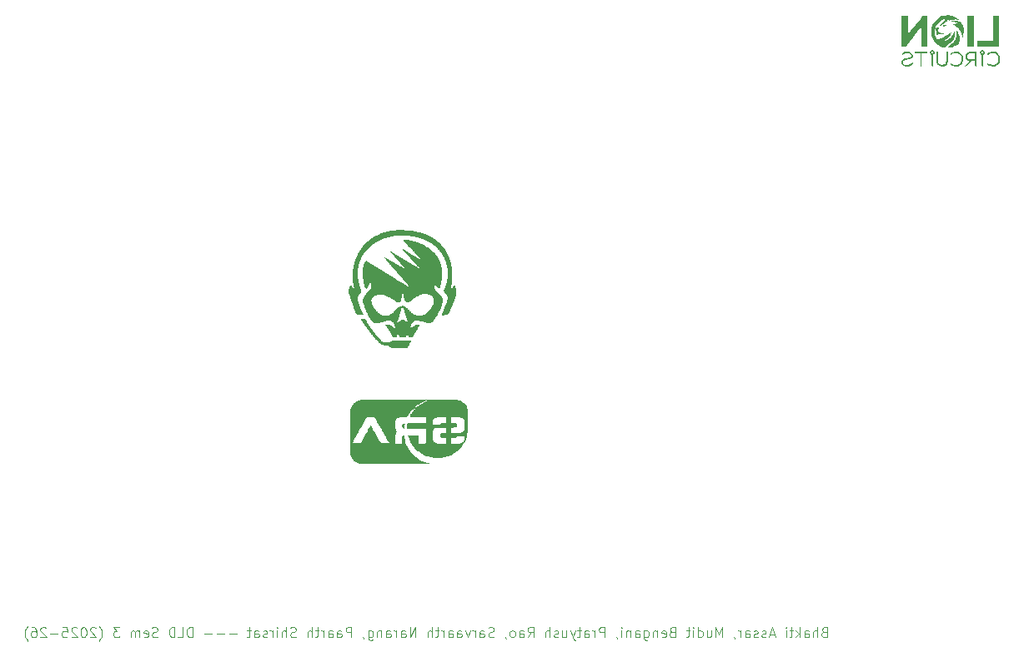
<source format=gbr>
%TF.GenerationSoftware,KiCad,Pcbnew,9.0.2*%
%TF.CreationDate,2025-11-07T18:09:28+05:30*%
%TF.ProjectId,v1,76312e6b-6963-4616-945f-706362585858,rev?*%
%TF.SameCoordinates,Original*%
%TF.FileFunction,Legend,Bot*%
%TF.FilePolarity,Positive*%
%FSLAX46Y46*%
G04 Gerber Fmt 4.6, Leading zero omitted, Abs format (unit mm)*
G04 Created by KiCad (PCBNEW 9.0.2) date 2025-11-07 18:09:28*
%MOMM*%
%LPD*%
G01*
G04 APERTURE LIST*
%ADD10C,0.100000*%
%ADD11C,0.000000*%
G04 APERTURE END LIST*
D10*
X155612782Y-121348609D02*
X155469925Y-121396228D01*
X155469925Y-121396228D02*
X155422306Y-121443847D01*
X155422306Y-121443847D02*
X155374687Y-121539085D01*
X155374687Y-121539085D02*
X155374687Y-121681942D01*
X155374687Y-121681942D02*
X155422306Y-121777180D01*
X155422306Y-121777180D02*
X155469925Y-121824800D01*
X155469925Y-121824800D02*
X155565163Y-121872419D01*
X155565163Y-121872419D02*
X155946115Y-121872419D01*
X155946115Y-121872419D02*
X155946115Y-120872419D01*
X155946115Y-120872419D02*
X155612782Y-120872419D01*
X155612782Y-120872419D02*
X155517544Y-120920038D01*
X155517544Y-120920038D02*
X155469925Y-120967657D01*
X155469925Y-120967657D02*
X155422306Y-121062895D01*
X155422306Y-121062895D02*
X155422306Y-121158133D01*
X155422306Y-121158133D02*
X155469925Y-121253371D01*
X155469925Y-121253371D02*
X155517544Y-121300990D01*
X155517544Y-121300990D02*
X155612782Y-121348609D01*
X155612782Y-121348609D02*
X155946115Y-121348609D01*
X154946115Y-121872419D02*
X154946115Y-120872419D01*
X154517544Y-121872419D02*
X154517544Y-121348609D01*
X154517544Y-121348609D02*
X154565163Y-121253371D01*
X154565163Y-121253371D02*
X154660401Y-121205752D01*
X154660401Y-121205752D02*
X154803258Y-121205752D01*
X154803258Y-121205752D02*
X154898496Y-121253371D01*
X154898496Y-121253371D02*
X154946115Y-121300990D01*
X153612782Y-121872419D02*
X153612782Y-121348609D01*
X153612782Y-121348609D02*
X153660401Y-121253371D01*
X153660401Y-121253371D02*
X153755639Y-121205752D01*
X153755639Y-121205752D02*
X153946115Y-121205752D01*
X153946115Y-121205752D02*
X154041353Y-121253371D01*
X153612782Y-121824800D02*
X153708020Y-121872419D01*
X153708020Y-121872419D02*
X153946115Y-121872419D01*
X153946115Y-121872419D02*
X154041353Y-121824800D01*
X154041353Y-121824800D02*
X154088972Y-121729561D01*
X154088972Y-121729561D02*
X154088972Y-121634323D01*
X154088972Y-121634323D02*
X154041353Y-121539085D01*
X154041353Y-121539085D02*
X153946115Y-121491466D01*
X153946115Y-121491466D02*
X153708020Y-121491466D01*
X153708020Y-121491466D02*
X153612782Y-121443847D01*
X153136591Y-121872419D02*
X153136591Y-120872419D01*
X153041353Y-121491466D02*
X152755639Y-121872419D01*
X152755639Y-121205752D02*
X153136591Y-121586704D01*
X152469924Y-121205752D02*
X152088972Y-121205752D01*
X152327067Y-120872419D02*
X152327067Y-121729561D01*
X152327067Y-121729561D02*
X152279448Y-121824800D01*
X152279448Y-121824800D02*
X152184210Y-121872419D01*
X152184210Y-121872419D02*
X152088972Y-121872419D01*
X151755638Y-121872419D02*
X151755638Y-121205752D01*
X151755638Y-120872419D02*
X151803257Y-120920038D01*
X151803257Y-120920038D02*
X151755638Y-120967657D01*
X151755638Y-120967657D02*
X151708019Y-120920038D01*
X151708019Y-120920038D02*
X151755638Y-120872419D01*
X151755638Y-120872419D02*
X151755638Y-120967657D01*
X150565162Y-121586704D02*
X150088972Y-121586704D01*
X150660400Y-121872419D02*
X150327067Y-120872419D01*
X150327067Y-120872419D02*
X149993734Y-121872419D01*
X149708019Y-121824800D02*
X149612781Y-121872419D01*
X149612781Y-121872419D02*
X149422305Y-121872419D01*
X149422305Y-121872419D02*
X149327067Y-121824800D01*
X149327067Y-121824800D02*
X149279448Y-121729561D01*
X149279448Y-121729561D02*
X149279448Y-121681942D01*
X149279448Y-121681942D02*
X149327067Y-121586704D01*
X149327067Y-121586704D02*
X149422305Y-121539085D01*
X149422305Y-121539085D02*
X149565162Y-121539085D01*
X149565162Y-121539085D02*
X149660400Y-121491466D01*
X149660400Y-121491466D02*
X149708019Y-121396228D01*
X149708019Y-121396228D02*
X149708019Y-121348609D01*
X149708019Y-121348609D02*
X149660400Y-121253371D01*
X149660400Y-121253371D02*
X149565162Y-121205752D01*
X149565162Y-121205752D02*
X149422305Y-121205752D01*
X149422305Y-121205752D02*
X149327067Y-121253371D01*
X148898495Y-121824800D02*
X148803257Y-121872419D01*
X148803257Y-121872419D02*
X148612781Y-121872419D01*
X148612781Y-121872419D02*
X148517543Y-121824800D01*
X148517543Y-121824800D02*
X148469924Y-121729561D01*
X148469924Y-121729561D02*
X148469924Y-121681942D01*
X148469924Y-121681942D02*
X148517543Y-121586704D01*
X148517543Y-121586704D02*
X148612781Y-121539085D01*
X148612781Y-121539085D02*
X148755638Y-121539085D01*
X148755638Y-121539085D02*
X148850876Y-121491466D01*
X148850876Y-121491466D02*
X148898495Y-121396228D01*
X148898495Y-121396228D02*
X148898495Y-121348609D01*
X148898495Y-121348609D02*
X148850876Y-121253371D01*
X148850876Y-121253371D02*
X148755638Y-121205752D01*
X148755638Y-121205752D02*
X148612781Y-121205752D01*
X148612781Y-121205752D02*
X148517543Y-121253371D01*
X147612781Y-121872419D02*
X147612781Y-121348609D01*
X147612781Y-121348609D02*
X147660400Y-121253371D01*
X147660400Y-121253371D02*
X147755638Y-121205752D01*
X147755638Y-121205752D02*
X147946114Y-121205752D01*
X147946114Y-121205752D02*
X148041352Y-121253371D01*
X147612781Y-121824800D02*
X147708019Y-121872419D01*
X147708019Y-121872419D02*
X147946114Y-121872419D01*
X147946114Y-121872419D02*
X148041352Y-121824800D01*
X148041352Y-121824800D02*
X148088971Y-121729561D01*
X148088971Y-121729561D02*
X148088971Y-121634323D01*
X148088971Y-121634323D02*
X148041352Y-121539085D01*
X148041352Y-121539085D02*
X147946114Y-121491466D01*
X147946114Y-121491466D02*
X147708019Y-121491466D01*
X147708019Y-121491466D02*
X147612781Y-121443847D01*
X147136590Y-121872419D02*
X147136590Y-121205752D01*
X147136590Y-121396228D02*
X147088971Y-121300990D01*
X147088971Y-121300990D02*
X147041352Y-121253371D01*
X147041352Y-121253371D02*
X146946114Y-121205752D01*
X146946114Y-121205752D02*
X146850876Y-121205752D01*
X146469923Y-121824800D02*
X146469923Y-121872419D01*
X146469923Y-121872419D02*
X146517542Y-121967657D01*
X146517542Y-121967657D02*
X146565161Y-122015276D01*
X145279447Y-121872419D02*
X145279447Y-120872419D01*
X145279447Y-120872419D02*
X144946114Y-121586704D01*
X144946114Y-121586704D02*
X144612781Y-120872419D01*
X144612781Y-120872419D02*
X144612781Y-121872419D01*
X143708019Y-121205752D02*
X143708019Y-121872419D01*
X144136590Y-121205752D02*
X144136590Y-121729561D01*
X144136590Y-121729561D02*
X144088971Y-121824800D01*
X144088971Y-121824800D02*
X143993733Y-121872419D01*
X143993733Y-121872419D02*
X143850876Y-121872419D01*
X143850876Y-121872419D02*
X143755638Y-121824800D01*
X143755638Y-121824800D02*
X143708019Y-121777180D01*
X142803257Y-121872419D02*
X142803257Y-120872419D01*
X142803257Y-121824800D02*
X142898495Y-121872419D01*
X142898495Y-121872419D02*
X143088971Y-121872419D01*
X143088971Y-121872419D02*
X143184209Y-121824800D01*
X143184209Y-121824800D02*
X143231828Y-121777180D01*
X143231828Y-121777180D02*
X143279447Y-121681942D01*
X143279447Y-121681942D02*
X143279447Y-121396228D01*
X143279447Y-121396228D02*
X143231828Y-121300990D01*
X143231828Y-121300990D02*
X143184209Y-121253371D01*
X143184209Y-121253371D02*
X143088971Y-121205752D01*
X143088971Y-121205752D02*
X142898495Y-121205752D01*
X142898495Y-121205752D02*
X142803257Y-121253371D01*
X142327066Y-121872419D02*
X142327066Y-121205752D01*
X142327066Y-120872419D02*
X142374685Y-120920038D01*
X142374685Y-120920038D02*
X142327066Y-120967657D01*
X142327066Y-120967657D02*
X142279447Y-120920038D01*
X142279447Y-120920038D02*
X142327066Y-120872419D01*
X142327066Y-120872419D02*
X142327066Y-120967657D01*
X141993733Y-121205752D02*
X141612781Y-121205752D01*
X141850876Y-120872419D02*
X141850876Y-121729561D01*
X141850876Y-121729561D02*
X141803257Y-121824800D01*
X141803257Y-121824800D02*
X141708019Y-121872419D01*
X141708019Y-121872419D02*
X141612781Y-121872419D01*
X140184209Y-121348609D02*
X140041352Y-121396228D01*
X140041352Y-121396228D02*
X139993733Y-121443847D01*
X139993733Y-121443847D02*
X139946114Y-121539085D01*
X139946114Y-121539085D02*
X139946114Y-121681942D01*
X139946114Y-121681942D02*
X139993733Y-121777180D01*
X139993733Y-121777180D02*
X140041352Y-121824800D01*
X140041352Y-121824800D02*
X140136590Y-121872419D01*
X140136590Y-121872419D02*
X140517542Y-121872419D01*
X140517542Y-121872419D02*
X140517542Y-120872419D01*
X140517542Y-120872419D02*
X140184209Y-120872419D01*
X140184209Y-120872419D02*
X140088971Y-120920038D01*
X140088971Y-120920038D02*
X140041352Y-120967657D01*
X140041352Y-120967657D02*
X139993733Y-121062895D01*
X139993733Y-121062895D02*
X139993733Y-121158133D01*
X139993733Y-121158133D02*
X140041352Y-121253371D01*
X140041352Y-121253371D02*
X140088971Y-121300990D01*
X140088971Y-121300990D02*
X140184209Y-121348609D01*
X140184209Y-121348609D02*
X140517542Y-121348609D01*
X139136590Y-121824800D02*
X139231828Y-121872419D01*
X139231828Y-121872419D02*
X139422304Y-121872419D01*
X139422304Y-121872419D02*
X139517542Y-121824800D01*
X139517542Y-121824800D02*
X139565161Y-121729561D01*
X139565161Y-121729561D02*
X139565161Y-121348609D01*
X139565161Y-121348609D02*
X139517542Y-121253371D01*
X139517542Y-121253371D02*
X139422304Y-121205752D01*
X139422304Y-121205752D02*
X139231828Y-121205752D01*
X139231828Y-121205752D02*
X139136590Y-121253371D01*
X139136590Y-121253371D02*
X139088971Y-121348609D01*
X139088971Y-121348609D02*
X139088971Y-121443847D01*
X139088971Y-121443847D02*
X139565161Y-121539085D01*
X138660399Y-121205752D02*
X138660399Y-121872419D01*
X138660399Y-121300990D02*
X138612780Y-121253371D01*
X138612780Y-121253371D02*
X138517542Y-121205752D01*
X138517542Y-121205752D02*
X138374685Y-121205752D01*
X138374685Y-121205752D02*
X138279447Y-121253371D01*
X138279447Y-121253371D02*
X138231828Y-121348609D01*
X138231828Y-121348609D02*
X138231828Y-121872419D01*
X137327066Y-121205752D02*
X137327066Y-122015276D01*
X137327066Y-122015276D02*
X137374685Y-122110514D01*
X137374685Y-122110514D02*
X137422304Y-122158133D01*
X137422304Y-122158133D02*
X137517542Y-122205752D01*
X137517542Y-122205752D02*
X137660399Y-122205752D01*
X137660399Y-122205752D02*
X137755637Y-122158133D01*
X137327066Y-121824800D02*
X137422304Y-121872419D01*
X137422304Y-121872419D02*
X137612780Y-121872419D01*
X137612780Y-121872419D02*
X137708018Y-121824800D01*
X137708018Y-121824800D02*
X137755637Y-121777180D01*
X137755637Y-121777180D02*
X137803256Y-121681942D01*
X137803256Y-121681942D02*
X137803256Y-121396228D01*
X137803256Y-121396228D02*
X137755637Y-121300990D01*
X137755637Y-121300990D02*
X137708018Y-121253371D01*
X137708018Y-121253371D02*
X137612780Y-121205752D01*
X137612780Y-121205752D02*
X137422304Y-121205752D01*
X137422304Y-121205752D02*
X137327066Y-121253371D01*
X136422304Y-121872419D02*
X136422304Y-121348609D01*
X136422304Y-121348609D02*
X136469923Y-121253371D01*
X136469923Y-121253371D02*
X136565161Y-121205752D01*
X136565161Y-121205752D02*
X136755637Y-121205752D01*
X136755637Y-121205752D02*
X136850875Y-121253371D01*
X136422304Y-121824800D02*
X136517542Y-121872419D01*
X136517542Y-121872419D02*
X136755637Y-121872419D01*
X136755637Y-121872419D02*
X136850875Y-121824800D01*
X136850875Y-121824800D02*
X136898494Y-121729561D01*
X136898494Y-121729561D02*
X136898494Y-121634323D01*
X136898494Y-121634323D02*
X136850875Y-121539085D01*
X136850875Y-121539085D02*
X136755637Y-121491466D01*
X136755637Y-121491466D02*
X136517542Y-121491466D01*
X136517542Y-121491466D02*
X136422304Y-121443847D01*
X135946113Y-121205752D02*
X135946113Y-121872419D01*
X135946113Y-121300990D02*
X135898494Y-121253371D01*
X135898494Y-121253371D02*
X135803256Y-121205752D01*
X135803256Y-121205752D02*
X135660399Y-121205752D01*
X135660399Y-121205752D02*
X135565161Y-121253371D01*
X135565161Y-121253371D02*
X135517542Y-121348609D01*
X135517542Y-121348609D02*
X135517542Y-121872419D01*
X135041351Y-121872419D02*
X135041351Y-121205752D01*
X135041351Y-120872419D02*
X135088970Y-120920038D01*
X135088970Y-120920038D02*
X135041351Y-120967657D01*
X135041351Y-120967657D02*
X134993732Y-120920038D01*
X134993732Y-120920038D02*
X135041351Y-120872419D01*
X135041351Y-120872419D02*
X135041351Y-120967657D01*
X134517542Y-121824800D02*
X134517542Y-121872419D01*
X134517542Y-121872419D02*
X134565161Y-121967657D01*
X134565161Y-121967657D02*
X134612780Y-122015276D01*
X133327066Y-121872419D02*
X133327066Y-120872419D01*
X133327066Y-120872419D02*
X132946114Y-120872419D01*
X132946114Y-120872419D02*
X132850876Y-120920038D01*
X132850876Y-120920038D02*
X132803257Y-120967657D01*
X132803257Y-120967657D02*
X132755638Y-121062895D01*
X132755638Y-121062895D02*
X132755638Y-121205752D01*
X132755638Y-121205752D02*
X132803257Y-121300990D01*
X132803257Y-121300990D02*
X132850876Y-121348609D01*
X132850876Y-121348609D02*
X132946114Y-121396228D01*
X132946114Y-121396228D02*
X133327066Y-121396228D01*
X132327066Y-121872419D02*
X132327066Y-121205752D01*
X132327066Y-121396228D02*
X132279447Y-121300990D01*
X132279447Y-121300990D02*
X132231828Y-121253371D01*
X132231828Y-121253371D02*
X132136590Y-121205752D01*
X132136590Y-121205752D02*
X132041352Y-121205752D01*
X131279447Y-121872419D02*
X131279447Y-121348609D01*
X131279447Y-121348609D02*
X131327066Y-121253371D01*
X131327066Y-121253371D02*
X131422304Y-121205752D01*
X131422304Y-121205752D02*
X131612780Y-121205752D01*
X131612780Y-121205752D02*
X131708018Y-121253371D01*
X131279447Y-121824800D02*
X131374685Y-121872419D01*
X131374685Y-121872419D02*
X131612780Y-121872419D01*
X131612780Y-121872419D02*
X131708018Y-121824800D01*
X131708018Y-121824800D02*
X131755637Y-121729561D01*
X131755637Y-121729561D02*
X131755637Y-121634323D01*
X131755637Y-121634323D02*
X131708018Y-121539085D01*
X131708018Y-121539085D02*
X131612780Y-121491466D01*
X131612780Y-121491466D02*
X131374685Y-121491466D01*
X131374685Y-121491466D02*
X131279447Y-121443847D01*
X130946113Y-121205752D02*
X130565161Y-121205752D01*
X130803256Y-120872419D02*
X130803256Y-121729561D01*
X130803256Y-121729561D02*
X130755637Y-121824800D01*
X130755637Y-121824800D02*
X130660399Y-121872419D01*
X130660399Y-121872419D02*
X130565161Y-121872419D01*
X130327065Y-121205752D02*
X130088970Y-121872419D01*
X129850875Y-121205752D02*
X130088970Y-121872419D01*
X130088970Y-121872419D02*
X130184208Y-122110514D01*
X130184208Y-122110514D02*
X130231827Y-122158133D01*
X130231827Y-122158133D02*
X130327065Y-122205752D01*
X129041351Y-121205752D02*
X129041351Y-121872419D01*
X129469922Y-121205752D02*
X129469922Y-121729561D01*
X129469922Y-121729561D02*
X129422303Y-121824800D01*
X129422303Y-121824800D02*
X129327065Y-121872419D01*
X129327065Y-121872419D02*
X129184208Y-121872419D01*
X129184208Y-121872419D02*
X129088970Y-121824800D01*
X129088970Y-121824800D02*
X129041351Y-121777180D01*
X128612779Y-121824800D02*
X128517541Y-121872419D01*
X128517541Y-121872419D02*
X128327065Y-121872419D01*
X128327065Y-121872419D02*
X128231827Y-121824800D01*
X128231827Y-121824800D02*
X128184208Y-121729561D01*
X128184208Y-121729561D02*
X128184208Y-121681942D01*
X128184208Y-121681942D02*
X128231827Y-121586704D01*
X128231827Y-121586704D02*
X128327065Y-121539085D01*
X128327065Y-121539085D02*
X128469922Y-121539085D01*
X128469922Y-121539085D02*
X128565160Y-121491466D01*
X128565160Y-121491466D02*
X128612779Y-121396228D01*
X128612779Y-121396228D02*
X128612779Y-121348609D01*
X128612779Y-121348609D02*
X128565160Y-121253371D01*
X128565160Y-121253371D02*
X128469922Y-121205752D01*
X128469922Y-121205752D02*
X128327065Y-121205752D01*
X128327065Y-121205752D02*
X128231827Y-121253371D01*
X127755636Y-121872419D02*
X127755636Y-120872419D01*
X127327065Y-121872419D02*
X127327065Y-121348609D01*
X127327065Y-121348609D02*
X127374684Y-121253371D01*
X127374684Y-121253371D02*
X127469922Y-121205752D01*
X127469922Y-121205752D02*
X127612779Y-121205752D01*
X127612779Y-121205752D02*
X127708017Y-121253371D01*
X127708017Y-121253371D02*
X127755636Y-121300990D01*
X125517541Y-121872419D02*
X125850874Y-121396228D01*
X126088969Y-121872419D02*
X126088969Y-120872419D01*
X126088969Y-120872419D02*
X125708017Y-120872419D01*
X125708017Y-120872419D02*
X125612779Y-120920038D01*
X125612779Y-120920038D02*
X125565160Y-120967657D01*
X125565160Y-120967657D02*
X125517541Y-121062895D01*
X125517541Y-121062895D02*
X125517541Y-121205752D01*
X125517541Y-121205752D02*
X125565160Y-121300990D01*
X125565160Y-121300990D02*
X125612779Y-121348609D01*
X125612779Y-121348609D02*
X125708017Y-121396228D01*
X125708017Y-121396228D02*
X126088969Y-121396228D01*
X124660398Y-121872419D02*
X124660398Y-121348609D01*
X124660398Y-121348609D02*
X124708017Y-121253371D01*
X124708017Y-121253371D02*
X124803255Y-121205752D01*
X124803255Y-121205752D02*
X124993731Y-121205752D01*
X124993731Y-121205752D02*
X125088969Y-121253371D01*
X124660398Y-121824800D02*
X124755636Y-121872419D01*
X124755636Y-121872419D02*
X124993731Y-121872419D01*
X124993731Y-121872419D02*
X125088969Y-121824800D01*
X125088969Y-121824800D02*
X125136588Y-121729561D01*
X125136588Y-121729561D02*
X125136588Y-121634323D01*
X125136588Y-121634323D02*
X125088969Y-121539085D01*
X125088969Y-121539085D02*
X124993731Y-121491466D01*
X124993731Y-121491466D02*
X124755636Y-121491466D01*
X124755636Y-121491466D02*
X124660398Y-121443847D01*
X124041350Y-121872419D02*
X124136588Y-121824800D01*
X124136588Y-121824800D02*
X124184207Y-121777180D01*
X124184207Y-121777180D02*
X124231826Y-121681942D01*
X124231826Y-121681942D02*
X124231826Y-121396228D01*
X124231826Y-121396228D02*
X124184207Y-121300990D01*
X124184207Y-121300990D02*
X124136588Y-121253371D01*
X124136588Y-121253371D02*
X124041350Y-121205752D01*
X124041350Y-121205752D02*
X123898493Y-121205752D01*
X123898493Y-121205752D02*
X123803255Y-121253371D01*
X123803255Y-121253371D02*
X123755636Y-121300990D01*
X123755636Y-121300990D02*
X123708017Y-121396228D01*
X123708017Y-121396228D02*
X123708017Y-121681942D01*
X123708017Y-121681942D02*
X123755636Y-121777180D01*
X123755636Y-121777180D02*
X123803255Y-121824800D01*
X123803255Y-121824800D02*
X123898493Y-121872419D01*
X123898493Y-121872419D02*
X124041350Y-121872419D01*
X123231826Y-121824800D02*
X123231826Y-121872419D01*
X123231826Y-121872419D02*
X123279445Y-121967657D01*
X123279445Y-121967657D02*
X123327064Y-122015276D01*
X122088969Y-121824800D02*
X121946112Y-121872419D01*
X121946112Y-121872419D02*
X121708017Y-121872419D01*
X121708017Y-121872419D02*
X121612779Y-121824800D01*
X121612779Y-121824800D02*
X121565160Y-121777180D01*
X121565160Y-121777180D02*
X121517541Y-121681942D01*
X121517541Y-121681942D02*
X121517541Y-121586704D01*
X121517541Y-121586704D02*
X121565160Y-121491466D01*
X121565160Y-121491466D02*
X121612779Y-121443847D01*
X121612779Y-121443847D02*
X121708017Y-121396228D01*
X121708017Y-121396228D02*
X121898493Y-121348609D01*
X121898493Y-121348609D02*
X121993731Y-121300990D01*
X121993731Y-121300990D02*
X122041350Y-121253371D01*
X122041350Y-121253371D02*
X122088969Y-121158133D01*
X122088969Y-121158133D02*
X122088969Y-121062895D01*
X122088969Y-121062895D02*
X122041350Y-120967657D01*
X122041350Y-120967657D02*
X121993731Y-120920038D01*
X121993731Y-120920038D02*
X121898493Y-120872419D01*
X121898493Y-120872419D02*
X121660398Y-120872419D01*
X121660398Y-120872419D02*
X121517541Y-120920038D01*
X120660398Y-121872419D02*
X120660398Y-121348609D01*
X120660398Y-121348609D02*
X120708017Y-121253371D01*
X120708017Y-121253371D02*
X120803255Y-121205752D01*
X120803255Y-121205752D02*
X120993731Y-121205752D01*
X120993731Y-121205752D02*
X121088969Y-121253371D01*
X120660398Y-121824800D02*
X120755636Y-121872419D01*
X120755636Y-121872419D02*
X120993731Y-121872419D01*
X120993731Y-121872419D02*
X121088969Y-121824800D01*
X121088969Y-121824800D02*
X121136588Y-121729561D01*
X121136588Y-121729561D02*
X121136588Y-121634323D01*
X121136588Y-121634323D02*
X121088969Y-121539085D01*
X121088969Y-121539085D02*
X120993731Y-121491466D01*
X120993731Y-121491466D02*
X120755636Y-121491466D01*
X120755636Y-121491466D02*
X120660398Y-121443847D01*
X120184207Y-121872419D02*
X120184207Y-121205752D01*
X120184207Y-121396228D02*
X120136588Y-121300990D01*
X120136588Y-121300990D02*
X120088969Y-121253371D01*
X120088969Y-121253371D02*
X119993731Y-121205752D01*
X119993731Y-121205752D02*
X119898493Y-121205752D01*
X119660397Y-121205752D02*
X119422302Y-121872419D01*
X119422302Y-121872419D02*
X119184207Y-121205752D01*
X118374683Y-121872419D02*
X118374683Y-121348609D01*
X118374683Y-121348609D02*
X118422302Y-121253371D01*
X118422302Y-121253371D02*
X118517540Y-121205752D01*
X118517540Y-121205752D02*
X118708016Y-121205752D01*
X118708016Y-121205752D02*
X118803254Y-121253371D01*
X118374683Y-121824800D02*
X118469921Y-121872419D01*
X118469921Y-121872419D02*
X118708016Y-121872419D01*
X118708016Y-121872419D02*
X118803254Y-121824800D01*
X118803254Y-121824800D02*
X118850873Y-121729561D01*
X118850873Y-121729561D02*
X118850873Y-121634323D01*
X118850873Y-121634323D02*
X118803254Y-121539085D01*
X118803254Y-121539085D02*
X118708016Y-121491466D01*
X118708016Y-121491466D02*
X118469921Y-121491466D01*
X118469921Y-121491466D02*
X118374683Y-121443847D01*
X117469921Y-121872419D02*
X117469921Y-121348609D01*
X117469921Y-121348609D02*
X117517540Y-121253371D01*
X117517540Y-121253371D02*
X117612778Y-121205752D01*
X117612778Y-121205752D02*
X117803254Y-121205752D01*
X117803254Y-121205752D02*
X117898492Y-121253371D01*
X117469921Y-121824800D02*
X117565159Y-121872419D01*
X117565159Y-121872419D02*
X117803254Y-121872419D01*
X117803254Y-121872419D02*
X117898492Y-121824800D01*
X117898492Y-121824800D02*
X117946111Y-121729561D01*
X117946111Y-121729561D02*
X117946111Y-121634323D01*
X117946111Y-121634323D02*
X117898492Y-121539085D01*
X117898492Y-121539085D02*
X117803254Y-121491466D01*
X117803254Y-121491466D02*
X117565159Y-121491466D01*
X117565159Y-121491466D02*
X117469921Y-121443847D01*
X116993730Y-121872419D02*
X116993730Y-121205752D01*
X116993730Y-121396228D02*
X116946111Y-121300990D01*
X116946111Y-121300990D02*
X116898492Y-121253371D01*
X116898492Y-121253371D02*
X116803254Y-121205752D01*
X116803254Y-121205752D02*
X116708016Y-121205752D01*
X116517539Y-121205752D02*
X116136587Y-121205752D01*
X116374682Y-120872419D02*
X116374682Y-121729561D01*
X116374682Y-121729561D02*
X116327063Y-121824800D01*
X116327063Y-121824800D02*
X116231825Y-121872419D01*
X116231825Y-121872419D02*
X116136587Y-121872419D01*
X115803253Y-121872419D02*
X115803253Y-120872419D01*
X115374682Y-121872419D02*
X115374682Y-121348609D01*
X115374682Y-121348609D02*
X115422301Y-121253371D01*
X115422301Y-121253371D02*
X115517539Y-121205752D01*
X115517539Y-121205752D02*
X115660396Y-121205752D01*
X115660396Y-121205752D02*
X115755634Y-121253371D01*
X115755634Y-121253371D02*
X115803253Y-121300990D01*
X114136586Y-121872419D02*
X114136586Y-120872419D01*
X114136586Y-120872419D02*
X113565158Y-121872419D01*
X113565158Y-121872419D02*
X113565158Y-120872419D01*
X112660396Y-121872419D02*
X112660396Y-121348609D01*
X112660396Y-121348609D02*
X112708015Y-121253371D01*
X112708015Y-121253371D02*
X112803253Y-121205752D01*
X112803253Y-121205752D02*
X112993729Y-121205752D01*
X112993729Y-121205752D02*
X113088967Y-121253371D01*
X112660396Y-121824800D02*
X112755634Y-121872419D01*
X112755634Y-121872419D02*
X112993729Y-121872419D01*
X112993729Y-121872419D02*
X113088967Y-121824800D01*
X113088967Y-121824800D02*
X113136586Y-121729561D01*
X113136586Y-121729561D02*
X113136586Y-121634323D01*
X113136586Y-121634323D02*
X113088967Y-121539085D01*
X113088967Y-121539085D02*
X112993729Y-121491466D01*
X112993729Y-121491466D02*
X112755634Y-121491466D01*
X112755634Y-121491466D02*
X112660396Y-121443847D01*
X112184205Y-121872419D02*
X112184205Y-121205752D01*
X112184205Y-121396228D02*
X112136586Y-121300990D01*
X112136586Y-121300990D02*
X112088967Y-121253371D01*
X112088967Y-121253371D02*
X111993729Y-121205752D01*
X111993729Y-121205752D02*
X111898491Y-121205752D01*
X111136586Y-121872419D02*
X111136586Y-121348609D01*
X111136586Y-121348609D02*
X111184205Y-121253371D01*
X111184205Y-121253371D02*
X111279443Y-121205752D01*
X111279443Y-121205752D02*
X111469919Y-121205752D01*
X111469919Y-121205752D02*
X111565157Y-121253371D01*
X111136586Y-121824800D02*
X111231824Y-121872419D01*
X111231824Y-121872419D02*
X111469919Y-121872419D01*
X111469919Y-121872419D02*
X111565157Y-121824800D01*
X111565157Y-121824800D02*
X111612776Y-121729561D01*
X111612776Y-121729561D02*
X111612776Y-121634323D01*
X111612776Y-121634323D02*
X111565157Y-121539085D01*
X111565157Y-121539085D02*
X111469919Y-121491466D01*
X111469919Y-121491466D02*
X111231824Y-121491466D01*
X111231824Y-121491466D02*
X111136586Y-121443847D01*
X110660395Y-121205752D02*
X110660395Y-121872419D01*
X110660395Y-121300990D02*
X110612776Y-121253371D01*
X110612776Y-121253371D02*
X110517538Y-121205752D01*
X110517538Y-121205752D02*
X110374681Y-121205752D01*
X110374681Y-121205752D02*
X110279443Y-121253371D01*
X110279443Y-121253371D02*
X110231824Y-121348609D01*
X110231824Y-121348609D02*
X110231824Y-121872419D01*
X109327062Y-121205752D02*
X109327062Y-122015276D01*
X109327062Y-122015276D02*
X109374681Y-122110514D01*
X109374681Y-122110514D02*
X109422300Y-122158133D01*
X109422300Y-122158133D02*
X109517538Y-122205752D01*
X109517538Y-122205752D02*
X109660395Y-122205752D01*
X109660395Y-122205752D02*
X109755633Y-122158133D01*
X109327062Y-121824800D02*
X109422300Y-121872419D01*
X109422300Y-121872419D02*
X109612776Y-121872419D01*
X109612776Y-121872419D02*
X109708014Y-121824800D01*
X109708014Y-121824800D02*
X109755633Y-121777180D01*
X109755633Y-121777180D02*
X109803252Y-121681942D01*
X109803252Y-121681942D02*
X109803252Y-121396228D01*
X109803252Y-121396228D02*
X109755633Y-121300990D01*
X109755633Y-121300990D02*
X109708014Y-121253371D01*
X109708014Y-121253371D02*
X109612776Y-121205752D01*
X109612776Y-121205752D02*
X109422300Y-121205752D01*
X109422300Y-121205752D02*
X109327062Y-121253371D01*
X108803252Y-121824800D02*
X108803252Y-121872419D01*
X108803252Y-121872419D02*
X108850871Y-121967657D01*
X108850871Y-121967657D02*
X108898490Y-122015276D01*
X107612776Y-121872419D02*
X107612776Y-120872419D01*
X107612776Y-120872419D02*
X107231824Y-120872419D01*
X107231824Y-120872419D02*
X107136586Y-120920038D01*
X107136586Y-120920038D02*
X107088967Y-120967657D01*
X107088967Y-120967657D02*
X107041348Y-121062895D01*
X107041348Y-121062895D02*
X107041348Y-121205752D01*
X107041348Y-121205752D02*
X107088967Y-121300990D01*
X107088967Y-121300990D02*
X107136586Y-121348609D01*
X107136586Y-121348609D02*
X107231824Y-121396228D01*
X107231824Y-121396228D02*
X107612776Y-121396228D01*
X106184205Y-121872419D02*
X106184205Y-121348609D01*
X106184205Y-121348609D02*
X106231824Y-121253371D01*
X106231824Y-121253371D02*
X106327062Y-121205752D01*
X106327062Y-121205752D02*
X106517538Y-121205752D01*
X106517538Y-121205752D02*
X106612776Y-121253371D01*
X106184205Y-121824800D02*
X106279443Y-121872419D01*
X106279443Y-121872419D02*
X106517538Y-121872419D01*
X106517538Y-121872419D02*
X106612776Y-121824800D01*
X106612776Y-121824800D02*
X106660395Y-121729561D01*
X106660395Y-121729561D02*
X106660395Y-121634323D01*
X106660395Y-121634323D02*
X106612776Y-121539085D01*
X106612776Y-121539085D02*
X106517538Y-121491466D01*
X106517538Y-121491466D02*
X106279443Y-121491466D01*
X106279443Y-121491466D02*
X106184205Y-121443847D01*
X105279443Y-121872419D02*
X105279443Y-121348609D01*
X105279443Y-121348609D02*
X105327062Y-121253371D01*
X105327062Y-121253371D02*
X105422300Y-121205752D01*
X105422300Y-121205752D02*
X105612776Y-121205752D01*
X105612776Y-121205752D02*
X105708014Y-121253371D01*
X105279443Y-121824800D02*
X105374681Y-121872419D01*
X105374681Y-121872419D02*
X105612776Y-121872419D01*
X105612776Y-121872419D02*
X105708014Y-121824800D01*
X105708014Y-121824800D02*
X105755633Y-121729561D01*
X105755633Y-121729561D02*
X105755633Y-121634323D01*
X105755633Y-121634323D02*
X105708014Y-121539085D01*
X105708014Y-121539085D02*
X105612776Y-121491466D01*
X105612776Y-121491466D02*
X105374681Y-121491466D01*
X105374681Y-121491466D02*
X105279443Y-121443847D01*
X104803252Y-121872419D02*
X104803252Y-121205752D01*
X104803252Y-121396228D02*
X104755633Y-121300990D01*
X104755633Y-121300990D02*
X104708014Y-121253371D01*
X104708014Y-121253371D02*
X104612776Y-121205752D01*
X104612776Y-121205752D02*
X104517538Y-121205752D01*
X104327061Y-121205752D02*
X103946109Y-121205752D01*
X104184204Y-120872419D02*
X104184204Y-121729561D01*
X104184204Y-121729561D02*
X104136585Y-121824800D01*
X104136585Y-121824800D02*
X104041347Y-121872419D01*
X104041347Y-121872419D02*
X103946109Y-121872419D01*
X103612775Y-121872419D02*
X103612775Y-120872419D01*
X103184204Y-121872419D02*
X103184204Y-121348609D01*
X103184204Y-121348609D02*
X103231823Y-121253371D01*
X103231823Y-121253371D02*
X103327061Y-121205752D01*
X103327061Y-121205752D02*
X103469918Y-121205752D01*
X103469918Y-121205752D02*
X103565156Y-121253371D01*
X103565156Y-121253371D02*
X103612775Y-121300990D01*
X101993727Y-121824800D02*
X101850870Y-121872419D01*
X101850870Y-121872419D02*
X101612775Y-121872419D01*
X101612775Y-121872419D02*
X101517537Y-121824800D01*
X101517537Y-121824800D02*
X101469918Y-121777180D01*
X101469918Y-121777180D02*
X101422299Y-121681942D01*
X101422299Y-121681942D02*
X101422299Y-121586704D01*
X101422299Y-121586704D02*
X101469918Y-121491466D01*
X101469918Y-121491466D02*
X101517537Y-121443847D01*
X101517537Y-121443847D02*
X101612775Y-121396228D01*
X101612775Y-121396228D02*
X101803251Y-121348609D01*
X101803251Y-121348609D02*
X101898489Y-121300990D01*
X101898489Y-121300990D02*
X101946108Y-121253371D01*
X101946108Y-121253371D02*
X101993727Y-121158133D01*
X101993727Y-121158133D02*
X101993727Y-121062895D01*
X101993727Y-121062895D02*
X101946108Y-120967657D01*
X101946108Y-120967657D02*
X101898489Y-120920038D01*
X101898489Y-120920038D02*
X101803251Y-120872419D01*
X101803251Y-120872419D02*
X101565156Y-120872419D01*
X101565156Y-120872419D02*
X101422299Y-120920038D01*
X100993727Y-121872419D02*
X100993727Y-120872419D01*
X100565156Y-121872419D02*
X100565156Y-121348609D01*
X100565156Y-121348609D02*
X100612775Y-121253371D01*
X100612775Y-121253371D02*
X100708013Y-121205752D01*
X100708013Y-121205752D02*
X100850870Y-121205752D01*
X100850870Y-121205752D02*
X100946108Y-121253371D01*
X100946108Y-121253371D02*
X100993727Y-121300990D01*
X100088965Y-121872419D02*
X100088965Y-121205752D01*
X100088965Y-120872419D02*
X100136584Y-120920038D01*
X100136584Y-120920038D02*
X100088965Y-120967657D01*
X100088965Y-120967657D02*
X100041346Y-120920038D01*
X100041346Y-120920038D02*
X100088965Y-120872419D01*
X100088965Y-120872419D02*
X100088965Y-120967657D01*
X99612775Y-121872419D02*
X99612775Y-121205752D01*
X99612775Y-121396228D02*
X99565156Y-121300990D01*
X99565156Y-121300990D02*
X99517537Y-121253371D01*
X99517537Y-121253371D02*
X99422299Y-121205752D01*
X99422299Y-121205752D02*
X99327061Y-121205752D01*
X99041346Y-121824800D02*
X98946108Y-121872419D01*
X98946108Y-121872419D02*
X98755632Y-121872419D01*
X98755632Y-121872419D02*
X98660394Y-121824800D01*
X98660394Y-121824800D02*
X98612775Y-121729561D01*
X98612775Y-121729561D02*
X98612775Y-121681942D01*
X98612775Y-121681942D02*
X98660394Y-121586704D01*
X98660394Y-121586704D02*
X98755632Y-121539085D01*
X98755632Y-121539085D02*
X98898489Y-121539085D01*
X98898489Y-121539085D02*
X98993727Y-121491466D01*
X98993727Y-121491466D02*
X99041346Y-121396228D01*
X99041346Y-121396228D02*
X99041346Y-121348609D01*
X99041346Y-121348609D02*
X98993727Y-121253371D01*
X98993727Y-121253371D02*
X98898489Y-121205752D01*
X98898489Y-121205752D02*
X98755632Y-121205752D01*
X98755632Y-121205752D02*
X98660394Y-121253371D01*
X97755632Y-121872419D02*
X97755632Y-121348609D01*
X97755632Y-121348609D02*
X97803251Y-121253371D01*
X97803251Y-121253371D02*
X97898489Y-121205752D01*
X97898489Y-121205752D02*
X98088965Y-121205752D01*
X98088965Y-121205752D02*
X98184203Y-121253371D01*
X97755632Y-121824800D02*
X97850870Y-121872419D01*
X97850870Y-121872419D02*
X98088965Y-121872419D01*
X98088965Y-121872419D02*
X98184203Y-121824800D01*
X98184203Y-121824800D02*
X98231822Y-121729561D01*
X98231822Y-121729561D02*
X98231822Y-121634323D01*
X98231822Y-121634323D02*
X98184203Y-121539085D01*
X98184203Y-121539085D02*
X98088965Y-121491466D01*
X98088965Y-121491466D02*
X97850870Y-121491466D01*
X97850870Y-121491466D02*
X97755632Y-121443847D01*
X97422298Y-121205752D02*
X97041346Y-121205752D01*
X97279441Y-120872419D02*
X97279441Y-121729561D01*
X97279441Y-121729561D02*
X97231822Y-121824800D01*
X97231822Y-121824800D02*
X97136584Y-121872419D01*
X97136584Y-121872419D02*
X97041346Y-121872419D01*
X95946107Y-121491466D02*
X95184203Y-121491466D01*
X94708012Y-121491466D02*
X93946108Y-121491466D01*
X93469917Y-121491466D02*
X92708013Y-121491466D01*
X91469917Y-121872419D02*
X91469917Y-120872419D01*
X91469917Y-120872419D02*
X91231822Y-120872419D01*
X91231822Y-120872419D02*
X91088965Y-120920038D01*
X91088965Y-120920038D02*
X90993727Y-121015276D01*
X90993727Y-121015276D02*
X90946108Y-121110514D01*
X90946108Y-121110514D02*
X90898489Y-121300990D01*
X90898489Y-121300990D02*
X90898489Y-121443847D01*
X90898489Y-121443847D02*
X90946108Y-121634323D01*
X90946108Y-121634323D02*
X90993727Y-121729561D01*
X90993727Y-121729561D02*
X91088965Y-121824800D01*
X91088965Y-121824800D02*
X91231822Y-121872419D01*
X91231822Y-121872419D02*
X91469917Y-121872419D01*
X89993727Y-121872419D02*
X90469917Y-121872419D01*
X90469917Y-121872419D02*
X90469917Y-120872419D01*
X89660393Y-121872419D02*
X89660393Y-120872419D01*
X89660393Y-120872419D02*
X89422298Y-120872419D01*
X89422298Y-120872419D02*
X89279441Y-120920038D01*
X89279441Y-120920038D02*
X89184203Y-121015276D01*
X89184203Y-121015276D02*
X89136584Y-121110514D01*
X89136584Y-121110514D02*
X89088965Y-121300990D01*
X89088965Y-121300990D02*
X89088965Y-121443847D01*
X89088965Y-121443847D02*
X89136584Y-121634323D01*
X89136584Y-121634323D02*
X89184203Y-121729561D01*
X89184203Y-121729561D02*
X89279441Y-121824800D01*
X89279441Y-121824800D02*
X89422298Y-121872419D01*
X89422298Y-121872419D02*
X89660393Y-121872419D01*
X87946107Y-121824800D02*
X87803250Y-121872419D01*
X87803250Y-121872419D02*
X87565155Y-121872419D01*
X87565155Y-121872419D02*
X87469917Y-121824800D01*
X87469917Y-121824800D02*
X87422298Y-121777180D01*
X87422298Y-121777180D02*
X87374679Y-121681942D01*
X87374679Y-121681942D02*
X87374679Y-121586704D01*
X87374679Y-121586704D02*
X87422298Y-121491466D01*
X87422298Y-121491466D02*
X87469917Y-121443847D01*
X87469917Y-121443847D02*
X87565155Y-121396228D01*
X87565155Y-121396228D02*
X87755631Y-121348609D01*
X87755631Y-121348609D02*
X87850869Y-121300990D01*
X87850869Y-121300990D02*
X87898488Y-121253371D01*
X87898488Y-121253371D02*
X87946107Y-121158133D01*
X87946107Y-121158133D02*
X87946107Y-121062895D01*
X87946107Y-121062895D02*
X87898488Y-120967657D01*
X87898488Y-120967657D02*
X87850869Y-120920038D01*
X87850869Y-120920038D02*
X87755631Y-120872419D01*
X87755631Y-120872419D02*
X87517536Y-120872419D01*
X87517536Y-120872419D02*
X87374679Y-120920038D01*
X86565155Y-121824800D02*
X86660393Y-121872419D01*
X86660393Y-121872419D02*
X86850869Y-121872419D01*
X86850869Y-121872419D02*
X86946107Y-121824800D01*
X86946107Y-121824800D02*
X86993726Y-121729561D01*
X86993726Y-121729561D02*
X86993726Y-121348609D01*
X86993726Y-121348609D02*
X86946107Y-121253371D01*
X86946107Y-121253371D02*
X86850869Y-121205752D01*
X86850869Y-121205752D02*
X86660393Y-121205752D01*
X86660393Y-121205752D02*
X86565155Y-121253371D01*
X86565155Y-121253371D02*
X86517536Y-121348609D01*
X86517536Y-121348609D02*
X86517536Y-121443847D01*
X86517536Y-121443847D02*
X86993726Y-121539085D01*
X86088964Y-121872419D02*
X86088964Y-121205752D01*
X86088964Y-121300990D02*
X86041345Y-121253371D01*
X86041345Y-121253371D02*
X85946107Y-121205752D01*
X85946107Y-121205752D02*
X85803250Y-121205752D01*
X85803250Y-121205752D02*
X85708012Y-121253371D01*
X85708012Y-121253371D02*
X85660393Y-121348609D01*
X85660393Y-121348609D02*
X85660393Y-121872419D01*
X85660393Y-121348609D02*
X85612774Y-121253371D01*
X85612774Y-121253371D02*
X85517536Y-121205752D01*
X85517536Y-121205752D02*
X85374679Y-121205752D01*
X85374679Y-121205752D02*
X85279440Y-121253371D01*
X85279440Y-121253371D02*
X85231821Y-121348609D01*
X85231821Y-121348609D02*
X85231821Y-121872419D01*
X84088964Y-120872419D02*
X83469917Y-120872419D01*
X83469917Y-120872419D02*
X83803250Y-121253371D01*
X83803250Y-121253371D02*
X83660393Y-121253371D01*
X83660393Y-121253371D02*
X83565155Y-121300990D01*
X83565155Y-121300990D02*
X83517536Y-121348609D01*
X83517536Y-121348609D02*
X83469917Y-121443847D01*
X83469917Y-121443847D02*
X83469917Y-121681942D01*
X83469917Y-121681942D02*
X83517536Y-121777180D01*
X83517536Y-121777180D02*
X83565155Y-121824800D01*
X83565155Y-121824800D02*
X83660393Y-121872419D01*
X83660393Y-121872419D02*
X83946107Y-121872419D01*
X83946107Y-121872419D02*
X84041345Y-121824800D01*
X84041345Y-121824800D02*
X84088964Y-121777180D01*
X81993726Y-122253371D02*
X82041345Y-122205752D01*
X82041345Y-122205752D02*
X82136583Y-122062895D01*
X82136583Y-122062895D02*
X82184202Y-121967657D01*
X82184202Y-121967657D02*
X82231821Y-121824800D01*
X82231821Y-121824800D02*
X82279440Y-121586704D01*
X82279440Y-121586704D02*
X82279440Y-121396228D01*
X82279440Y-121396228D02*
X82231821Y-121158133D01*
X82231821Y-121158133D02*
X82184202Y-121015276D01*
X82184202Y-121015276D02*
X82136583Y-120920038D01*
X82136583Y-120920038D02*
X82041345Y-120777180D01*
X82041345Y-120777180D02*
X81993726Y-120729561D01*
X81660392Y-120967657D02*
X81612773Y-120920038D01*
X81612773Y-120920038D02*
X81517535Y-120872419D01*
X81517535Y-120872419D02*
X81279440Y-120872419D01*
X81279440Y-120872419D02*
X81184202Y-120920038D01*
X81184202Y-120920038D02*
X81136583Y-120967657D01*
X81136583Y-120967657D02*
X81088964Y-121062895D01*
X81088964Y-121062895D02*
X81088964Y-121158133D01*
X81088964Y-121158133D02*
X81136583Y-121300990D01*
X81136583Y-121300990D02*
X81708011Y-121872419D01*
X81708011Y-121872419D02*
X81088964Y-121872419D01*
X80469916Y-120872419D02*
X80374678Y-120872419D01*
X80374678Y-120872419D02*
X80279440Y-120920038D01*
X80279440Y-120920038D02*
X80231821Y-120967657D01*
X80231821Y-120967657D02*
X80184202Y-121062895D01*
X80184202Y-121062895D02*
X80136583Y-121253371D01*
X80136583Y-121253371D02*
X80136583Y-121491466D01*
X80136583Y-121491466D02*
X80184202Y-121681942D01*
X80184202Y-121681942D02*
X80231821Y-121777180D01*
X80231821Y-121777180D02*
X80279440Y-121824800D01*
X80279440Y-121824800D02*
X80374678Y-121872419D01*
X80374678Y-121872419D02*
X80469916Y-121872419D01*
X80469916Y-121872419D02*
X80565154Y-121824800D01*
X80565154Y-121824800D02*
X80612773Y-121777180D01*
X80612773Y-121777180D02*
X80660392Y-121681942D01*
X80660392Y-121681942D02*
X80708011Y-121491466D01*
X80708011Y-121491466D02*
X80708011Y-121253371D01*
X80708011Y-121253371D02*
X80660392Y-121062895D01*
X80660392Y-121062895D02*
X80612773Y-120967657D01*
X80612773Y-120967657D02*
X80565154Y-120920038D01*
X80565154Y-120920038D02*
X80469916Y-120872419D01*
X79755630Y-120967657D02*
X79708011Y-120920038D01*
X79708011Y-120920038D02*
X79612773Y-120872419D01*
X79612773Y-120872419D02*
X79374678Y-120872419D01*
X79374678Y-120872419D02*
X79279440Y-120920038D01*
X79279440Y-120920038D02*
X79231821Y-120967657D01*
X79231821Y-120967657D02*
X79184202Y-121062895D01*
X79184202Y-121062895D02*
X79184202Y-121158133D01*
X79184202Y-121158133D02*
X79231821Y-121300990D01*
X79231821Y-121300990D02*
X79803249Y-121872419D01*
X79803249Y-121872419D02*
X79184202Y-121872419D01*
X78279440Y-120872419D02*
X78755630Y-120872419D01*
X78755630Y-120872419D02*
X78803249Y-121348609D01*
X78803249Y-121348609D02*
X78755630Y-121300990D01*
X78755630Y-121300990D02*
X78660392Y-121253371D01*
X78660392Y-121253371D02*
X78422297Y-121253371D01*
X78422297Y-121253371D02*
X78327059Y-121300990D01*
X78327059Y-121300990D02*
X78279440Y-121348609D01*
X78279440Y-121348609D02*
X78231821Y-121443847D01*
X78231821Y-121443847D02*
X78231821Y-121681942D01*
X78231821Y-121681942D02*
X78279440Y-121777180D01*
X78279440Y-121777180D02*
X78327059Y-121824800D01*
X78327059Y-121824800D02*
X78422297Y-121872419D01*
X78422297Y-121872419D02*
X78660392Y-121872419D01*
X78660392Y-121872419D02*
X78755630Y-121824800D01*
X78755630Y-121824800D02*
X78803249Y-121777180D01*
X77803249Y-121491466D02*
X77041345Y-121491466D01*
X76612773Y-120967657D02*
X76565154Y-120920038D01*
X76565154Y-120920038D02*
X76469916Y-120872419D01*
X76469916Y-120872419D02*
X76231821Y-120872419D01*
X76231821Y-120872419D02*
X76136583Y-120920038D01*
X76136583Y-120920038D02*
X76088964Y-120967657D01*
X76088964Y-120967657D02*
X76041345Y-121062895D01*
X76041345Y-121062895D02*
X76041345Y-121158133D01*
X76041345Y-121158133D02*
X76088964Y-121300990D01*
X76088964Y-121300990D02*
X76660392Y-121872419D01*
X76660392Y-121872419D02*
X76041345Y-121872419D01*
X75184202Y-120872419D02*
X75374678Y-120872419D01*
X75374678Y-120872419D02*
X75469916Y-120920038D01*
X75469916Y-120920038D02*
X75517535Y-120967657D01*
X75517535Y-120967657D02*
X75612773Y-121110514D01*
X75612773Y-121110514D02*
X75660392Y-121300990D01*
X75660392Y-121300990D02*
X75660392Y-121681942D01*
X75660392Y-121681942D02*
X75612773Y-121777180D01*
X75612773Y-121777180D02*
X75565154Y-121824800D01*
X75565154Y-121824800D02*
X75469916Y-121872419D01*
X75469916Y-121872419D02*
X75279440Y-121872419D01*
X75279440Y-121872419D02*
X75184202Y-121824800D01*
X75184202Y-121824800D02*
X75136583Y-121777180D01*
X75136583Y-121777180D02*
X75088964Y-121681942D01*
X75088964Y-121681942D02*
X75088964Y-121443847D01*
X75088964Y-121443847D02*
X75136583Y-121348609D01*
X75136583Y-121348609D02*
X75184202Y-121300990D01*
X75184202Y-121300990D02*
X75279440Y-121253371D01*
X75279440Y-121253371D02*
X75469916Y-121253371D01*
X75469916Y-121253371D02*
X75565154Y-121300990D01*
X75565154Y-121300990D02*
X75612773Y-121348609D01*
X75612773Y-121348609D02*
X75660392Y-121443847D01*
X74755630Y-122253371D02*
X74708011Y-122205752D01*
X74708011Y-122205752D02*
X74612773Y-122062895D01*
X74612773Y-122062895D02*
X74565154Y-121967657D01*
X74565154Y-121967657D02*
X74517535Y-121824800D01*
X74517535Y-121824800D02*
X74469916Y-121586704D01*
X74469916Y-121586704D02*
X74469916Y-121396228D01*
X74469916Y-121396228D02*
X74517535Y-121158133D01*
X74517535Y-121158133D02*
X74565154Y-121015276D01*
X74565154Y-121015276D02*
X74612773Y-120920038D01*
X74612773Y-120920038D02*
X74708011Y-120777180D01*
X74708011Y-120777180D02*
X74755630Y-120729561D01*
D11*
%TO.C,G\u002A\u002A\u002A*%
G36*
X112939404Y-100145283D02*
G01*
X112957166Y-100145875D01*
X112979847Y-100147018D01*
X113003564Y-100148527D01*
X113049861Y-100151813D01*
X113049861Y-100281800D01*
X112990705Y-100281800D01*
X112987408Y-100335693D01*
X112986830Y-100347155D01*
X112985955Y-100372795D01*
X112985207Y-100405031D01*
X112984624Y-100441678D01*
X112984245Y-100480548D01*
X112984110Y-100519457D01*
X112984003Y-100550262D01*
X112983634Y-100582751D01*
X112983042Y-100610689D01*
X112982265Y-100632685D01*
X112981344Y-100647348D01*
X112980317Y-100653286D01*
X112978569Y-100654034D01*
X112968486Y-100655054D01*
X112951955Y-100655100D01*
X112931491Y-100654129D01*
X112925078Y-100653700D01*
X112901449Y-100652332D01*
X112879917Y-100651375D01*
X112864476Y-100651015D01*
X112842493Y-100651015D01*
X112842493Y-100570553D01*
X112808354Y-100569058D01*
X112774214Y-100567562D01*
X112774214Y-100284328D01*
X112805825Y-100282823D01*
X112837436Y-100281317D01*
X112837436Y-100252223D01*
X112837973Y-100239746D01*
X112840178Y-100225180D01*
X112843505Y-100217060D01*
X112849234Y-100214394D01*
X112863128Y-100211927D01*
X112881438Y-100210991D01*
X112913302Y-100210991D01*
X112913302Y-100145240D01*
X112935285Y-100145240D01*
X112939404Y-100145283D01*
G37*
G36*
X118594914Y-97838764D02*
G01*
X118634384Y-97840491D01*
X118669017Y-97842006D01*
X118739825Y-97845103D01*
X118739825Y-97908420D01*
X118810634Y-97912068D01*
X118881442Y-97915717D01*
X118881442Y-97980525D01*
X118952250Y-97980525D01*
X118952250Y-98056391D01*
X118984827Y-98056391D01*
X119000800Y-98057012D01*
X119014211Y-98058839D01*
X119020530Y-98061449D01*
X119020860Y-98061820D01*
X119028299Y-98064195D01*
X119042696Y-98065872D01*
X119061290Y-98066507D01*
X119098925Y-98066507D01*
X119098925Y-98098841D01*
X119099317Y-98115980D01*
X119101864Y-98127958D01*
X119108556Y-98134332D01*
X119121382Y-98136863D01*
X119142330Y-98137315D01*
X119169734Y-98137315D01*
X119169734Y-98169892D01*
X119170354Y-98185865D01*
X119172181Y-98199276D01*
X119174791Y-98205595D01*
X119176990Y-98209936D01*
X119179053Y-98222030D01*
X119179849Y-98238527D01*
X119179849Y-98268334D01*
X119243071Y-98271346D01*
X119244552Y-98307788D01*
X119246034Y-98344231D01*
X119279956Y-98345721D01*
X119313879Y-98347212D01*
X119322607Y-98481242D01*
X119352286Y-98481242D01*
X119357802Y-98481229D01*
X119368913Y-98481550D01*
X119376790Y-98483504D01*
X119382029Y-98488504D01*
X119385226Y-98497964D01*
X119386974Y-98513295D01*
X119387870Y-98535911D01*
X119388508Y-98567224D01*
X119389745Y-98630446D01*
X119451447Y-98633418D01*
X119454713Y-98690096D01*
X119454720Y-98690221D01*
X119455077Y-98701755D01*
X119455413Y-98722824D01*
X119455727Y-98752859D01*
X119456020Y-98791289D01*
X119456293Y-98837546D01*
X119456544Y-98891059D01*
X119456774Y-98951259D01*
X119456983Y-99017576D01*
X119457171Y-99089441D01*
X119457337Y-99166284D01*
X119457483Y-99247535D01*
X119457608Y-99332626D01*
X119457711Y-99420986D01*
X119457794Y-99512046D01*
X119457855Y-99605236D01*
X119457896Y-99699986D01*
X119457915Y-99795727D01*
X119457914Y-99891890D01*
X119457891Y-99987905D01*
X119457848Y-100083202D01*
X119457783Y-100177211D01*
X119457698Y-100269364D01*
X119457619Y-100335554D01*
X119457591Y-100359090D01*
X119457464Y-100445820D01*
X119457315Y-100528984D01*
X119457146Y-100608012D01*
X119456956Y-100682336D01*
X119456744Y-100751385D01*
X119456512Y-100814590D01*
X119456259Y-100871382D01*
X119455985Y-100921190D01*
X119455690Y-100963445D01*
X119455374Y-100997578D01*
X119455038Y-101023018D01*
X119454680Y-101039197D01*
X119451362Y-101141616D01*
X119393812Y-101141616D01*
X119390514Y-101195510D01*
X119389813Y-101207918D01*
X119388482Y-101237575D01*
X119387561Y-101266822D01*
X119387217Y-101290820D01*
X119387141Y-101300861D01*
X119386511Y-101327866D01*
X119385382Y-101357902D01*
X119383919Y-101386130D01*
X119380622Y-101440023D01*
X119322992Y-101440023D01*
X119322920Y-101441105D01*
X119319726Y-101489336D01*
X119319264Y-101496831D01*
X119317830Y-101527452D01*
X119316822Y-101560520D01*
X119316434Y-101590078D01*
X119316305Y-101604752D01*
X119315674Y-101625474D01*
X119314640Y-101641254D01*
X119313338Y-101649506D01*
X119309388Y-101653954D01*
X119299269Y-101656703D01*
X119281186Y-101657506D01*
X119252103Y-101657506D01*
X119248900Y-101706820D01*
X119248222Y-101717317D01*
X119246277Y-101747863D01*
X119244212Y-101780760D01*
X119242374Y-101810503D01*
X119239052Y-101864874D01*
X119175062Y-101864874D01*
X119172262Y-102014078D01*
X119138760Y-102015559D01*
X119105257Y-102017040D01*
X119101620Y-102087631D01*
X119097983Y-102158223D01*
X119023502Y-102158223D01*
X119020530Y-102231561D01*
X118989476Y-102233052D01*
X118958421Y-102234543D01*
X118954072Y-102301332D01*
X118949722Y-102368120D01*
X118915582Y-102369615D01*
X118881442Y-102371111D01*
X118881442Y-102440995D01*
X118847302Y-102442490D01*
X118813162Y-102443986D01*
X118804048Y-102588132D01*
X118775477Y-102588132D01*
X118763526Y-102588643D01*
X118748983Y-102590847D01*
X118740837Y-102594201D01*
X118738346Y-102599270D01*
X118735767Y-102612416D01*
X118734767Y-102629364D01*
X118734767Y-102658457D01*
X118703156Y-102659963D01*
X118671546Y-102661469D01*
X118666488Y-102732277D01*
X118632574Y-102733768D01*
X118598660Y-102735258D01*
X118597170Y-102769172D01*
X118595679Y-102803086D01*
X118561540Y-102804581D01*
X118527400Y-102806077D01*
X118527400Y-102871366D01*
X118495536Y-102871366D01*
X118480955Y-102871949D01*
X118465825Y-102874126D01*
X118457603Y-102877435D01*
X118455130Y-102882432D01*
X118452539Y-102895534D01*
X118451534Y-102912439D01*
X118451534Y-102941375D01*
X118414865Y-102944204D01*
X118395460Y-102945745D01*
X118368233Y-102948003D01*
X118344287Y-102950083D01*
X118310378Y-102953132D01*
X118308883Y-102984322D01*
X118307388Y-103015511D01*
X118271984Y-103018040D01*
X118236579Y-103020569D01*
X118235089Y-103054492D01*
X118233598Y-103088415D01*
X118197156Y-103089896D01*
X118160713Y-103091377D01*
X118159222Y-103122432D01*
X118157731Y-103153486D01*
X118090942Y-103157836D01*
X118024154Y-103162186D01*
X118019096Y-103238052D01*
X117885520Y-103246752D01*
X117884028Y-103277806D01*
X117882537Y-103308861D01*
X117844604Y-103311389D01*
X117806671Y-103313918D01*
X117803699Y-103375624D01*
X117744492Y-103378952D01*
X117726777Y-103379970D01*
X117695168Y-103381867D01*
X117664248Y-103383807D01*
X117638723Y-103385498D01*
X117592162Y-103388717D01*
X117589188Y-103450477D01*
X117517115Y-103451881D01*
X117445042Y-103453284D01*
X117445042Y-103518757D01*
X117418489Y-103519442D01*
X117412721Y-103519606D01*
X117394367Y-103520201D01*
X117369620Y-103521064D01*
X117340997Y-103522105D01*
X117311012Y-103523235D01*
X117230088Y-103526344D01*
X117228602Y-103557199D01*
X117227116Y-103588055D01*
X117173444Y-103591339D01*
X117170205Y-103591530D01*
X117143268Y-103592741D01*
X117110606Y-103593729D01*
X117076050Y-103594398D01*
X117043429Y-103594649D01*
X117037994Y-103594659D01*
X117005433Y-103594985D01*
X116972129Y-103595704D01*
X116941703Y-103596721D01*
X116917772Y-103597941D01*
X116868459Y-103601207D01*
X116868459Y-103658828D01*
X116811559Y-103662107D01*
X116797359Y-103662635D01*
X116773925Y-103663138D01*
X116742238Y-103663609D01*
X116703231Y-103664039D01*
X116657838Y-103664422D01*
X116606991Y-103664750D01*
X116551625Y-103665018D01*
X116492672Y-103665218D01*
X116431067Y-103665342D01*
X116367742Y-103665386D01*
X116304730Y-103665343D01*
X116243114Y-103665218D01*
X116184146Y-103665019D01*
X116128759Y-103664752D01*
X116077888Y-103664423D01*
X116032465Y-103664041D01*
X115993424Y-103663611D01*
X115961698Y-103663141D01*
X115938220Y-103662637D01*
X115923925Y-103662107D01*
X115867025Y-103658828D01*
X115867025Y-103601226D01*
X115810126Y-103597948D01*
X115785686Y-103596793D01*
X115752031Y-103595686D01*
X115716775Y-103594931D01*
X115684469Y-103594646D01*
X115656187Y-103594418D01*
X115621942Y-103593713D01*
X115589109Y-103592648D01*
X115562040Y-103591339D01*
X115508369Y-103588055D01*
X115506883Y-103557199D01*
X115505397Y-103526344D01*
X115424473Y-103523235D01*
X115410169Y-103522691D01*
X115380520Y-103521592D01*
X115353430Y-103520625D01*
X115331417Y-103519879D01*
X115316996Y-103519442D01*
X115290442Y-103518757D01*
X115290442Y-103453270D01*
X115213312Y-103451874D01*
X115136181Y-103450477D01*
X115134675Y-103418867D01*
X115133629Y-103402593D01*
X115131743Y-103392546D01*
X115128183Y-103388208D01*
X115122031Y-103387285D01*
X115115612Y-103387070D01*
X115100149Y-103386272D01*
X115078028Y-103384989D01*
X115051131Y-103383331D01*
X115021337Y-103381408D01*
X114931783Y-103375501D01*
X114930298Y-103344709D01*
X114928814Y-103313918D01*
X114890880Y-103311389D01*
X114852947Y-103308861D01*
X114851456Y-103277806D01*
X114849965Y-103246752D01*
X114783176Y-103242402D01*
X114716388Y-103238052D01*
X114711330Y-103162186D01*
X114577754Y-103153486D01*
X114576263Y-103122432D01*
X114574771Y-103091377D01*
X114533271Y-103089912D01*
X114491772Y-103088447D01*
X114488790Y-103020569D01*
X114453385Y-103018040D01*
X114417981Y-103015511D01*
X114416486Y-102984322D01*
X114414992Y-102953132D01*
X114382347Y-102950182D01*
X114367960Y-102948883D01*
X114341235Y-102946471D01*
X114316826Y-102944271D01*
X114283951Y-102941311D01*
X114283951Y-102912407D01*
X114283423Y-102900122D01*
X114281219Y-102885564D01*
X114277882Y-102877435D01*
X114272153Y-102874769D01*
X114258258Y-102872301D01*
X114239949Y-102871366D01*
X114208085Y-102871366D01*
X114208085Y-102806077D01*
X114173945Y-102804581D01*
X114139805Y-102803086D01*
X114138315Y-102769172D01*
X114136824Y-102735258D01*
X114102911Y-102733768D01*
X114068997Y-102732277D01*
X114063939Y-102661469D01*
X114000717Y-102658457D01*
X114000717Y-102629364D01*
X114000179Y-102616887D01*
X113997975Y-102602321D01*
X113994648Y-102594201D01*
X113989813Y-102591771D01*
X113976816Y-102589150D01*
X113960008Y-102588132D01*
X113931437Y-102588132D01*
X113926880Y-102516059D01*
X113922322Y-102443986D01*
X113883125Y-102442509D01*
X113843927Y-102441032D01*
X113843927Y-102371111D01*
X113809787Y-102369615D01*
X113775647Y-102368120D01*
X113771298Y-102301332D01*
X113766948Y-102234543D01*
X113735893Y-102233052D01*
X113704839Y-102231561D01*
X113701867Y-102158223D01*
X113637818Y-102158223D01*
X113633395Y-102088679D01*
X113628973Y-102019135D01*
X113596098Y-102016606D01*
X113563222Y-102014078D01*
X113561823Y-101939476D01*
X113560423Y-101864874D01*
X113496357Y-101864874D01*
X113489899Y-101761414D01*
X113483440Y-101657953D01*
X113452523Y-101656465D01*
X113421605Y-101654978D01*
X113418497Y-101574054D01*
X113417936Y-101559343D01*
X113416842Y-101530124D01*
X113415880Y-101503726D01*
X113415138Y-101482576D01*
X113414704Y-101469105D01*
X113414019Y-101445081D01*
X113353326Y-101445081D01*
X113353326Y-101370362D01*
X113486092Y-101366951D01*
X113511080Y-101366448D01*
X113546448Y-101365978D01*
X113589724Y-101365579D01*
X113639769Y-101365255D01*
X113695444Y-101365011D01*
X113755611Y-101364850D01*
X113819131Y-101364775D01*
X113884864Y-101364792D01*
X113951673Y-101364903D01*
X114018419Y-101365114D01*
X114417981Y-101366686D01*
X114420510Y-101792383D01*
X114420782Y-101834633D01*
X114421265Y-101897605D01*
X114421816Y-101957192D01*
X114422423Y-102012646D01*
X114423074Y-102063220D01*
X114423758Y-102108165D01*
X114424462Y-102146734D01*
X114425175Y-102178179D01*
X114425885Y-102201752D01*
X114426581Y-102216705D01*
X114427251Y-102222291D01*
X114430336Y-102222798D01*
X114442745Y-102223473D01*
X114463858Y-102224104D01*
X114492852Y-102224683D01*
X114528907Y-102225199D01*
X114571202Y-102225643D01*
X114618915Y-102226005D01*
X114671224Y-102226275D01*
X114727310Y-102226444D01*
X114786351Y-102226503D01*
X115141239Y-102226503D01*
X115142729Y-102192580D01*
X115144220Y-102158657D01*
X115180323Y-102157176D01*
X115216425Y-102155694D01*
X115215331Y-101562357D01*
X115863829Y-101562357D01*
X115863833Y-101615932D01*
X115863920Y-101665250D01*
X115864095Y-101709350D01*
X115864362Y-101747267D01*
X115864726Y-101778040D01*
X115865190Y-101800704D01*
X115865760Y-101814297D01*
X115869554Y-101867403D01*
X115900499Y-101868891D01*
X115931443Y-101870380D01*
X115940363Y-102014078D01*
X115974277Y-102015568D01*
X116008190Y-102017058D01*
X116009681Y-102050972D01*
X116011171Y-102084886D01*
X116080715Y-102089309D01*
X116150259Y-102093731D01*
X116150259Y-102157946D01*
X116294405Y-102160752D01*
X116295891Y-102191615D01*
X116297378Y-102222478D01*
X116346469Y-102225728D01*
X116358268Y-102226241D01*
X116379425Y-102226756D01*
X116408243Y-102227215D01*
X116443832Y-102227621D01*
X116485306Y-102227971D01*
X116531774Y-102228268D01*
X116582347Y-102228510D01*
X116636138Y-102228697D01*
X116692256Y-102228831D01*
X116749814Y-102228910D01*
X116807923Y-102228935D01*
X116865693Y-102228906D01*
X116922236Y-102228823D01*
X116976663Y-102228686D01*
X117028085Y-102228496D01*
X117075614Y-102228251D01*
X117118360Y-102227953D01*
X117155435Y-102227601D01*
X117185949Y-102227196D01*
X117209015Y-102226738D01*
X117223743Y-102226225D01*
X117229245Y-102225660D01*
X117229684Y-102222806D01*
X117230283Y-102210750D01*
X117230838Y-102190136D01*
X117231337Y-102161883D01*
X117231769Y-102126907D01*
X117232124Y-102086127D01*
X117232390Y-102040460D01*
X117232558Y-101990824D01*
X117232617Y-101938137D01*
X117232617Y-101912798D01*
X117727157Y-101912798D01*
X117727273Y-101985871D01*
X117727528Y-102067328D01*
X117727920Y-102156959D01*
X117728276Y-102229032D01*
X118161978Y-102228041D01*
X118206219Y-102227931D01*
X118271014Y-102227739D01*
X118332985Y-102227517D01*
X118391319Y-102227272D01*
X118445207Y-102227007D01*
X118493840Y-102226728D01*
X118536407Y-102226439D01*
X118572098Y-102226145D01*
X118600104Y-102225851D01*
X118619614Y-102225561D01*
X118629819Y-102225281D01*
X118663959Y-102223512D01*
X118663959Y-102193493D01*
X118663945Y-102187818D01*
X118664264Y-102176627D01*
X118666217Y-102168696D01*
X118671218Y-102163425D01*
X118680678Y-102160214D01*
X118696010Y-102158462D01*
X118718627Y-102157569D01*
X118749941Y-102156932D01*
X118813162Y-102155694D01*
X118814654Y-102124640D01*
X118816145Y-102093586D01*
X118882933Y-102089236D01*
X118949722Y-102084886D01*
X118951217Y-102050746D01*
X118952713Y-102016606D01*
X119022007Y-102016606D01*
X119025663Y-101943479D01*
X119029319Y-101870351D01*
X119065386Y-101868877D01*
X119101454Y-101867403D01*
X119104092Y-101441105D01*
X119021849Y-101437714D01*
X119002484Y-101437136D01*
X118973693Y-101436656D01*
X118937948Y-101436322D01*
X118896387Y-101436127D01*
X118850148Y-101436061D01*
X118800368Y-101436118D01*
X118748186Y-101436289D01*
X118694740Y-101436566D01*
X118641168Y-101436941D01*
X118588608Y-101437406D01*
X118538197Y-101437952D01*
X118491074Y-101438573D01*
X118448377Y-101439260D01*
X118411243Y-101440004D01*
X118380810Y-101440798D01*
X118358218Y-101441634D01*
X118344602Y-101442503D01*
X118311008Y-101445896D01*
X118306669Y-101512504D01*
X118302330Y-101579111D01*
X118232786Y-101583534D01*
X118163242Y-101587956D01*
X118163242Y-101647391D01*
X117948586Y-101647391D01*
X117906419Y-101647434D01*
X117857000Y-101647638D01*
X117816662Y-101648027D01*
X117784807Y-101648616D01*
X117760839Y-101649421D01*
X117744160Y-101650459D01*
X117734173Y-101651745D01*
X117730281Y-101653296D01*
X117730104Y-101653785D01*
X117729286Y-101662257D01*
X117728599Y-101680590D01*
X117728044Y-101708574D01*
X117727621Y-101745998D01*
X117727331Y-101792651D01*
X117727176Y-101848321D01*
X117727157Y-101912798D01*
X117232617Y-101912798D01*
X117232617Y-101653986D01*
X117178724Y-101650688D01*
X117173023Y-101650383D01*
X117151063Y-101649581D01*
X117121402Y-101648864D01*
X117085816Y-101648260D01*
X117046077Y-101647795D01*
X117003961Y-101647497D01*
X116961241Y-101647391D01*
X116797651Y-101647391D01*
X116797651Y-101587528D01*
X116762246Y-101584584D01*
X116744635Y-101583117D01*
X116716986Y-101580807D01*
X116692126Y-101578723D01*
X116657410Y-101575806D01*
X116654906Y-101489071D01*
X116654551Y-101474610D01*
X116654009Y-101434959D01*
X116653893Y-101391388D01*
X116654202Y-101348254D01*
X116654935Y-101309909D01*
X116657468Y-101217483D01*
X116726380Y-101217483D01*
X116727876Y-101183343D01*
X116729371Y-101149203D01*
X116979730Y-101146674D01*
X117230088Y-101144145D01*
X117725747Y-101144145D01*
X118197382Y-101145436D01*
X118669017Y-101146726D01*
X118669017Y-101082705D01*
X118763849Y-101076680D01*
X118793841Y-101074806D01*
X118821209Y-101073156D01*
X118843742Y-101071859D01*
X118859687Y-101071018D01*
X118867292Y-101070732D01*
X118869803Y-101070424D01*
X118873760Y-101066658D01*
X118876072Y-101056943D01*
X118877407Y-101039197D01*
X118878913Y-101007586D01*
X118915356Y-101006105D01*
X118951798Y-101004623D01*
X118953289Y-100970700D01*
X118954779Y-100936778D01*
X118988702Y-100935287D01*
X119022625Y-100933797D01*
X119024106Y-100897354D01*
X119025588Y-100860912D01*
X119061514Y-100859440D01*
X119097440Y-100857969D01*
X119100711Y-100811879D01*
X119101098Y-100803972D01*
X119101621Y-100784450D01*
X119102090Y-100756376D01*
X119102505Y-100720679D01*
X119102864Y-100678291D01*
X119103170Y-100630141D01*
X119103421Y-100577162D01*
X119103618Y-100520283D01*
X119103760Y-100460435D01*
X119103848Y-100398548D01*
X119103882Y-100335554D01*
X119103861Y-100272383D01*
X119103786Y-100209965D01*
X119103657Y-100149231D01*
X119103474Y-100091111D01*
X119103237Y-100036537D01*
X119102946Y-99986439D01*
X119102600Y-99941748D01*
X119102201Y-99903394D01*
X119101747Y-99872307D01*
X119101240Y-99849419D01*
X119100679Y-99835660D01*
X119097427Y-99786553D01*
X119061507Y-99785083D01*
X119025588Y-99783612D01*
X119024106Y-99747169D01*
X119022625Y-99710727D01*
X118954779Y-99707745D01*
X118953289Y-99673823D01*
X118951798Y-99639900D01*
X118915356Y-99638418D01*
X118878913Y-99636937D01*
X118877426Y-99606034D01*
X118875938Y-99575131D01*
X118826848Y-99571942D01*
X118816347Y-99571264D01*
X118785902Y-99569326D01*
X118753088Y-99567267D01*
X118723387Y-99565432D01*
X118669017Y-99562110D01*
X118669017Y-99497849D01*
X117728276Y-99497849D01*
X117727580Y-99676135D01*
X117727504Y-99695478D01*
X117727305Y-99744440D01*
X117727092Y-99794709D01*
X117726877Y-99843999D01*
X117726669Y-99890028D01*
X117726479Y-99930510D01*
X117726316Y-99963162D01*
X117725747Y-100071903D01*
X117926129Y-100074432D01*
X117968519Y-100074967D01*
X117969435Y-100074978D01*
X118018225Y-100075607D01*
X118064068Y-100076222D01*
X118105941Y-100076808D01*
X118142818Y-100077349D01*
X118173677Y-100077831D01*
X118197493Y-100078237D01*
X118213242Y-100078551D01*
X118219900Y-100078760D01*
X118222019Y-100079181D01*
X118226181Y-100083219D01*
X118228627Y-100093158D01*
X118230016Y-100111101D01*
X118231522Y-100142712D01*
X118266926Y-100145240D01*
X118302330Y-100147769D01*
X118305462Y-100185702D01*
X118306378Y-100201125D01*
X118307264Y-100225607D01*
X118307966Y-100255575D01*
X118308428Y-100288603D01*
X118308595Y-100322262D01*
X118308457Y-100352769D01*
X118308020Y-100385959D01*
X118307339Y-100416315D01*
X118306467Y-100441412D01*
X118305462Y-100458821D01*
X118302330Y-100496754D01*
X118268190Y-100498249D01*
X118234051Y-100499745D01*
X118234051Y-100532389D01*
X118233667Y-100547056D01*
X118231626Y-100560892D01*
X118227728Y-100565731D01*
X118227528Y-100565747D01*
X118220309Y-100565960D01*
X118204085Y-100566276D01*
X118179856Y-100566681D01*
X118148624Y-100567161D01*
X118111388Y-100567700D01*
X118069149Y-100568284D01*
X118022909Y-100568897D01*
X117973666Y-100569525D01*
X117932523Y-100570039D01*
X117725926Y-100572620D01*
X117725837Y-100858383D01*
X117725747Y-101144145D01*
X117230088Y-101144145D01*
X117232700Y-100570039D01*
X116761024Y-100571329D01*
X116289347Y-100572620D01*
X116287861Y-100609289D01*
X116286375Y-100645957D01*
X116262572Y-100646627D01*
X116257989Y-100646766D01*
X116240966Y-100647352D01*
X116217364Y-100648217D01*
X116189672Y-100649271D01*
X116160375Y-100650420D01*
X116081980Y-100653544D01*
X116080484Y-100687684D01*
X116078989Y-100721823D01*
X116009104Y-100721823D01*
X116007609Y-100755963D01*
X116006113Y-100790103D01*
X115972191Y-100791594D01*
X115938268Y-100793084D01*
X115936786Y-100829527D01*
X115935305Y-100865969D01*
X115904252Y-100867461D01*
X115873199Y-100868952D01*
X115869961Y-100905394D01*
X115869323Y-100916834D01*
X115868650Y-100938090D01*
X115868003Y-100967610D01*
X115867386Y-101004432D01*
X115866802Y-101047593D01*
X115866258Y-101096129D01*
X115865757Y-101149077D01*
X115865303Y-101205474D01*
X115864901Y-101264358D01*
X115864556Y-101324764D01*
X115864272Y-101385731D01*
X115864053Y-101446294D01*
X115863904Y-101505490D01*
X115863829Y-101562357D01*
X115215331Y-101562357D01*
X115215105Y-101440049D01*
X115214966Y-101371139D01*
X115214769Y-101289099D01*
X115214545Y-101210311D01*
X115214299Y-101135346D01*
X115214032Y-101064778D01*
X115213748Y-100999177D01*
X115213450Y-100939116D01*
X115213141Y-100885167D01*
X115212824Y-100837902D01*
X115212503Y-100797892D01*
X115212180Y-100765710D01*
X115211858Y-100741927D01*
X115211540Y-100727116D01*
X115211231Y-100721849D01*
X115211222Y-100721843D01*
X115205765Y-100721575D01*
X115190695Y-100721301D01*
X115166507Y-100721021D01*
X115133691Y-100720738D01*
X115092742Y-100720454D01*
X115044151Y-100720171D01*
X114988411Y-100719891D01*
X114926016Y-100719616D01*
X114857457Y-100719349D01*
X114783227Y-100719090D01*
X114703819Y-100718843D01*
X114619725Y-100718609D01*
X114531439Y-100718390D01*
X114439452Y-100718189D01*
X114344258Y-100718007D01*
X114246348Y-100717846D01*
X113284019Y-100716398D01*
X113280765Y-100667269D01*
X113280434Y-100661942D01*
X113279026Y-100629039D01*
X113278105Y-100588105D01*
X113277670Y-100540877D01*
X113277723Y-100489092D01*
X113278261Y-100434484D01*
X113279286Y-100378791D01*
X113280797Y-100323747D01*
X113284109Y-100221548D01*
X113345739Y-100218578D01*
X113348711Y-100145240D01*
X115214576Y-100145240D01*
X115214576Y-100099721D01*
X115864497Y-100099721D01*
X115864497Y-100284328D01*
X116257105Y-100285624D01*
X116649714Y-100286919D01*
X116654138Y-100217344D01*
X116658563Y-100147769D01*
X116693967Y-100145240D01*
X116729371Y-100142712D01*
X116730857Y-100111849D01*
X116732344Y-100080986D01*
X116781435Y-100077735D01*
X116782931Y-100077642D01*
X116800276Y-100076916D01*
X116826102Y-100076250D01*
X116858957Y-100075660D01*
X116897388Y-100075167D01*
X116939943Y-100074790D01*
X116985169Y-100074547D01*
X117031613Y-100074458D01*
X117232700Y-100074432D01*
X117230088Y-99500378D01*
X116294405Y-99500378D01*
X116292917Y-99531295D01*
X116291429Y-99562213D01*
X116188192Y-99568657D01*
X116084955Y-99575102D01*
X116083467Y-99606020D01*
X116081980Y-99636937D01*
X116008642Y-99639909D01*
X116008642Y-99710274D01*
X115938277Y-99710274D01*
X115935305Y-99783612D01*
X115904190Y-99785105D01*
X115873075Y-99786597D01*
X115868786Y-99850855D01*
X115868024Y-99865208D01*
X115867069Y-99892115D01*
X115866221Y-99926167D01*
X115865511Y-99965658D01*
X115864967Y-100008884D01*
X115864619Y-100054140D01*
X115864497Y-100099721D01*
X115214576Y-100099721D01*
X115214576Y-99504444D01*
X115160683Y-99501146D01*
X115158772Y-99501050D01*
X115145101Y-99500676D01*
X115122065Y-99500315D01*
X115090267Y-99499970D01*
X115050304Y-99499641D01*
X115002777Y-99499333D01*
X114948286Y-99499047D01*
X114887430Y-99498786D01*
X114820809Y-99498552D01*
X114749022Y-99498347D01*
X114672670Y-99498174D01*
X114592352Y-99498035D01*
X114508667Y-99497933D01*
X114422217Y-99497870D01*
X114333599Y-99497849D01*
X113560408Y-99497849D01*
X113563222Y-99358761D01*
X113597362Y-99357265D01*
X113631502Y-99355770D01*
X113631528Y-99329448D01*
X113631595Y-99323412D01*
X113632217Y-99303318D01*
X113633350Y-99278784D01*
X113634820Y-99253813D01*
X113638085Y-99204500D01*
X113701867Y-99204500D01*
X113704839Y-99131162D01*
X113735893Y-99129671D01*
X113766948Y-99128180D01*
X113771298Y-99061392D01*
X113775647Y-98994603D01*
X113809787Y-98993108D01*
X113843927Y-98991612D01*
X113843927Y-98921691D01*
X113883125Y-98920214D01*
X113922322Y-98918737D01*
X113926797Y-98851722D01*
X113931271Y-98784707D01*
X113962924Y-98784707D01*
X113979318Y-98784334D01*
X113991297Y-98781826D01*
X113997694Y-98775186D01*
X114000252Y-98762423D01*
X114000717Y-98741544D01*
X114000717Y-98714381D01*
X114063939Y-98711369D01*
X114066468Y-98670908D01*
X114068997Y-98630446D01*
X114102911Y-98628955D01*
X114136824Y-98627465D01*
X114138315Y-98593551D01*
X114139805Y-98559637D01*
X114175209Y-98557108D01*
X114210614Y-98554579D01*
X114212119Y-98522968D01*
X114213625Y-98491358D01*
X114242719Y-98491358D01*
X114255196Y-98490820D01*
X114269762Y-98488615D01*
X114277882Y-98485288D01*
X114280351Y-98480305D01*
X114282945Y-98467213D01*
X114283951Y-98450316D01*
X114283951Y-98421412D01*
X114318091Y-98418396D01*
X114334415Y-98416943D01*
X114360548Y-98414590D01*
X114383611Y-98412485D01*
X114414992Y-98409591D01*
X114416486Y-98378401D01*
X114417981Y-98347212D01*
X114454424Y-98345730D01*
X114490866Y-98344249D01*
X114492357Y-98310326D01*
X114493847Y-98276403D01*
X114534309Y-98273874D01*
X114574771Y-98271346D01*
X114576263Y-98240291D01*
X114577754Y-98209237D01*
X114711330Y-98200537D01*
X114712826Y-98166397D01*
X114714322Y-98132258D01*
X114736073Y-98132258D01*
X114740181Y-98132215D01*
X114757844Y-98131622D01*
X114780445Y-98130479D01*
X114804122Y-98128971D01*
X114850418Y-98125685D01*
X114850418Y-98095937D01*
X114850627Y-98086406D01*
X114852656Y-98070643D01*
X114856741Y-98064157D01*
X114857065Y-98064068D01*
X114865241Y-98063004D01*
X114881146Y-98061654D01*
X114902632Y-98060180D01*
X114927549Y-98058748D01*
X114992035Y-98055373D01*
X114992035Y-97980525D01*
X115016060Y-97980499D01*
X115022043Y-97980424D01*
X115041211Y-97979792D01*
X115065002Y-97978658D01*
X115089618Y-97977193D01*
X115139152Y-97973913D01*
X115137667Y-97943079D01*
X115136181Y-97912246D01*
X115100777Y-97910580D01*
X115082280Y-97910207D01*
X115056576Y-97910406D01*
X115027535Y-97911141D01*
X114998586Y-97912351D01*
X114931799Y-97915786D01*
X114930306Y-97946891D01*
X114928814Y-97977996D01*
X114858005Y-97980525D01*
X114787197Y-97983054D01*
X114784247Y-98061166D01*
X114714914Y-98062572D01*
X114645580Y-98063978D01*
X114642616Y-98131056D01*
X114496832Y-98138344D01*
X114495340Y-98169441D01*
X114493847Y-98200537D01*
X114457405Y-98202019D01*
X114420962Y-98203500D01*
X114419472Y-98237423D01*
X114417981Y-98271346D01*
X114284405Y-98280046D01*
X114282913Y-98311100D01*
X114281422Y-98342154D01*
X114210614Y-98347212D01*
X114209118Y-98381352D01*
X114207623Y-98415491D01*
X114137738Y-98415491D01*
X114136243Y-98449631D01*
X114134747Y-98483771D01*
X114100834Y-98485261D01*
X114066920Y-98486752D01*
X114065429Y-98520666D01*
X114063939Y-98554579D01*
X114030025Y-98556070D01*
X113996111Y-98557560D01*
X113993131Y-98625388D01*
X113959199Y-98626879D01*
X113925268Y-98628369D01*
X113923795Y-98667341D01*
X113922322Y-98706312D01*
X113844380Y-98709258D01*
X113841398Y-98777120D01*
X113807484Y-98778611D01*
X113773570Y-98780101D01*
X113770590Y-98847929D01*
X113702762Y-98850909D01*
X113701272Y-98884823D01*
X113699781Y-98918737D01*
X113665642Y-98920233D01*
X113631502Y-98921728D01*
X113631502Y-98991612D01*
X113597362Y-98993108D01*
X113563222Y-98994603D01*
X113558761Y-99061394D01*
X113554300Y-99128186D01*
X113492414Y-99131162D01*
X113489885Y-99166567D01*
X113487356Y-99201971D01*
X113453731Y-99203455D01*
X113420106Y-99204938D01*
X113416462Y-99277831D01*
X113412818Y-99350723D01*
X113381808Y-99352213D01*
X113350797Y-99353703D01*
X113345739Y-99429569D01*
X113314363Y-99431069D01*
X113282988Y-99432569D01*
X113281488Y-99463944D01*
X113279988Y-99495320D01*
X112478336Y-99497910D01*
X112478336Y-99562446D01*
X112334190Y-99571186D01*
X112332701Y-99602130D01*
X112331213Y-99633073D01*
X112197631Y-99641995D01*
X112196140Y-99675909D01*
X112194650Y-99709822D01*
X112160736Y-99711313D01*
X112126822Y-99712803D01*
X112122400Y-99782347D01*
X112117977Y-99851891D01*
X112055031Y-99851891D01*
X112051752Y-99908791D01*
X112051336Y-99918313D01*
X112050758Y-99940532D01*
X112050265Y-99970833D01*
X112049855Y-100008146D01*
X112049527Y-100051401D01*
X112049278Y-100099527D01*
X112049108Y-100151453D01*
X112049015Y-100206109D01*
X112048999Y-100262424D01*
X112049057Y-100319329D01*
X112049189Y-100375753D01*
X112049393Y-100430625D01*
X112049667Y-100482874D01*
X112050011Y-100531431D01*
X112050423Y-100575225D01*
X112050901Y-100613186D01*
X112051445Y-100644242D01*
X112052052Y-100667324D01*
X112052723Y-100681362D01*
X112056014Y-100724352D01*
X112118224Y-100727338D01*
X112121857Y-100795172D01*
X112125490Y-100863005D01*
X112159032Y-100864487D01*
X112192573Y-100865969D01*
X112194063Y-100899883D01*
X112195554Y-100933797D01*
X112229468Y-100935287D01*
X112263381Y-100936778D01*
X112263381Y-101073337D01*
X112229468Y-101074827D01*
X112195554Y-101076318D01*
X112194063Y-101110231D01*
X112192573Y-101144145D01*
X112125323Y-101147113D01*
X112118035Y-101292897D01*
X112087025Y-101294387D01*
X112056014Y-101295878D01*
X112052756Y-101341397D01*
X112052403Y-101347895D01*
X112051793Y-101367153D01*
X112051239Y-101394941D01*
X112050744Y-101430229D01*
X112050307Y-101471989D01*
X112049932Y-101519191D01*
X112049617Y-101570807D01*
X112049366Y-101625807D01*
X112049179Y-101683161D01*
X112049058Y-101741842D01*
X112049003Y-101800820D01*
X112049016Y-101859065D01*
X112049099Y-101915549D01*
X112049253Y-101969242D01*
X112049478Y-102019116D01*
X112049776Y-102064141D01*
X112050149Y-102103289D01*
X112050598Y-102135529D01*
X112051078Y-102157761D01*
X112051123Y-102159833D01*
X112051727Y-102175172D01*
X112055026Y-102229099D01*
X112769156Y-102226503D01*
X112771685Y-101834528D01*
X112774214Y-101442552D01*
X112808128Y-101441062D01*
X112842041Y-101439572D01*
X112843532Y-101405658D01*
X112845022Y-101371744D01*
X112981581Y-101371744D01*
X112984688Y-101533592D01*
X112985090Y-101554307D01*
X112985861Y-101593169D01*
X112986588Y-101628606D01*
X112987243Y-101659281D01*
X112987796Y-101683854D01*
X112988219Y-101700989D01*
X112988482Y-101709348D01*
X112988547Y-101710599D01*
X112989648Y-101717776D01*
X112993551Y-101721549D01*
X113002694Y-101723012D01*
X113019514Y-101723257D01*
X113049861Y-101723257D01*
X113050557Y-101744753D01*
X113050736Y-101750774D01*
X113051194Y-101767414D01*
X113051828Y-101791375D01*
X113052595Y-101820955D01*
X113053451Y-101854451D01*
X113054350Y-101890163D01*
X113057448Y-102014078D01*
X113089058Y-102015583D01*
X113120669Y-102017089D01*
X113121354Y-102040872D01*
X113121525Y-102046382D01*
X113122123Y-102063870D01*
X113122984Y-102087846D01*
X113124022Y-102115890D01*
X113125148Y-102145579D01*
X113128256Y-102226503D01*
X113161131Y-102229032D01*
X113194007Y-102231561D01*
X113196536Y-102302369D01*
X113199064Y-102373178D01*
X113235116Y-102374651D01*
X113271168Y-102376125D01*
X113275578Y-102445460D01*
X113279988Y-102514794D01*
X113310999Y-102516285D01*
X113342010Y-102517775D01*
X113349298Y-102663559D01*
X113416548Y-102666527D01*
X113420897Y-102733315D01*
X113425247Y-102800103D01*
X113456302Y-102801595D01*
X113487356Y-102803086D01*
X113488837Y-102839528D01*
X113490319Y-102875971D01*
X113524242Y-102877462D01*
X113558164Y-102878952D01*
X113560693Y-102914356D01*
X113563222Y-102949761D01*
X113594833Y-102951266D01*
X113626444Y-102952772D01*
X113626444Y-102985108D01*
X113627055Y-103000844D01*
X113628883Y-103014245D01*
X113631502Y-103020569D01*
X113633700Y-103024910D01*
X113635763Y-103037004D01*
X113636559Y-103053502D01*
X113636559Y-103083308D01*
X113699781Y-103086320D01*
X113704839Y-103157128D01*
X113772701Y-103160110D01*
X113775647Y-103238052D01*
X113809561Y-103239542D01*
X113843475Y-103241033D01*
X113844966Y-103274947D01*
X113846456Y-103308861D01*
X113924398Y-103311807D01*
X113927380Y-103379669D01*
X113961294Y-103381159D01*
X113995208Y-103382650D01*
X113996698Y-103416564D01*
X113998188Y-103450477D01*
X114032102Y-103451968D01*
X114066016Y-103453458D01*
X114067506Y-103487372D01*
X114068997Y-103521286D01*
X114139805Y-103526344D01*
X114141311Y-103557955D01*
X114142817Y-103589565D01*
X114172623Y-103589565D01*
X114185893Y-103590071D01*
X114199184Y-103591907D01*
X114205556Y-103594623D01*
X114210947Y-103597026D01*
X114223818Y-103598945D01*
X114241017Y-103599681D01*
X114273353Y-103599681D01*
X114274859Y-103631292D01*
X114276364Y-103662903D01*
X114311769Y-103665432D01*
X114347173Y-103667960D01*
X114348663Y-103701883D01*
X114350154Y-103735806D01*
X114386596Y-103737287D01*
X114423039Y-103738769D01*
X114426025Y-103800999D01*
X114490283Y-103804307D01*
X114492591Y-103804426D01*
X114517408Y-103805761D01*
X114538740Y-103806999D01*
X114554382Y-103808007D01*
X114562127Y-103808651D01*
X114564522Y-103809625D01*
X114567840Y-103815452D01*
X114569934Y-103827947D01*
X114571191Y-103848830D01*
X114572668Y-103887972D01*
X114594438Y-103887972D01*
X114598432Y-103888013D01*
X114616063Y-103888600D01*
X114638641Y-103889739D01*
X114662283Y-103891243D01*
X114708357Y-103894513D01*
X114709844Y-103925383D01*
X114711330Y-103956252D01*
X114780649Y-103960661D01*
X114849968Y-103965071D01*
X114851458Y-103996066D01*
X114852947Y-104027060D01*
X114923756Y-104029589D01*
X114994564Y-104032118D01*
X114996070Y-104063729D01*
X114997117Y-104080011D01*
X114999003Y-104090052D01*
X115002562Y-104094384D01*
X115008714Y-104095300D01*
X115009143Y-104095302D01*
X115018450Y-104095644D01*
X115035917Y-104096506D01*
X115059790Y-104097792D01*
X115088317Y-104099409D01*
X115119743Y-104101263D01*
X115219634Y-104107266D01*
X115219634Y-104165020D01*
X115284120Y-104168024D01*
X115288792Y-104168240D01*
X115319984Y-104169639D01*
X115356396Y-104171213D01*
X115393874Y-104172785D01*
X115428266Y-104174178D01*
X115507925Y-104177329D01*
X115507925Y-104206721D01*
X115507704Y-104216197D01*
X115505646Y-104231865D01*
X115501603Y-104238665D01*
X115497657Y-104238807D01*
X115483915Y-104238971D01*
X115460633Y-104239129D01*
X115428123Y-104239283D01*
X115386698Y-104239432D01*
X115336670Y-104239576D01*
X115278349Y-104239715D01*
X115212049Y-104239849D01*
X115138081Y-104239978D01*
X115056758Y-104240102D01*
X114968390Y-104240222D01*
X114873291Y-104240336D01*
X114771773Y-104240445D01*
X114664146Y-104240549D01*
X114550723Y-104240649D01*
X114431817Y-104240743D01*
X114307738Y-104240832D01*
X114178800Y-104240916D01*
X114045314Y-104240995D01*
X113907592Y-104241069D01*
X113765945Y-104241138D01*
X113620687Y-104241202D01*
X113472129Y-104241261D01*
X113320582Y-104241314D01*
X113166360Y-104241363D01*
X113009773Y-104241406D01*
X112851134Y-104241444D01*
X112690755Y-104241477D01*
X112528948Y-104241505D01*
X112366024Y-104241527D01*
X112202296Y-104241544D01*
X112038076Y-104241557D01*
X111873676Y-104241563D01*
X111709407Y-104241565D01*
X111545582Y-104241561D01*
X111382512Y-104241552D01*
X111220510Y-104241538D01*
X111059888Y-104241519D01*
X110900957Y-104241494D01*
X110744029Y-104241464D01*
X110589417Y-104241428D01*
X110437433Y-104241388D01*
X110288388Y-104241341D01*
X110142594Y-104241290D01*
X110000364Y-104241233D01*
X109862009Y-104241171D01*
X109727841Y-104241103D01*
X109598173Y-104241030D01*
X109473316Y-104240951D01*
X109353582Y-104240867D01*
X109239283Y-104240778D01*
X109130731Y-104240683D01*
X109028239Y-104240582D01*
X108932118Y-104240476D01*
X108842680Y-104240365D01*
X108760237Y-104240248D01*
X108685101Y-104240125D01*
X108617584Y-104239997D01*
X108557998Y-104239864D01*
X108506655Y-104239724D01*
X108463867Y-104239580D01*
X108429946Y-104239429D01*
X108405204Y-104239273D01*
X108389952Y-104239112D01*
X108384504Y-104238945D01*
X108380057Y-104234995D01*
X108377307Y-104224875D01*
X108376504Y-104206792D01*
X108376504Y-104177710D01*
X108327191Y-104174507D01*
X108316693Y-104173829D01*
X108286147Y-104171884D01*
X108253250Y-104169819D01*
X108223507Y-104167981D01*
X108169136Y-104164659D01*
X108169136Y-104101621D01*
X108096027Y-104097966D01*
X108022917Y-104094311D01*
X108021425Y-104063215D01*
X108019933Y-104032118D01*
X107984528Y-104029589D01*
X107949124Y-104027060D01*
X107947629Y-103992921D01*
X107946133Y-103958781D01*
X107875787Y-103958781D01*
X107875787Y-103887972D01*
X107804978Y-103887972D01*
X107804978Y-103807511D01*
X107770839Y-103806015D01*
X107736699Y-103804520D01*
X107734170Y-103769115D01*
X107731641Y-103733711D01*
X107700536Y-103732219D01*
X107669431Y-103730726D01*
X107662165Y-103595058D01*
X107628623Y-103593576D01*
X107595082Y-103592094D01*
X107591958Y-103513699D01*
X107591472Y-103501419D01*
X107590351Y-103472455D01*
X107589365Y-103446114D01*
X107588605Y-103424891D01*
X107588165Y-103411280D01*
X107587495Y-103387256D01*
X107557690Y-103387256D01*
X107540219Y-103386583D01*
X107529505Y-103384084D01*
X107524815Y-103379255D01*
X107524758Y-103378819D01*
X107524528Y-103370843D01*
X107524307Y-103353228D01*
X107524095Y-103326360D01*
X107523893Y-103290622D01*
X107523701Y-103246400D01*
X107523518Y-103194077D01*
X107523345Y-103134039D01*
X107523181Y-103066671D01*
X107523027Y-102992357D01*
X107522882Y-102911482D01*
X107522746Y-102824430D01*
X107522620Y-102731587D01*
X107522504Y-102633337D01*
X107522396Y-102530064D01*
X107522298Y-102422154D01*
X107522210Y-102309990D01*
X107522130Y-102193959D01*
X107522089Y-102124497D01*
X107730489Y-102124497D01*
X107730526Y-102141711D01*
X107731368Y-102151350D01*
X107734363Y-102163281D01*
X108124977Y-102162620D01*
X108131357Y-102162609D01*
X108194200Y-102162455D01*
X108254789Y-102162231D01*
X108312249Y-102161944D01*
X108365709Y-102161602D01*
X108414294Y-102161213D01*
X108457130Y-102160784D01*
X108493345Y-102160323D01*
X108522065Y-102159838D01*
X108542416Y-102159337D01*
X108553525Y-102158827D01*
X108591458Y-102155694D01*
X108593987Y-102087415D01*
X108596516Y-102019135D01*
X108629391Y-102016606D01*
X108662266Y-102014078D01*
X108666781Y-101939476D01*
X108671295Y-101864874D01*
X108744499Y-101864874D01*
X108748144Y-101796823D01*
X108751789Y-101728771D01*
X108782894Y-101727279D01*
X108813999Y-101725786D01*
X108816528Y-101687853D01*
X108819056Y-101649920D01*
X108850111Y-101648429D01*
X108881165Y-101646937D01*
X108889865Y-101513361D01*
X108922740Y-101510832D01*
X108955616Y-101508303D01*
X108960038Y-101438759D01*
X108964461Y-101369215D01*
X109027901Y-101369215D01*
X109031556Y-101296103D01*
X109035211Y-101222992D01*
X109066222Y-101221502D01*
X109097233Y-101220011D01*
X109099761Y-101182078D01*
X109102290Y-101144145D01*
X109133345Y-101142654D01*
X109164399Y-101141163D01*
X109168749Y-101074374D01*
X109173099Y-101007586D01*
X109238849Y-101002528D01*
X109241378Y-100934249D01*
X109243907Y-100865969D01*
X109277449Y-100864487D01*
X109310990Y-100863005D01*
X109314624Y-100795155D01*
X109318258Y-100727304D01*
X109390582Y-100724352D01*
X109395640Y-100648486D01*
X109426584Y-100646998D01*
X109457529Y-100645509D01*
X109461988Y-100573660D01*
X109466448Y-100501812D01*
X109499323Y-100499283D01*
X109532199Y-100496754D01*
X109534728Y-100428474D01*
X109537256Y-100360195D01*
X109603007Y-100360195D01*
X109608065Y-100431003D01*
X109638934Y-100432490D01*
X109669803Y-100433976D01*
X109673074Y-100480051D01*
X109673588Y-100487566D01*
X109674995Y-100511284D01*
X109675976Y-100532682D01*
X109676344Y-100547877D01*
X109676344Y-100569629D01*
X109710484Y-100571124D01*
X109744624Y-100572620D01*
X109747153Y-100645957D01*
X109749682Y-100719295D01*
X109782557Y-100721823D01*
X109815432Y-100724352D01*
X109819782Y-100791141D01*
X109824132Y-100857929D01*
X109855187Y-100859420D01*
X109886241Y-100860912D01*
X109891299Y-100936778D01*
X109922404Y-100938270D01*
X109953509Y-100939763D01*
X109957153Y-101007814D01*
X109960798Y-101075866D01*
X110034186Y-101075866D01*
X110038608Y-101145410D01*
X110043031Y-101214954D01*
X110075861Y-101217483D01*
X110094947Y-101219658D01*
X110105897Y-101222893D01*
X110109717Y-101227598D01*
X110109756Y-101227911D01*
X110110434Y-101236450D01*
X110111465Y-101252690D01*
X110112716Y-101274423D01*
X110114052Y-101299443D01*
X110117361Y-101363700D01*
X110148475Y-101365193D01*
X110179590Y-101366686D01*
X110184648Y-101442552D01*
X110246858Y-101445538D01*
X110250503Y-101513589D01*
X110254147Y-101581640D01*
X110317420Y-101581640D01*
X110321842Y-101651184D01*
X110326265Y-101720728D01*
X110392015Y-101725786D01*
X110396438Y-101795330D01*
X110400860Y-101864874D01*
X110464944Y-101864874D01*
X110466413Y-101906600D01*
X110467882Y-101948327D01*
X110498987Y-101949820D01*
X110530092Y-101951312D01*
X110533736Y-102019364D01*
X110537381Y-102087415D01*
X110601912Y-102087415D01*
X110601912Y-102119279D01*
X110602495Y-102133859D01*
X110604672Y-102148989D01*
X110607981Y-102157212D01*
X110608081Y-102157300D01*
X110611961Y-102158461D01*
X110620806Y-102159461D01*
X110635130Y-102160307D01*
X110655450Y-102161004D01*
X110682280Y-102161560D01*
X110716134Y-102161982D01*
X110757529Y-102162274D01*
X110806979Y-102162445D01*
X110864998Y-102162500D01*
X110932103Y-102162446D01*
X111008808Y-102162290D01*
X111019408Y-102162263D01*
X111082323Y-102162077D01*
X111142839Y-102161857D01*
X111200098Y-102161608D01*
X111253243Y-102161336D01*
X111301416Y-102161047D01*
X111343761Y-102160745D01*
X111379419Y-102160437D01*
X111407534Y-102160129D01*
X111427248Y-102159825D01*
X111437704Y-102159531D01*
X111471844Y-102157761D01*
X111471844Y-102087415D01*
X111406094Y-102087415D01*
X111406094Y-102065432D01*
X111406053Y-102061429D01*
X111405467Y-102043706D01*
X111404328Y-102021054D01*
X111402823Y-101997375D01*
X111399553Y-101951300D01*
X111368683Y-101949813D01*
X111337814Y-101948327D01*
X111332756Y-101862345D01*
X111260904Y-101859403D01*
X111257633Y-101813313D01*
X111257117Y-101805782D01*
X111255711Y-101782062D01*
X111254730Y-101760665D01*
X111254361Y-101745471D01*
X111254361Y-101723719D01*
X111220221Y-101722224D01*
X111186082Y-101720728D01*
X111183553Y-101652449D01*
X111181024Y-101584169D01*
X111146884Y-101582674D01*
X111112744Y-101581178D01*
X111112744Y-101559426D01*
X111112704Y-101555433D01*
X111112117Y-101537810D01*
X111110978Y-101515238D01*
X111109474Y-101491600D01*
X111106203Y-101445525D01*
X111075334Y-101444039D01*
X111044465Y-101442552D01*
X111039407Y-101366686D01*
X111008544Y-101365200D01*
X110977682Y-101363713D01*
X110974431Y-101314622D01*
X110973786Y-101304411D01*
X110972446Y-101279741D01*
X110971512Y-101257496D01*
X110971154Y-101241507D01*
X110971127Y-101217483D01*
X110906635Y-101217483D01*
X110902213Y-101147939D01*
X110897790Y-101078395D01*
X110864915Y-101075866D01*
X110832039Y-101073337D01*
X110827689Y-101006549D01*
X110823339Y-100939760D01*
X110761231Y-100936778D01*
X110756173Y-100860912D01*
X110693963Y-100857926D01*
X110690318Y-100789875D01*
X110686674Y-100721823D01*
X110613064Y-100721823D01*
X110609681Y-100652279D01*
X110609324Y-100645121D01*
X110607930Y-100619994D01*
X110606542Y-100598847D01*
X110605304Y-100583722D01*
X110604359Y-100576661D01*
X110601058Y-100573961D01*
X110589141Y-100570876D01*
X110570555Y-100569075D01*
X110538690Y-100567562D01*
X110529990Y-100433986D01*
X110498936Y-100432494D01*
X110467882Y-100431003D01*
X110462824Y-100355137D01*
X110431719Y-100353644D01*
X110400614Y-100352152D01*
X110396969Y-100284100D01*
X110393324Y-100216049D01*
X110330052Y-100216049D01*
X110325630Y-100146505D01*
X110321207Y-100076961D01*
X110288332Y-100074432D01*
X110255456Y-100071903D01*
X110250997Y-100000054D01*
X110246537Y-99928205D01*
X110215592Y-99926717D01*
X110184648Y-99925229D01*
X110182119Y-99887295D01*
X110179590Y-99849362D01*
X110148485Y-99847870D01*
X110117380Y-99846377D01*
X110113735Y-99778326D01*
X110110091Y-99710274D01*
X110046502Y-99710274D01*
X110039226Y-99569060D01*
X110000667Y-99567594D01*
X109962107Y-99566129D01*
X109960612Y-99531989D01*
X109959116Y-99497849D01*
X109171013Y-99497849D01*
X109169527Y-99534518D01*
X109168041Y-99571186D01*
X109105831Y-99574172D01*
X109102198Y-99642006D01*
X109098565Y-99709839D01*
X109065023Y-99711321D01*
X109031482Y-99712803D01*
X109028953Y-99781083D01*
X109026424Y-99849362D01*
X108993549Y-99851891D01*
X108960673Y-99854420D01*
X108956159Y-99929022D01*
X108951644Y-100003624D01*
X108888556Y-100003624D01*
X108881266Y-100139726D01*
X108819056Y-100142712D01*
X108816528Y-100180645D01*
X108813999Y-100218578D01*
X108782944Y-100220069D01*
X108751890Y-100221560D01*
X108747540Y-100288349D01*
X108743190Y-100355137D01*
X108667324Y-100360195D01*
X108662902Y-100429739D01*
X108658479Y-100499283D01*
X108595038Y-100499283D01*
X108591384Y-100572394D01*
X108587729Y-100645506D01*
X108525707Y-100648486D01*
X108520649Y-100724352D01*
X108489595Y-100725844D01*
X108458541Y-100727335D01*
X108454191Y-100794123D01*
X108449841Y-100860912D01*
X108416966Y-100863440D01*
X108384090Y-100865969D01*
X108379668Y-100935513D01*
X108375245Y-101005057D01*
X108310753Y-101005057D01*
X108310753Y-101027040D01*
X108310713Y-101031044D01*
X108310127Y-101048766D01*
X108308987Y-101071419D01*
X108307483Y-101095098D01*
X108304212Y-101141172D01*
X108273343Y-101142659D01*
X108242473Y-101144145D01*
X108239945Y-101182078D01*
X108237416Y-101220011D01*
X108206319Y-101221504D01*
X108175223Y-101222996D01*
X108167935Y-101368780D01*
X108100857Y-101371744D01*
X108098328Y-101440023D01*
X108095799Y-101508303D01*
X108019933Y-101513361D01*
X108011011Y-101646943D01*
X107980067Y-101648431D01*
X107949124Y-101649920D01*
X107944702Y-101719464D01*
X107940279Y-101789008D01*
X107875787Y-101789008D01*
X107875787Y-101864412D01*
X107841647Y-101865907D01*
X107807507Y-101867403D01*
X107804978Y-101940740D01*
X107802450Y-102014078D01*
X107769574Y-102016606D01*
X107736699Y-102019135D01*
X107732536Y-102079278D01*
X107731218Y-102102212D01*
X107730489Y-102124497D01*
X107522089Y-102124497D01*
X107522060Y-102074444D01*
X107521999Y-101951830D01*
X107521948Y-101826503D01*
X107521905Y-101698845D01*
X107521872Y-101569243D01*
X107521848Y-101438082D01*
X107521833Y-101305744D01*
X107521828Y-101172617D01*
X107521831Y-101039083D01*
X107521844Y-100905528D01*
X107521865Y-100772337D01*
X107521896Y-100639894D01*
X107521935Y-100508584D01*
X107521984Y-100378792D01*
X107522042Y-100250902D01*
X107522109Y-100125299D01*
X107522184Y-100002368D01*
X107522269Y-99882493D01*
X107522363Y-99766059D01*
X107522465Y-99653451D01*
X107522576Y-99545054D01*
X107522696Y-99441252D01*
X107522826Y-99342430D01*
X107522963Y-99248973D01*
X107523110Y-99161265D01*
X107523266Y-99079692D01*
X107523430Y-99004637D01*
X107523603Y-98936485D01*
X107523784Y-98875622D01*
X107523975Y-98822432D01*
X107524174Y-98777299D01*
X107524382Y-98740608D01*
X107524598Y-98712745D01*
X107524823Y-98694093D01*
X107525057Y-98685038D01*
X107528323Y-98628360D01*
X107559173Y-98626874D01*
X107590024Y-98625388D01*
X107592553Y-98554579D01*
X107595082Y-98483771D01*
X107625951Y-98482284D01*
X107656821Y-98480798D01*
X107660091Y-98434723D01*
X107660605Y-98427208D01*
X107662012Y-98403490D01*
X107662993Y-98382092D01*
X107663362Y-98366897D01*
X107663362Y-98345145D01*
X107697501Y-98343650D01*
X107731641Y-98342154D01*
X107736116Y-98275139D01*
X107740590Y-98208124D01*
X107769244Y-98208124D01*
X107781278Y-98207609D01*
X107795825Y-98205404D01*
X107803967Y-98202054D01*
X107806485Y-98196877D01*
X107809044Y-98183663D01*
X107810036Y-98166650D01*
X107810036Y-98137315D01*
X107839371Y-98137315D01*
X107852091Y-98136765D01*
X107866667Y-98134561D01*
X107874775Y-98131246D01*
X107877244Y-98126263D01*
X107879838Y-98113171D01*
X107880845Y-98096273D01*
X107880845Y-98067370D01*
X107913720Y-98064410D01*
X107928173Y-98063107D01*
X107954927Y-98060695D01*
X107979258Y-98058498D01*
X108011920Y-98055547D01*
X108013397Y-98019301D01*
X108014875Y-97983054D01*
X108056601Y-97981585D01*
X108098328Y-97980116D01*
X108098328Y-97915717D01*
X108169136Y-97912068D01*
X108239945Y-97908420D01*
X108239945Y-97845492D01*
X108289258Y-97842226D01*
X108296619Y-97841765D01*
X108303160Y-97841437D01*
X115141239Y-97841437D01*
X115141239Y-97907188D01*
X115212336Y-97908585D01*
X115221251Y-97908732D01*
X115246100Y-97908829D01*
X115266614Y-97908449D01*
X115280869Y-97907647D01*
X115286938Y-97906478D01*
X115288589Y-97901009D01*
X115289928Y-97888038D01*
X115290442Y-97870806D01*
X115290442Y-97838638D01*
X115215841Y-97840038D01*
X115141239Y-97841437D01*
X108303160Y-97841437D01*
X108325317Y-97840326D01*
X108354559Y-97839309D01*
X108379033Y-97838908D01*
X108385234Y-97838868D01*
X108411613Y-97838271D01*
X108441242Y-97837113D01*
X108468808Y-97835590D01*
X108518121Y-97832325D01*
X108518121Y-97774769D01*
X108628127Y-97771447D01*
X108633273Y-97771335D01*
X108650402Y-97771132D01*
X108677038Y-97770936D01*
X108712852Y-97770746D01*
X108757518Y-97770563D01*
X108810709Y-97770387D01*
X108872097Y-97770218D01*
X108941356Y-97770056D01*
X109018159Y-97769900D01*
X109102179Y-97769751D01*
X109193088Y-97769609D01*
X109290560Y-97769474D01*
X109394268Y-97769346D01*
X109503884Y-97769224D01*
X109619082Y-97769110D01*
X109739535Y-97769002D01*
X109864915Y-97768901D01*
X109994895Y-97768806D01*
X110129149Y-97768719D01*
X110267349Y-97768638D01*
X110409169Y-97768565D01*
X110554282Y-97768498D01*
X110702359Y-97768437D01*
X110853076Y-97768384D01*
X111006103Y-97768338D01*
X111161115Y-97768298D01*
X111317784Y-97768265D01*
X111475784Y-97768239D01*
X111634786Y-97768220D01*
X111794465Y-97768207D01*
X111954494Y-97768202D01*
X112114544Y-97768203D01*
X112274290Y-97768211D01*
X112433403Y-97768226D01*
X112591558Y-97768248D01*
X112748427Y-97768277D01*
X112903683Y-97768312D01*
X113057000Y-97768355D01*
X113208049Y-97768404D01*
X113356504Y-97768460D01*
X113502038Y-97768523D01*
X113644325Y-97768592D01*
X113783036Y-97768669D01*
X113917845Y-97768752D01*
X114048425Y-97768842D01*
X114174449Y-97768939D01*
X114295590Y-97769043D01*
X114411520Y-97769154D01*
X114521914Y-97769272D01*
X114626443Y-97769396D01*
X114724781Y-97769527D01*
X114816601Y-97769666D01*
X114901576Y-97769811D01*
X114979378Y-97769963D01*
X115049681Y-97770121D01*
X115112158Y-97770287D01*
X115166481Y-97770459D01*
X115212324Y-97770639D01*
X115249359Y-97770825D01*
X115277260Y-97771018D01*
X115295700Y-97771218D01*
X115304351Y-97771425D01*
X115361251Y-97774703D01*
X115361251Y-97833851D01*
X115502868Y-97833851D01*
X115502868Y-97774735D01*
X115615403Y-97771469D01*
X115624996Y-97771250D01*
X115648347Y-97770911D01*
X115680921Y-97770592D01*
X115722164Y-97770291D01*
X115771525Y-97770009D01*
X115828452Y-97769746D01*
X115892392Y-97769502D01*
X115962794Y-97769278D01*
X116039105Y-97769072D01*
X116120774Y-97768886D01*
X116207249Y-97768719D01*
X116297977Y-97768572D01*
X116392407Y-97768443D01*
X116489987Y-97768334D01*
X116590163Y-97768245D01*
X116692386Y-97768175D01*
X116796102Y-97768124D01*
X116900759Y-97768093D01*
X117005806Y-97768082D01*
X117110690Y-97768090D01*
X117214860Y-97768117D01*
X117317763Y-97768165D01*
X117418847Y-97768232D01*
X117517561Y-97768319D01*
X117613352Y-97768426D01*
X117705668Y-97768553D01*
X117793958Y-97768699D01*
X117877668Y-97768866D01*
X117956249Y-97769052D01*
X118029146Y-97769259D01*
X118095809Y-97769486D01*
X118155684Y-97769732D01*
X118208221Y-97769999D01*
X118252868Y-97770286D01*
X118289071Y-97770594D01*
X118316279Y-97770921D01*
X118333941Y-97771269D01*
X118456591Y-97774725D01*
X118456591Y-97832713D01*
X118527400Y-97835811D01*
X118555877Y-97837057D01*
X118592033Y-97838638D01*
X118594914Y-97838764D01*
G37*
G36*
X108611252Y-89474313D02*
G01*
X108647868Y-89483378D01*
X108691576Y-89487433D01*
X108705343Y-89487858D01*
X108753014Y-89492441D01*
X108803228Y-89500432D01*
X108843932Y-89508031D01*
X108904509Y-89518561D01*
X108964949Y-89528415D01*
X108998341Y-89533774D01*
X109035815Y-89542025D01*
X109058988Y-89553851D01*
X109075707Y-89574068D01*
X109093821Y-89607493D01*
X109105339Y-89629381D01*
X109129646Y-89673149D01*
X109149320Y-89705693D01*
X109163908Y-89729197D01*
X109188504Y-89771279D01*
X109214835Y-89818233D01*
X109232115Y-89849723D01*
X109275818Y-89929016D01*
X109308582Y-89987774D01*
X109331892Y-90028615D01*
X109347236Y-90054158D01*
X109356100Y-90067020D01*
X109360195Y-90072356D01*
X109377897Y-90098154D01*
X109401913Y-90135166D01*
X109427993Y-90176585D01*
X109451885Y-90215603D01*
X109469338Y-90245410D01*
X109476101Y-90259199D01*
X109477643Y-90264171D01*
X109490100Y-90282611D01*
X109500016Y-90295840D01*
X109521729Y-90327511D01*
X109547746Y-90367293D01*
X109567422Y-90397234D01*
X109591947Y-90432339D01*
X109608295Y-90453047D01*
X109608735Y-90453509D01*
X109627593Y-90477807D01*
X109649079Y-90511022D01*
X109651487Y-90515010D01*
X109670215Y-90540873D01*
X109683660Y-90551450D01*
X109687842Y-90552880D01*
X109694360Y-90569339D01*
X109700144Y-90587214D01*
X109718603Y-90613673D01*
X109723084Y-90618723D01*
X109748662Y-90650561D01*
X109775932Y-90687862D01*
X109782464Y-90697110D01*
X109808923Y-90731800D01*
X109830276Y-90756068D01*
X109836409Y-90762381D01*
X109861004Y-90791033D01*
X109888693Y-90826504D01*
X109898450Y-90839483D01*
X109924497Y-90872879D01*
X109943107Y-90895039D01*
X109946474Y-90898747D01*
X109967229Y-90922477D01*
X109998569Y-90958955D01*
X110035121Y-91001940D01*
X110043784Y-91012134D01*
X110083310Y-91057741D01*
X110119079Y-91097715D01*
X110144251Y-91124382D01*
X110160825Y-91141604D01*
X110194149Y-91177686D01*
X110235945Y-91223918D01*
X110280873Y-91274436D01*
X110316833Y-91315047D01*
X110356105Y-91358991D01*
X110386572Y-91392625D01*
X110403644Y-91410848D01*
X110414358Y-91421854D01*
X110451385Y-91462290D01*
X110497445Y-91514808D01*
X110547068Y-91572947D01*
X110594781Y-91630250D01*
X110635113Y-91680257D01*
X110662592Y-91716510D01*
X110673521Y-91731502D01*
X110716579Y-91785378D01*
X110761788Y-91836065D01*
X110770389Y-91843346D01*
X110783444Y-91849381D01*
X110803789Y-91853871D01*
X110834755Y-91857040D01*
X110879675Y-91859114D01*
X110941881Y-91860317D01*
X111024704Y-91860874D01*
X111131476Y-91861009D01*
X111152260Y-91861005D01*
X111266715Y-91860622D01*
X111358648Y-91859055D01*
X111432158Y-91855516D01*
X111491345Y-91849220D01*
X111540310Y-91839380D01*
X111583150Y-91825208D01*
X111623967Y-91805918D01*
X111666859Y-91780723D01*
X111715927Y-91748837D01*
X111793615Y-91697314D01*
X112762892Y-91697314D01*
X112936553Y-91697354D01*
X113100320Y-91697512D01*
X113240302Y-91697828D01*
X113358318Y-91698341D01*
X113456186Y-91699091D01*
X113535728Y-91700117D01*
X113598761Y-91701459D01*
X113647105Y-91703156D01*
X113682580Y-91705248D01*
X113707004Y-91707774D01*
X113722198Y-91710774D01*
X113729980Y-91714287D01*
X113732169Y-91718352D01*
X113731021Y-91728057D01*
X113718251Y-91755865D01*
X113716374Y-91758145D01*
X113696997Y-91784978D01*
X113671737Y-91823514D01*
X113644788Y-91866866D01*
X113620345Y-91908149D01*
X113602603Y-91940475D01*
X113595757Y-91956958D01*
X113595478Y-91959775D01*
X113583707Y-91970139D01*
X113576070Y-91973855D01*
X113563948Y-91994012D01*
X113556284Y-92009998D01*
X113536141Y-92045400D01*
X113507247Y-92093130D01*
X113472986Y-92147476D01*
X113444083Y-92193183D01*
X113414073Y-92242393D01*
X113392257Y-92280216D01*
X113382023Y-92300940D01*
X113376030Y-92313691D01*
X113362265Y-92324812D01*
X113357163Y-92326611D01*
X113350214Y-92343831D01*
X113349170Y-92349284D01*
X113335363Y-92374553D01*
X113310638Y-92405217D01*
X113271062Y-92447583D01*
X112418111Y-92447583D01*
X112254400Y-92447509D01*
X112098819Y-92447231D01*
X111967004Y-92446711D01*
X111857114Y-92445910D01*
X111767308Y-92444788D01*
X111695745Y-92443306D01*
X111640584Y-92441426D01*
X111599983Y-92439108D01*
X111572102Y-92436314D01*
X111555099Y-92433004D01*
X111547134Y-92429140D01*
X111546872Y-92428872D01*
X111523270Y-92402699D01*
X111489898Y-92363487D01*
X111453648Y-92319578D01*
X111421410Y-92279318D01*
X111400074Y-92251051D01*
X111397169Y-92246881D01*
X111382850Y-92227397D01*
X111368241Y-92212806D01*
X111349486Y-92202401D01*
X111322730Y-92195474D01*
X111284115Y-92191318D01*
X111229787Y-92189225D01*
X111155888Y-92188488D01*
X111058563Y-92188399D01*
X110971666Y-92188093D01*
X110885684Y-92186651D01*
X110820798Y-92183678D01*
X110773588Y-92178792D01*
X110740633Y-92171612D01*
X110718515Y-92161756D01*
X110703813Y-92148844D01*
X110701338Y-92146336D01*
X110682276Y-92129175D01*
X110649518Y-92100731D01*
X110608369Y-92065628D01*
X110597869Y-92056594D01*
X110549470Y-92012773D01*
X110488453Y-91955113D01*
X110418880Y-91887680D01*
X110344811Y-91814543D01*
X110270308Y-91739766D01*
X110199431Y-91667418D01*
X110136241Y-91601564D01*
X110084799Y-91546273D01*
X110049165Y-91505610D01*
X110015855Y-91466081D01*
X109980283Y-91425542D01*
X109953677Y-91397007D01*
X109949332Y-91392566D01*
X109921277Y-91362143D01*
X109884161Y-91320134D01*
X109844806Y-91274235D01*
X109834017Y-91261497D01*
X109797586Y-91219198D01*
X109767243Y-91184987D01*
X109748670Y-91165306D01*
X109744160Y-91160732D01*
X109720453Y-91132531D01*
X109694360Y-91097100D01*
X109687965Y-91087977D01*
X109661541Y-91053217D01*
X109640056Y-91028893D01*
X109628328Y-91016472D01*
X109601690Y-90985078D01*
X109571555Y-90947046D01*
X109551524Y-90921190D01*
X109528739Y-90892671D01*
X109516719Y-90878840D01*
X109513898Y-90875835D01*
X109498051Y-90855391D01*
X109475831Y-90824275D01*
X109471159Y-90817624D01*
X109440500Y-90776959D01*
X109411692Y-90742567D01*
X109409295Y-90739919D01*
X109388959Y-90714719D01*
X109380612Y-90699207D01*
X109378028Y-90691647D01*
X109363111Y-90671785D01*
X109359002Y-90667281D01*
X109337640Y-90640547D01*
X109312614Y-90606015D01*
X109304545Y-90594484D01*
X109283692Y-90566077D01*
X109271420Y-90551450D01*
X109270091Y-90550096D01*
X109256129Y-90532015D01*
X109232182Y-90498646D01*
X109202556Y-90455961D01*
X109195571Y-90445782D01*
X109166920Y-90404692D01*
X109144984Y-90374266D01*
X109134046Y-90360472D01*
X109132820Y-90359183D01*
X109119239Y-90341176D01*
X109095745Y-90307769D01*
X109066589Y-90264984D01*
X109061280Y-90257118D01*
X109030945Y-90213299D01*
X109005528Y-90178331D01*
X108990070Y-90159183D01*
X108979890Y-90146097D01*
X108964528Y-90114849D01*
X108957036Y-90098903D01*
X108943173Y-90087647D01*
X108938177Y-90086202D01*
X108930451Y-90069758D01*
X108923052Y-90049598D01*
X108903168Y-90022584D01*
X108884217Y-90000008D01*
X108875886Y-89985385D01*
X108871335Y-89976021D01*
X108854244Y-89947851D01*
X108827427Y-89906095D01*
X108794038Y-89855746D01*
X108767188Y-89815373D01*
X108738737Y-89771407D01*
X108719353Y-89739984D01*
X108712191Y-89726102D01*
X108710668Y-89720737D01*
X108698162Y-89701706D01*
X108689972Y-89691499D01*
X108664956Y-89655865D01*
X108637069Y-89611677D01*
X108609891Y-89565198D01*
X108587003Y-89522693D01*
X108571985Y-89490428D01*
X108568416Y-89474668D01*
X108579632Y-89468273D01*
X108611252Y-89474313D01*
G37*
G36*
X112615949Y-80499155D02*
G01*
X112763126Y-80500177D01*
X112908836Y-80502083D01*
X113049431Y-80504845D01*
X113181263Y-80508437D01*
X113300685Y-80512833D01*
X113404049Y-80518005D01*
X113487708Y-80523927D01*
X113548012Y-80530571D01*
X113588419Y-80536441D01*
X113668019Y-80547590D01*
X113745003Y-80557922D01*
X113807196Y-80565784D01*
X113818662Y-80567173D01*
X113872903Y-80574170D01*
X113917455Y-80580568D01*
X113943609Y-80585132D01*
X113962940Y-80589176D01*
X114003996Y-80597068D01*
X114052739Y-80605960D01*
X114169109Y-80627446D01*
X114281307Y-80650418D01*
X114386737Y-80674865D01*
X114496079Y-80703130D01*
X114554507Y-80718745D01*
X114617235Y-80735222D01*
X114668431Y-80748364D01*
X114700698Y-80756252D01*
X114734453Y-80765189D01*
X114792243Y-80782721D01*
X114861745Y-80805256D01*
X114935436Y-80830232D01*
X115005788Y-80855091D01*
X115065276Y-80877274D01*
X115106376Y-80894221D01*
X115124108Y-80902116D01*
X115157225Y-80915456D01*
X115175430Y-80920730D01*
X115181094Y-80921899D01*
X115206957Y-80931632D01*
X115243126Y-80948013D01*
X115259893Y-80955874D01*
X115292839Y-80969786D01*
X115311232Y-80975295D01*
X115315605Y-80976528D01*
X115340838Y-80987345D01*
X115383812Y-81007481D01*
X115440054Y-81034703D01*
X115505090Y-81066781D01*
X115574449Y-81101484D01*
X115643656Y-81136580D01*
X115708238Y-81169837D01*
X115763724Y-81199026D01*
X115805639Y-81221914D01*
X115809121Y-81223896D01*
X115846114Y-81246006D01*
X115895116Y-81276530D01*
X115951110Y-81312197D01*
X116009076Y-81349735D01*
X116063998Y-81385872D01*
X116110857Y-81417336D01*
X116144634Y-81440856D01*
X116160311Y-81453159D01*
X116163343Y-81455982D01*
X116183790Y-81471832D01*
X116214876Y-81494125D01*
X116224620Y-81500949D01*
X116259032Y-81525572D01*
X116283082Y-81543540D01*
X116394552Y-81635777D01*
X116511106Y-81739871D01*
X116626378Y-81849758D01*
X116735029Y-81960183D01*
X116831720Y-82065892D01*
X116911111Y-82161629D01*
X116929494Y-82185025D01*
X116962690Y-82225990D01*
X116989017Y-82256978D01*
X116991416Y-82259697D01*
X117011477Y-82285173D01*
X117019710Y-82300793D01*
X117022175Y-82308239D01*
X117036801Y-82328214D01*
X117054754Y-82350115D01*
X117081572Y-82386872D01*
X117112480Y-82431644D01*
X117143480Y-82478393D01*
X117170573Y-82521083D01*
X117189761Y-82553678D01*
X117197046Y-82570140D01*
X117197465Y-82574338D01*
X117207277Y-82585069D01*
X117217227Y-82592372D01*
X117231716Y-82615761D01*
X117243948Y-82641068D01*
X117267729Y-82686453D01*
X117291568Y-82728339D01*
X117311417Y-82759738D01*
X117323227Y-82773666D01*
X117327702Y-82777746D01*
X117333458Y-82798843D01*
X117340533Y-82823857D01*
X117357822Y-82855681D01*
X117378028Y-82888712D01*
X117397316Y-82925993D01*
X117406371Y-82946250D01*
X117425232Y-82988126D01*
X117446513Y-83035123D01*
X117478246Y-83105577D01*
X117501604Y-83159277D01*
X117519534Y-83203538D01*
X117535131Y-83246001D01*
X117551489Y-83294307D01*
X117567111Y-83340509D01*
X117582348Y-83383529D01*
X117592635Y-83410258D01*
X117594875Y-83415657D01*
X117607447Y-83450273D01*
X117620913Y-83492105D01*
X117623864Y-83501809D01*
X117637028Y-83543290D01*
X117647542Y-83573952D01*
X117650682Y-83582897D01*
X117662039Y-83619099D01*
X117674517Y-83662621D01*
X117678802Y-83678097D01*
X117691910Y-83723535D01*
X117702582Y-83758109D01*
X117705433Y-83767906D01*
X117714738Y-83806061D01*
X117727230Y-83862252D01*
X117741649Y-83930454D01*
X117756735Y-84004644D01*
X117771227Y-84078795D01*
X117783868Y-84146885D01*
X117786300Y-84161200D01*
X117794194Y-84213693D01*
X117802960Y-84278456D01*
X117811110Y-84344683D01*
X117813678Y-84366533D01*
X117822318Y-84436815D01*
X117831060Y-84504017D01*
X117838355Y-84556122D01*
X117838437Y-84556676D01*
X117842653Y-84596728D01*
X117847033Y-84658053D01*
X117851253Y-84734763D01*
X117854987Y-84820972D01*
X117857911Y-84910795D01*
X117859959Y-85026388D01*
X117857648Y-85236822D01*
X117846883Y-85446791D01*
X117827141Y-85664907D01*
X117797899Y-85899785D01*
X117792187Y-85939664D01*
X117777969Y-86031650D01*
X117762060Y-86126938D01*
X117745797Y-86217944D01*
X117730511Y-86297082D01*
X117717538Y-86356767D01*
X117695867Y-86449166D01*
X117677411Y-86534351D01*
X117666600Y-86595063D01*
X117663486Y-86632246D01*
X117668123Y-86646844D01*
X117680562Y-86639797D01*
X117700855Y-86612051D01*
X117729054Y-86564548D01*
X117747408Y-86532808D01*
X117789691Y-86463630D01*
X117837462Y-86389348D01*
X117886850Y-86315680D01*
X117933982Y-86248347D01*
X117974986Y-86193066D01*
X118005988Y-86155558D01*
X118036340Y-86127707D01*
X118073016Y-86107747D01*
X118102102Y-86107588D01*
X118119254Y-86128276D01*
X118124314Y-86142537D01*
X118139287Y-86175835D01*
X118146021Y-86190491D01*
X118151933Y-86212736D01*
X118152037Y-86213890D01*
X118158727Y-86234739D01*
X118173791Y-86272064D01*
X118194337Y-86318641D01*
X118228375Y-86395102D01*
X118254929Y-86462527D01*
X118272342Y-86521316D01*
X118282474Y-86579548D01*
X118287188Y-86645305D01*
X118288345Y-86726668D01*
X118283631Y-86834234D01*
X118263564Y-86982202D01*
X118227189Y-87144847D01*
X118173907Y-87325295D01*
X118166832Y-87347190D01*
X118150404Y-87398893D01*
X118137283Y-87441246D01*
X118136461Y-87443944D01*
X118123059Y-87484359D01*
X118110795Y-87516273D01*
X118106942Y-87525571D01*
X118093564Y-87561685D01*
X118078907Y-87604941D01*
X118071033Y-87628528D01*
X118046228Y-87697791D01*
X118016489Y-87776115D01*
X117986129Y-87852295D01*
X117959463Y-87915130D01*
X117952003Y-87932454D01*
X117938872Y-87966871D01*
X117933673Y-87986896D01*
X117931750Y-87996188D01*
X117921294Y-88026021D01*
X117904787Y-88065481D01*
X117887012Y-88105295D01*
X117860220Y-88165553D01*
X117842191Y-88206634D01*
X117831311Y-88232299D01*
X117825966Y-88246304D01*
X117824543Y-88252410D01*
X117819862Y-88265851D01*
X117805625Y-88299298D01*
X117784184Y-88347248D01*
X117757928Y-88404442D01*
X117729244Y-88465620D01*
X117700521Y-88525522D01*
X117681262Y-88567339D01*
X117666498Y-88603946D01*
X117660848Y-88624421D01*
X117659849Y-88630885D01*
X117647207Y-88641675D01*
X117642157Y-88642897D01*
X117633566Y-88658785D01*
X117632115Y-88665663D01*
X117621390Y-88694560D01*
X117602502Y-88738188D01*
X117578173Y-88790095D01*
X117563633Y-88818363D01*
X117513565Y-88898335D01*
X117456280Y-88969582D01*
X117396834Y-89026313D01*
X117340279Y-89062735D01*
X117305457Y-89078838D01*
X117278213Y-89091839D01*
X117259403Y-89098707D01*
X117216946Y-89109873D01*
X117163498Y-89121357D01*
X117108311Y-89131218D01*
X117060633Y-89137515D01*
X117052665Y-89138177D01*
X117010707Y-89140539D01*
X116954217Y-89142684D01*
X116893100Y-89144218D01*
X116859525Y-89144586D01*
X116805587Y-89142249D01*
X116774674Y-89133090D01*
X116763941Y-89114011D01*
X116770545Y-89081913D01*
X116791641Y-89033699D01*
X116805099Y-89005150D01*
X116828128Y-88954782D01*
X116845726Y-88914500D01*
X116847662Y-88909863D01*
X116872306Y-88850792D01*
X116900048Y-88784268D01*
X116926353Y-88721168D01*
X116946684Y-88672368D01*
X116950123Y-88664125D01*
X116985063Y-88581602D01*
X117025368Y-88488211D01*
X117025701Y-88487443D01*
X117038426Y-88456821D01*
X117058264Y-88407657D01*
X117082564Y-88346571D01*
X117108676Y-88280182D01*
X117110013Y-88276764D01*
X117135918Y-88210933D01*
X117159714Y-88151148D01*
X117178811Y-88103870D01*
X117190622Y-88075564D01*
X117212762Y-88023107D01*
X117240731Y-87952644D01*
X117266191Y-87884524D01*
X117284816Y-87830021D01*
X117291803Y-87807624D01*
X117307063Y-87758474D01*
X117326021Y-87697240D01*
X117346106Y-87632223D01*
X117361068Y-87584639D01*
X117379137Y-87529584D01*
X117393786Y-87487634D01*
X117402803Y-87465303D01*
X117413571Y-87432100D01*
X117415118Y-87371979D01*
X117401512Y-87303157D01*
X117373694Y-87233143D01*
X117371151Y-87228194D01*
X117346645Y-87183757D01*
X117316033Y-87132148D01*
X117283241Y-87079538D01*
X117252196Y-87032102D01*
X117226825Y-86996013D01*
X117211054Y-86977443D01*
X117208095Y-86974462D01*
X117191899Y-86954022D01*
X117169543Y-86922878D01*
X117166094Y-86917958D01*
X117132751Y-86874220D01*
X117098617Y-86834210D01*
X117077038Y-86809359D01*
X117035136Y-86742772D01*
X117017570Y-86674355D01*
X117023685Y-86599511D01*
X117052823Y-86513641D01*
X117073655Y-86465744D01*
X117094491Y-86417795D01*
X117109135Y-86384049D01*
X117115544Y-86368450D01*
X117132334Y-86323568D01*
X117149001Y-86274919D01*
X117157081Y-86250638D01*
X117172129Y-86208144D01*
X117183477Y-86179430D01*
X117193412Y-86153883D01*
X117210090Y-86103618D01*
X117229287Y-86040392D01*
X117248796Y-85971772D01*
X117266410Y-85905328D01*
X117279922Y-85848630D01*
X117282828Y-85835301D01*
X117294934Y-85780079D01*
X117306899Y-85725859D01*
X117307456Y-85723342D01*
X117315046Y-85687561D01*
X117322520Y-85648789D01*
X117330690Y-85602226D01*
X117340369Y-85543070D01*
X117352370Y-85466521D01*
X117367504Y-85367776D01*
X117372143Y-85333438D01*
X117381269Y-85235407D01*
X117387721Y-85119379D01*
X117391486Y-84991797D01*
X117392549Y-84859103D01*
X117390897Y-84727740D01*
X117386518Y-84604152D01*
X117379397Y-84494780D01*
X117369520Y-84406068D01*
X117354844Y-84309761D01*
X117339058Y-84215252D01*
X117323904Y-84135852D01*
X117308209Y-84065037D01*
X117305813Y-84054922D01*
X117293490Y-84001854D01*
X117281522Y-83949087D01*
X117261857Y-83867495D01*
X117230474Y-83759338D01*
X117198067Y-83671721D01*
X117187666Y-83646603D01*
X117174792Y-83612029D01*
X117169763Y-83593135D01*
X117164679Y-83575294D01*
X117149444Y-83537471D01*
X117126179Y-83484571D01*
X117097027Y-83421031D01*
X117064129Y-83351288D01*
X117029628Y-83279780D01*
X116995665Y-83210942D01*
X116964382Y-83149212D01*
X116937923Y-83099027D01*
X116918428Y-83064823D01*
X116908041Y-83051038D01*
X116906201Y-83050101D01*
X116896938Y-83033179D01*
X116894980Y-83026459D01*
X116880362Y-82998775D01*
X116854014Y-82955823D01*
X116818982Y-82902021D01*
X116778314Y-82841782D01*
X116735056Y-82779524D01*
X116692255Y-82719661D01*
X116652959Y-82666610D01*
X116620214Y-82624785D01*
X116597067Y-82598603D01*
X116588949Y-82590012D01*
X116563892Y-82560265D01*
X116535539Y-82523746D01*
X116526566Y-82512154D01*
X116483403Y-82462308D01*
X116425046Y-82400917D01*
X116356074Y-82332447D01*
X116281068Y-82261369D01*
X116204608Y-82192152D01*
X116131271Y-82129263D01*
X116097294Y-82101102D01*
X116046286Y-82058927D01*
X116009465Y-82028779D01*
X115982367Y-82007121D01*
X115960527Y-81990417D01*
X115939483Y-81975128D01*
X115914769Y-81957719D01*
X115904643Y-81950526D01*
X115871633Y-81925805D01*
X115849892Y-81907653D01*
X115836798Y-81897626D01*
X115805558Y-81882412D01*
X115789596Y-81875086D01*
X115778356Y-81861976D01*
X115773146Y-81853397D01*
X115751154Y-81841540D01*
X115734267Y-81834566D01*
X115706820Y-81816748D01*
X115697735Y-81809571D01*
X115667372Y-81789873D01*
X115628302Y-81767505D01*
X115606099Y-81755266D01*
X115575153Y-81737081D01*
X115560096Y-81726581D01*
X115559608Y-81726090D01*
X115542164Y-81714916D01*
X115505666Y-81694544D01*
X115454907Y-81667417D01*
X115394683Y-81635980D01*
X115329787Y-81602675D01*
X115265015Y-81569947D01*
X115205162Y-81540237D01*
X115155021Y-81515991D01*
X115119388Y-81499652D01*
X115103058Y-81493662D01*
X115091579Y-81489671D01*
X115061514Y-81476977D01*
X115020454Y-81458603D01*
X114989288Y-81444991D01*
X114925306Y-81419502D01*
X114866586Y-81398678D01*
X114835179Y-81388339D01*
X114779861Y-81369307D01*
X114734801Y-81352876D01*
X114733491Y-81352376D01*
X114691836Y-81337774D01*
X114636085Y-81319809D01*
X114577927Y-81302253D01*
X114571224Y-81300307D01*
X114517438Y-81284584D01*
X114471069Y-81270864D01*
X114441514Y-81261926D01*
X114405840Y-81251461D01*
X114336274Y-81232622D01*
X114240306Y-81207814D01*
X114179433Y-81193202D01*
X114091682Y-81173937D01*
X113992570Y-81153583D01*
X113888422Y-81133333D01*
X113785565Y-81114379D01*
X113690327Y-81097916D01*
X113609034Y-81085136D01*
X113548012Y-81077234D01*
X113547638Y-81077195D01*
X113491471Y-81071339D01*
X113423027Y-81064173D01*
X113357035Y-81057240D01*
X113295244Y-81051195D01*
X113165061Y-81040881D01*
X113026887Y-81032654D01*
X112886571Y-81026688D01*
X112749962Y-81023162D01*
X112622908Y-81022252D01*
X112511257Y-81024134D01*
X112420858Y-81028985D01*
X112296856Y-81039996D01*
X112142138Y-81056276D01*
X112003263Y-81073910D01*
X111884043Y-81092404D01*
X111788292Y-81111262D01*
X111770079Y-81115381D01*
X111711526Y-81128324D01*
X111658700Y-81139643D01*
X111625730Y-81146664D01*
X111541643Y-81165610D01*
X111457139Y-81185926D01*
X111376728Y-81206408D01*
X111304920Y-81225851D01*
X111246227Y-81243048D01*
X111205158Y-81256796D01*
X111186223Y-81265888D01*
X111173612Y-81271724D01*
X111144695Y-81275403D01*
X111122020Y-81277769D01*
X111088993Y-81288399D01*
X111066244Y-81298397D01*
X111025456Y-81313708D01*
X110976638Y-81330448D01*
X110922040Y-81349014D01*
X110838912Y-81381144D01*
X110752872Y-81420123D01*
X110752448Y-81420326D01*
X110720313Y-81433592D01*
X110698307Y-81439103D01*
X110682150Y-81444672D01*
X110645774Y-81460881D01*
X110593670Y-81485576D01*
X110530118Y-81516595D01*
X110459402Y-81551772D01*
X110385804Y-81588945D01*
X110313606Y-81625950D01*
X110247092Y-81660623D01*
X110190542Y-81690801D01*
X110148240Y-81714321D01*
X110124469Y-81729018D01*
X110117826Y-81733794D01*
X110082179Y-81758055D01*
X110036145Y-81788004D01*
X109985264Y-81820209D01*
X109935074Y-81851235D01*
X109891113Y-81877648D01*
X109858919Y-81896015D01*
X109844031Y-81902900D01*
X109841185Y-81903150D01*
X109830773Y-81913600D01*
X109830576Y-81914771D01*
X109817538Y-81929319D01*
X109790346Y-81948181D01*
X109789278Y-81948814D01*
X109756137Y-81970266D01*
X109732370Y-81988636D01*
X109726326Y-81994024D01*
X109699333Y-82016032D01*
X109664848Y-82042516D01*
X109651815Y-82052354D01*
X109618450Y-82078458D01*
X109596312Y-82097081D01*
X109588105Y-82104511D01*
X109560781Y-82128732D01*
X109521567Y-82163183D01*
X109475981Y-82203007D01*
X109441580Y-82233332D01*
X109276806Y-82389729D01*
X109135069Y-82544165D01*
X109122072Y-82559483D01*
X109089069Y-82598190D01*
X109064578Y-82626635D01*
X109053144Y-82639527D01*
X109050136Y-82642919D01*
X109033794Y-82663399D01*
X109010336Y-82694092D01*
X109005388Y-82700617D01*
X108971415Y-82743666D01*
X108938814Y-82782760D01*
X108932204Y-82790632D01*
X108911525Y-82819826D01*
X108903185Y-82839599D01*
X108902710Y-82844380D01*
X108892143Y-82860061D01*
X108884399Y-82866849D01*
X108864301Y-82891249D01*
X108839030Y-82926341D01*
X108776545Y-83023577D01*
X108710033Y-83137670D01*
X108644675Y-83259402D01*
X108583423Y-83382815D01*
X108529232Y-83501949D01*
X108485054Y-83610845D01*
X108453843Y-83703544D01*
X108449291Y-83719182D01*
X108435557Y-83764533D01*
X108424401Y-83799033D01*
X108417348Y-83821166D01*
X108404481Y-83865086D01*
X108390698Y-83914984D01*
X108380797Y-83951942D01*
X108366678Y-84004535D01*
X108355895Y-84044575D01*
X108350369Y-84066642D01*
X108339297Y-84119696D01*
X108326793Y-84190799D01*
X108312340Y-84282975D01*
X108295425Y-84399248D01*
X108292775Y-84420121D01*
X108286095Y-84496187D01*
X108280891Y-84591200D01*
X108277202Y-84699389D01*
X108275069Y-84814983D01*
X108274532Y-84932210D01*
X108275630Y-85045300D01*
X108278405Y-85148480D01*
X108282896Y-85235980D01*
X108289144Y-85302028D01*
X108293931Y-85337606D01*
X108311866Y-85465891D01*
X108327969Y-85571827D01*
X108342887Y-85659266D01*
X108357268Y-85732061D01*
X108371758Y-85794065D01*
X108371931Y-85794743D01*
X108384929Y-85845665D01*
X108397894Y-85896375D01*
X108404722Y-85923196D01*
X108417874Y-85975232D01*
X108431477Y-86029377D01*
X108447924Y-86094026D01*
X108470177Y-86177561D01*
X108488720Y-86242109D01*
X108502809Y-86285122D01*
X108511699Y-86304055D01*
X108516572Y-86312507D01*
X108521213Y-86338763D01*
X108522724Y-86353910D01*
X108533263Y-86387645D01*
X108557273Y-86439204D01*
X108584890Y-86509425D01*
X108608476Y-86580824D01*
X108626133Y-86646934D01*
X108635960Y-86701293D01*
X108636057Y-86737437D01*
X108634573Y-86742954D01*
X108618355Y-86779024D01*
X108591931Y-86823261D01*
X108561822Y-86865505D01*
X108534550Y-86895596D01*
X108531764Y-86898568D01*
X108516011Y-86919008D01*
X108493931Y-86950161D01*
X108485958Y-86961628D01*
X108465213Y-86990076D01*
X108453007Y-87004726D01*
X108450157Y-87007690D01*
X108434237Y-87028129D01*
X108412083Y-87059291D01*
X108404110Y-87070758D01*
X108383365Y-87099206D01*
X108371160Y-87113856D01*
X108355688Y-87132121D01*
X108331080Y-87166996D01*
X108302416Y-87211071D01*
X108274587Y-87257089D01*
X108274133Y-87257877D01*
X108254101Y-87306464D01*
X108245378Y-87365078D01*
X108248098Y-87437357D01*
X108262391Y-87526940D01*
X108288391Y-87637464D01*
X108293897Y-87658104D01*
X108313446Y-87727246D01*
X108337658Y-87808611D01*
X108364781Y-87896708D01*
X108393061Y-87986050D01*
X108420748Y-88071147D01*
X108446087Y-88146511D01*
X108467326Y-88206651D01*
X108482713Y-88246079D01*
X108494227Y-88273112D01*
X108513240Y-88321517D01*
X108535077Y-88382492D01*
X108547048Y-88415139D01*
X108578139Y-88492326D01*
X108617823Y-88584327D01*
X108663290Y-88685091D01*
X108711736Y-88788565D01*
X108760353Y-88888699D01*
X108806335Y-88979440D01*
X108846874Y-89054738D01*
X108860562Y-89079798D01*
X108873404Y-89111293D01*
X108867957Y-89127321D01*
X108841328Y-89131650D01*
X108790628Y-89128047D01*
X108722810Y-89120855D01*
X108614905Y-89108135D01*
X108500562Y-89093453D01*
X108391621Y-89078288D01*
X108343202Y-89071661D01*
X108269970Y-89062684D01*
X108204695Y-89055714D01*
X108181689Y-89053672D01*
X108153723Y-89050335D01*
X108131745Y-89043815D01*
X108113599Y-89030895D01*
X108097124Y-89008355D01*
X108080164Y-88972977D01*
X108060558Y-88921541D01*
X108036148Y-88850831D01*
X108004776Y-88757626D01*
X107999019Y-88740574D01*
X107968631Y-88651294D01*
X107936320Y-88557336D01*
X107905602Y-88468886D01*
X107879995Y-88396133D01*
X107862829Y-88347516D01*
X107832384Y-88260033D01*
X107802119Y-88171802D01*
X107776584Y-88096026D01*
X107760478Y-88048073D01*
X107741310Y-87992345D01*
X107725978Y-87949280D01*
X107716809Y-87925510D01*
X107714580Y-87920241D01*
X107702099Y-87885598D01*
X107689097Y-87843662D01*
X107686357Y-87834241D01*
X107673105Y-87792609D01*
X107661660Y-87761815D01*
X107660829Y-87759861D01*
X107653329Y-87740388D01*
X107640944Y-87706068D01*
X107623131Y-87655326D01*
X107599348Y-87586589D01*
X107569052Y-87498283D01*
X107531702Y-87388835D01*
X107486755Y-87256670D01*
X107433669Y-87100215D01*
X107408594Y-87026063D01*
X107384603Y-86953511D01*
X107367367Y-86897404D01*
X107355763Y-86852552D01*
X107348669Y-86813765D01*
X107344962Y-86775850D01*
X107343520Y-86733617D01*
X107343221Y-86681875D01*
X107343891Y-86632136D01*
X107346944Y-86567010D01*
X107351916Y-86512628D01*
X107358201Y-86477256D01*
X107365237Y-86453079D01*
X107380329Y-86401061D01*
X107395801Y-86347581D01*
X107409345Y-86308549D01*
X107434685Y-86251706D01*
X107465626Y-86193247D01*
X107498879Y-86138500D01*
X107531153Y-86092797D01*
X107559158Y-86061467D01*
X107579603Y-86049839D01*
X107583918Y-86052537D01*
X107600126Y-86071986D01*
X107621559Y-86104037D01*
X107632374Y-86120773D01*
X107652622Y-86147780D01*
X107665225Y-86158602D01*
X107667713Y-86159111D01*
X107675456Y-86172929D01*
X107682664Y-86188988D01*
X107701688Y-86221281D01*
X107728552Y-86263761D01*
X107759278Y-86310392D01*
X107789887Y-86355137D01*
X107816403Y-86391960D01*
X107834847Y-86414823D01*
X107844646Y-86427930D01*
X107859638Y-86459157D01*
X107867131Y-86475102D01*
X107880994Y-86486358D01*
X107885666Y-86487556D01*
X107893733Y-86503410D01*
X107898536Y-86517718D01*
X107914863Y-86543235D01*
X107936454Y-86569610D01*
X107956656Y-86588895D01*
X107968818Y-86593140D01*
X107968462Y-86577790D01*
X107961018Y-86543908D01*
X107948091Y-86498858D01*
X107934448Y-86454498D01*
X107919039Y-86402338D01*
X107908288Y-86363587D01*
X107907087Y-86358936D01*
X107894597Y-86310681D01*
X107881770Y-86261278D01*
X107866455Y-86197951D01*
X107841815Y-86078901D01*
X107816989Y-85939125D01*
X107792666Y-85782603D01*
X107769537Y-85613319D01*
X107766025Y-85579434D01*
X107761175Y-85505172D01*
X107757478Y-85412292D01*
X107754935Y-85305892D01*
X107753546Y-85191068D01*
X107753310Y-85072919D01*
X107754229Y-84956540D01*
X107756304Y-84847031D01*
X107759533Y-84749487D01*
X107763918Y-84669007D01*
X107769460Y-84610687D01*
X107770876Y-84600147D01*
X107780767Y-84526547D01*
X107791048Y-84450043D01*
X107799707Y-84385607D01*
X107799884Y-84384293D01*
X107808397Y-84326631D01*
X107817512Y-84273250D01*
X107825286Y-84235553D01*
X107831303Y-84210091D01*
X107842527Y-84159537D01*
X107853809Y-84105961D01*
X107860758Y-84073223D01*
X107875758Y-84007545D01*
X107890247Y-83949087D01*
X107897764Y-83920048D01*
X107910844Y-83867609D01*
X107920563Y-83826316D01*
X107923297Y-83814663D01*
X107936246Y-83766601D01*
X107951381Y-83717186D01*
X107955072Y-83705870D01*
X107972929Y-83648785D01*
X107989005Y-83594414D01*
X107993179Y-83580182D01*
X108009046Y-83531629D01*
X108024088Y-83492105D01*
X108030518Y-83476463D01*
X108047373Y-83431596D01*
X108064164Y-83382975D01*
X108066769Y-83375223D01*
X108089525Y-83315528D01*
X108121522Y-83240710D01*
X108160723Y-83154773D01*
X108205092Y-83061719D01*
X108252591Y-82965552D01*
X108301185Y-82870276D01*
X108348836Y-82779893D01*
X108393508Y-82698407D01*
X108433164Y-82629823D01*
X108465767Y-82578142D01*
X108489280Y-82547368D01*
X108499255Y-82534271D01*
X108514418Y-82503034D01*
X108521612Y-82487059D01*
X108534119Y-82475832D01*
X108534784Y-82475765D01*
X108547451Y-82463019D01*
X108562137Y-82434908D01*
X108563131Y-82432553D01*
X108577893Y-82405235D01*
X108590155Y-82393985D01*
X108598311Y-82388765D01*
X108609856Y-82366783D01*
X108616944Y-82349921D01*
X108635496Y-82322449D01*
X108640187Y-82317304D01*
X108661179Y-82291998D01*
X108691792Y-82253496D01*
X108727166Y-82207872D01*
X108743422Y-82186991D01*
X108806505Y-82110342D01*
X108880560Y-82025625D01*
X108962038Y-81936472D01*
X109047386Y-81846515D01*
X109133053Y-81759383D01*
X109215489Y-81678710D01*
X109291142Y-81608126D01*
X109356461Y-81551263D01*
X109407894Y-81511752D01*
X109433591Y-81493150D01*
X109448818Y-81480155D01*
X109451778Y-81477276D01*
X109472217Y-81461283D01*
X109503383Y-81439097D01*
X109514824Y-81431133D01*
X109543289Y-81410248D01*
X109557948Y-81397807D01*
X109559228Y-81396518D01*
X109577224Y-81382646D01*
X109610636Y-81358939D01*
X109653437Y-81329694D01*
X109661302Y-81324385D01*
X109705121Y-81294049D01*
X109740089Y-81268632D01*
X109759237Y-81253174D01*
X109772323Y-81242994D01*
X109803571Y-81227633D01*
X109819517Y-81220140D01*
X109830773Y-81206277D01*
X109831209Y-81203119D01*
X109844661Y-81193555D01*
X109845447Y-81193493D01*
X109865038Y-81185704D01*
X109900082Y-81167416D01*
X109943560Y-81142271D01*
X109944441Y-81141740D01*
X110003365Y-81108272D01*
X110080479Y-81067358D01*
X110169758Y-81021924D01*
X110265182Y-80974896D01*
X110360727Y-80929198D01*
X110450370Y-80887755D01*
X110528089Y-80853493D01*
X110587862Y-80829336D01*
X110598473Y-80825371D01*
X110639465Y-80809702D01*
X110669710Y-80797641D01*
X110675000Y-80795527D01*
X110709638Y-80783493D01*
X110751557Y-80770676D01*
X110760948Y-80767936D01*
X110802597Y-80754470D01*
X110833404Y-80742616D01*
X110849590Y-80736283D01*
X110888933Y-80723411D01*
X110935714Y-80709950D01*
X110986171Y-80696275D01*
X111050500Y-80678659D01*
X111113050Y-80661380D01*
X111115662Y-80660656D01*
X111173900Y-80644987D01*
X111229203Y-80630883D01*
X111269924Y-80621317D01*
X111383799Y-80597515D01*
X111499587Y-80574842D01*
X111609665Y-80555346D01*
X111724989Y-80537102D01*
X111856515Y-80518182D01*
X111906362Y-80513069D01*
X111985736Y-80508230D01*
X112085530Y-80504434D01*
X112202096Y-80501656D01*
X112331787Y-80499868D01*
X112470954Y-80499043D01*
X112615949Y-80499155D01*
G37*
G36*
X116889864Y-87729791D02*
G01*
X116876763Y-87840930D01*
X116855656Y-87945972D01*
X116849180Y-87970894D01*
X116820477Y-88070404D01*
X116784846Y-88181859D01*
X116745574Y-88295632D01*
X116705951Y-88402095D01*
X116669265Y-88491622D01*
X116666280Y-88498344D01*
X116646847Y-88540285D01*
X116619681Y-88597124D01*
X116587568Y-88663218D01*
X116553296Y-88732923D01*
X116519652Y-88800594D01*
X116489422Y-88860587D01*
X116465394Y-88907257D01*
X116450354Y-88934962D01*
X116433638Y-88963574D01*
X116407308Y-89008962D01*
X116379157Y-89057733D01*
X116354313Y-89100632D01*
X116327146Y-89147014D01*
X116307190Y-89180505D01*
X116306202Y-89182141D01*
X116286847Y-89217265D01*
X116274297Y-89245300D01*
X116268347Y-89258114D01*
X116255864Y-89269173D01*
X116255227Y-89269242D01*
X116243011Y-89281998D01*
X116228517Y-89310096D01*
X116227523Y-89312452D01*
X116212761Y-89339770D01*
X116200499Y-89351020D01*
X116192343Y-89356240D01*
X116180799Y-89378222D01*
X116173724Y-89395086D01*
X116155257Y-89422556D01*
X116154771Y-89423058D01*
X116138282Y-89443379D01*
X116112250Y-89478645D01*
X116082085Y-89521536D01*
X116050184Y-89566389D01*
X116016024Y-89611643D01*
X115989231Y-89644307D01*
X115984260Y-89649928D01*
X115949730Y-89691035D01*
X115916697Y-89732975D01*
X115902547Y-89751245D01*
X115819906Y-89838321D01*
X115730435Y-89900109D01*
X115632247Y-89937967D01*
X115604794Y-89944182D01*
X115562181Y-89949118D01*
X115514097Y-89947404D01*
X115450032Y-89939106D01*
X115409951Y-89932183D01*
X115327912Y-89915302D01*
X115228414Y-89892391D01*
X115116745Y-89864735D01*
X114998190Y-89833616D01*
X114878034Y-89800316D01*
X114859278Y-89794995D01*
X114737910Y-89762149D01*
X114633935Y-89737653D01*
X114540219Y-89720375D01*
X114449631Y-89709183D01*
X114355036Y-89702944D01*
X114249303Y-89700526D01*
X114209767Y-89700245D01*
X114130306Y-89700531D01*
X114070006Y-89703665D01*
X114023110Y-89711479D01*
X113983862Y-89725805D01*
X113946506Y-89748473D01*
X113905286Y-89781316D01*
X113854446Y-89826166D01*
X113831338Y-89849820D01*
X113786311Y-89908785D01*
X113757286Y-89954971D01*
X113739045Y-89983997D01*
X113692901Y-90069068D01*
X113651241Y-90157609D01*
X113617426Y-90243232D01*
X113594819Y-90319549D01*
X113592625Y-90329058D01*
X113581104Y-90377468D01*
X113568816Y-90427440D01*
X113565510Y-90442135D01*
X113561289Y-90479297D01*
X113565780Y-90499647D01*
X113569809Y-90500669D01*
X113592260Y-90492296D01*
X113628317Y-90471101D01*
X113672842Y-90440526D01*
X113720698Y-90404013D01*
X113766747Y-90365004D01*
X113834224Y-90308230D01*
X113923268Y-90242410D01*
X114014411Y-90183453D01*
X114100782Y-90135752D01*
X114175510Y-90103697D01*
X114193248Y-90098070D01*
X114278848Y-90081195D01*
X114365346Y-90078767D01*
X114444548Y-90090481D01*
X114508257Y-90116035D01*
X114550297Y-90141600D01*
X114509547Y-90210713D01*
X114492049Y-90241660D01*
X114475278Y-90274839D01*
X114468797Y-90292866D01*
X114468405Y-90295966D01*
X114455155Y-90305907D01*
X114451913Y-90306282D01*
X114441514Y-90318948D01*
X114436846Y-90332722D01*
X114421323Y-90364051D01*
X114398685Y-90404206D01*
X114387223Y-90423568D01*
X114356560Y-90475892D01*
X114326171Y-90528788D01*
X114289333Y-90593915D01*
X114275348Y-90617393D01*
X114264178Y-90633297D01*
X114261127Y-90637387D01*
X114247438Y-90660316D01*
X114228765Y-90694683D01*
X114218146Y-90714798D01*
X114197940Y-90752070D01*
X114175048Y-90792733D01*
X114146600Y-90841768D01*
X114109727Y-90904157D01*
X114061558Y-90984882D01*
X114029253Y-91039912D01*
X114002468Y-91087539D01*
X113984363Y-91122043D01*
X113977712Y-91138346D01*
X113977318Y-91141520D01*
X113964070Y-91151665D01*
X113960815Y-91152054D01*
X113950429Y-91165126D01*
X113949840Y-91168033D01*
X113939707Y-91190831D01*
X113919603Y-91228507D01*
X113892918Y-91274604D01*
X113835408Y-91370620D01*
X113638025Y-91366862D01*
X113440643Y-91363104D01*
X113418127Y-91301718D01*
X113411596Y-91283950D01*
X113396198Y-91242303D01*
X113385259Y-91213050D01*
X113378873Y-91195913D01*
X113364561Y-91156853D01*
X113347840Y-91110741D01*
X113345402Y-91103997D01*
X113325474Y-91050830D01*
X113311274Y-91018357D01*
X113300404Y-91001796D01*
X113290462Y-90996362D01*
X113289637Y-90996596D01*
X113279644Y-91011130D01*
X113263248Y-91043368D01*
X113243343Y-91086629D01*
X113222824Y-91134233D01*
X113204584Y-91179499D01*
X113191518Y-91215746D01*
X113186519Y-91236294D01*
X113184838Y-91243620D01*
X113174454Y-91271029D01*
X113157735Y-91308688D01*
X113128950Y-91369925D01*
X112818295Y-91369925D01*
X112763346Y-91369890D01*
X112675820Y-91369530D01*
X112610516Y-91368572D01*
X112564098Y-91366767D01*
X112533227Y-91363863D01*
X112514567Y-91359609D01*
X112504781Y-91353756D01*
X112500531Y-91346052D01*
X112499972Y-91344213D01*
X112490652Y-91316123D01*
X112475204Y-91271496D01*
X112456512Y-91218464D01*
X112437461Y-91165161D01*
X112420935Y-91119721D01*
X112409820Y-91090279D01*
X112399225Y-91061050D01*
X112386590Y-91022073D01*
X112386273Y-91021045D01*
X112371661Y-90992833D01*
X112354075Y-90981149D01*
X112346071Y-90985670D01*
X112335019Y-91002083D01*
X112320519Y-91032765D01*
X112301635Y-91080072D01*
X112277431Y-91146358D01*
X112246970Y-91233977D01*
X112209317Y-91345286D01*
X112199261Y-91359551D01*
X112172266Y-91372568D01*
X112151492Y-91374027D01*
X112108808Y-91374853D01*
X112053263Y-91374771D01*
X111991548Y-91373916D01*
X111930354Y-91372421D01*
X111876370Y-91370420D01*
X111836288Y-91368047D01*
X111816798Y-91365438D01*
X111810487Y-91359253D01*
X111797035Y-91332530D01*
X111783970Y-91293201D01*
X111773243Y-91261712D01*
X111754279Y-91214391D01*
X111729877Y-91157573D01*
X111702687Y-91097040D01*
X111675359Y-91038575D01*
X111650545Y-90987959D01*
X111630893Y-90950975D01*
X111619054Y-90933405D01*
X111614039Y-90926996D01*
X111598334Y-90901621D01*
X111577938Y-90865198D01*
X111553961Y-90823086D01*
X111523405Y-90773361D01*
X111491296Y-90723963D01*
X111461501Y-90680676D01*
X111437891Y-90649284D01*
X111424335Y-90635571D01*
X111422392Y-90634575D01*
X111413157Y-90617567D01*
X111411869Y-90612852D01*
X111399727Y-90589256D01*
X111379026Y-90555000D01*
X111355000Y-90518218D01*
X111332883Y-90487041D01*
X111317912Y-90469602D01*
X111315010Y-90466645D01*
X111298957Y-90446207D01*
X111276745Y-90415037D01*
X111268772Y-90403570D01*
X111248027Y-90375122D01*
X111235821Y-90360472D01*
X111232971Y-90357508D01*
X111217051Y-90337070D01*
X111194898Y-90305907D01*
X111186911Y-90294398D01*
X111166388Y-90265977D01*
X111154553Y-90251342D01*
X111149962Y-90246259D01*
X111132030Y-90223827D01*
X111107357Y-90191386D01*
X111090086Y-90167745D01*
X111077464Y-90145618D01*
X111079060Y-90132109D01*
X111093372Y-90119491D01*
X111094088Y-90118972D01*
X111143849Y-90095929D01*
X111211672Y-90081657D01*
X111289897Y-90076251D01*
X111370862Y-90079809D01*
X111446907Y-90092429D01*
X111510371Y-90114207D01*
X111528108Y-90122397D01*
X111563886Y-90136595D01*
X111586235Y-90142212D01*
X111593287Y-90143322D01*
X111604135Y-90155854D01*
X111604905Y-90160105D01*
X111619535Y-90169495D01*
X111636419Y-90174630D01*
X111672784Y-90194687D01*
X111721137Y-90226581D01*
X111776748Y-90266749D01*
X111834888Y-90311628D01*
X111890828Y-90357657D01*
X111939837Y-90401272D01*
X111977186Y-90438910D01*
X112006104Y-90465189D01*
X112025961Y-90467677D01*
X112037147Y-90445039D01*
X112040655Y-90396611D01*
X112040002Y-90370694D01*
X112035703Y-90321121D01*
X112028713Y-90284071D01*
X112023326Y-90265026D01*
X112011595Y-90219579D01*
X111999622Y-90169495D01*
X111993396Y-90144907D01*
X111963373Y-90058109D01*
X111922800Y-89971583D01*
X111887554Y-89913036D01*
X112227997Y-89913036D01*
X112232877Y-89937661D01*
X112250459Y-89948632D01*
X112265837Y-89949500D01*
X112284563Y-89941556D01*
X112298453Y-89927657D01*
X112324885Y-89907414D01*
X112332734Y-89901583D01*
X112362900Y-89876314D01*
X112403378Y-89840072D01*
X112447656Y-89798628D01*
X112513679Y-89737803D01*
X112574602Y-89688675D01*
X112630093Y-89653592D01*
X112686202Y-89628777D01*
X112748979Y-89610449D01*
X112790676Y-89602942D01*
X112887174Y-89604830D01*
X112981037Y-89633734D01*
X113009099Y-89647697D01*
X113077243Y-89688452D01*
X113141532Y-89735078D01*
X113191069Y-89779988D01*
X113192963Y-89782026D01*
X113223036Y-89813964D01*
X113263232Y-89856170D01*
X113305397Y-89900080D01*
X113311327Y-89906189D01*
X113357709Y-89950265D01*
X113390880Y-89973201D01*
X113413037Y-89976087D01*
X113426379Y-89960011D01*
X113427491Y-89954971D01*
X113426009Y-89940041D01*
X113418685Y-89915781D01*
X113404286Y-89879157D01*
X113381578Y-89827136D01*
X113349328Y-89756684D01*
X113306302Y-89664769D01*
X113297905Y-89646845D01*
X113234913Y-89503805D01*
X113184340Y-89369896D01*
X113142327Y-89234004D01*
X113105016Y-89085016D01*
X113084179Y-88996893D01*
X113062302Y-88910416D01*
X113041208Y-88832452D01*
X113022538Y-88769059D01*
X113007929Y-88726291D01*
X113000384Y-88703046D01*
X112995542Y-88674988D01*
X112992126Y-88657439D01*
X112976422Y-88613881D01*
X112948655Y-88549665D01*
X112909576Y-88466611D01*
X112894923Y-88438894D01*
X112859185Y-88392012D01*
X112822014Y-88372196D01*
X112782958Y-88379301D01*
X112741562Y-88413184D01*
X112736220Y-88419222D01*
X112704991Y-88461327D01*
X112677402Y-88512827D01*
X112651673Y-88578138D01*
X112626026Y-88661675D01*
X112598682Y-88767857D01*
X112598509Y-88768570D01*
X112585982Y-88819479D01*
X112573224Y-88870166D01*
X112572609Y-88872582D01*
X112563860Y-88907725D01*
X112550619Y-88961727D01*
X112534575Y-89027675D01*
X112517415Y-89098657D01*
X112508817Y-89133944D01*
X112474306Y-89266526D01*
X112441902Y-89375247D01*
X112410775Y-89462726D01*
X112380094Y-89531582D01*
X112373773Y-89546097D01*
X112368045Y-89569238D01*
X112363289Y-89584112D01*
X112348642Y-89618857D01*
X112326472Y-89667598D01*
X112299190Y-89724881D01*
X112294506Y-89734561D01*
X112258317Y-89813754D01*
X112236312Y-89872490D01*
X112227997Y-89913036D01*
X111887554Y-89913036D01*
X111876257Y-89894270D01*
X111828324Y-89835111D01*
X111814732Y-89822108D01*
X111726081Y-89758178D01*
X111621591Y-89711911D01*
X111506527Y-89684642D01*
X111386154Y-89677707D01*
X111265734Y-89692440D01*
X111249203Y-89696043D01*
X111190164Y-89708722D01*
X111133512Y-89720673D01*
X111110559Y-89725742D01*
X111067290Y-89736773D01*
X111038023Y-89746183D01*
X111035633Y-89747137D01*
X111006540Y-89757221D01*
X110961230Y-89771610D01*
X110908431Y-89787520D01*
X110868645Y-89799456D01*
X110799834Y-89820719D01*
X110723233Y-89844904D01*
X110649248Y-89868750D01*
X110590435Y-89887767D01*
X110524625Y-89908652D01*
X110468828Y-89925952D01*
X110430988Y-89937175D01*
X110416386Y-89941358D01*
X110368567Y-89955973D01*
X110330196Y-89968897D01*
X110318239Y-89972116D01*
X110277256Y-89978025D01*
X110221571Y-89982236D01*
X110159681Y-89983997D01*
X110117977Y-89983931D01*
X110066749Y-89981985D01*
X110029882Y-89976491D01*
X109999365Y-89965994D01*
X109967185Y-89949039D01*
X109905045Y-89907415D01*
X109831533Y-89847738D01*
X109760295Y-89780592D01*
X109700342Y-89713917D01*
X109674582Y-89682212D01*
X109647994Y-89650247D01*
X109632092Y-89632070D01*
X109631680Y-89631635D01*
X109615888Y-89611171D01*
X109589393Y-89573337D01*
X109555803Y-89523634D01*
X109518723Y-89467564D01*
X109481759Y-89410628D01*
X109448517Y-89358326D01*
X109422605Y-89316161D01*
X109407627Y-89289635D01*
X109406428Y-89287216D01*
X109390508Y-89257806D01*
X109379503Y-89241890D01*
X109376134Y-89237590D01*
X109361283Y-89211882D01*
X109338138Y-89167573D01*
X109308747Y-89108965D01*
X109275153Y-89040362D01*
X109239402Y-88966064D01*
X109203541Y-88890375D01*
X109169613Y-88817597D01*
X109139664Y-88752032D01*
X109115739Y-88697982D01*
X109099885Y-88659750D01*
X109094146Y-88641639D01*
X109092343Y-88630764D01*
X109082096Y-88603977D01*
X109071680Y-88581780D01*
X109056704Y-88546187D01*
X109053872Y-88539053D01*
X109037987Y-88500569D01*
X109019584Y-88457519D01*
X109016526Y-88450132D01*
X109002584Y-88413217D01*
X108982288Y-88356713D01*
X108957285Y-88285301D01*
X108929220Y-88203665D01*
X108899739Y-88116487D01*
X108863625Y-88005308D01*
X108831397Y-87894903D01*
X108809232Y-87801182D01*
X108796502Y-87719943D01*
X109659337Y-87719943D01*
X109664709Y-87766037D01*
X109675113Y-87830411D01*
X109687446Y-87887732D01*
X109700205Y-87931297D01*
X109711888Y-87954405D01*
X109715680Y-87959781D01*
X109721643Y-87984177D01*
X109723759Y-87995000D01*
X109737011Y-88029738D01*
X109760091Y-88079778D01*
X109790284Y-88139934D01*
X109824877Y-88205025D01*
X109861154Y-88269865D01*
X109896402Y-88329271D01*
X109927906Y-88378061D01*
X109941885Y-88398939D01*
X109960068Y-88428443D01*
X109967185Y-88443653D01*
X109968133Y-88447456D01*
X109982427Y-88471002D01*
X110011443Y-88509332D01*
X110052008Y-88558741D01*
X110100952Y-88615525D01*
X110155104Y-88675980D01*
X110211293Y-88736403D01*
X110266346Y-88793088D01*
X110269154Y-88795896D01*
X110327986Y-88851997D01*
X110391378Y-88908061D01*
X110455281Y-88960956D01*
X110515644Y-89007550D01*
X110568416Y-89044709D01*
X110609549Y-89069302D01*
X110634990Y-89078195D01*
X110638785Y-89078689D01*
X110649248Y-89091836D01*
X110653162Y-89099203D01*
X110673802Y-89105478D01*
X110687365Y-89107004D01*
X110711315Y-89117530D01*
X110729882Y-89127904D01*
X110766422Y-89143673D01*
X110812943Y-89161368D01*
X110853180Y-89174519D01*
X110894227Y-89184003D01*
X110940681Y-89189732D01*
X110999826Y-89192585D01*
X111078947Y-89193439D01*
X111151004Y-89192529D01*
X111251604Y-89186022D01*
X111336257Y-89172191D01*
X111411679Y-89149779D01*
X111484589Y-89117527D01*
X111499121Y-89111224D01*
X111522678Y-89105478D01*
X111530350Y-89104156D01*
X111553556Y-89091559D01*
X111553791Y-89091362D01*
X111573554Y-89077020D01*
X111608736Y-89053269D01*
X111651879Y-89025145D01*
X111656365Y-89022249D01*
X111702333Y-88990133D01*
X111750011Y-88951820D01*
X111802537Y-88904348D01*
X111863052Y-88844755D01*
X111934697Y-88770081D01*
X112020611Y-88677362D01*
X112067548Y-88626240D01*
X112141042Y-88547148D01*
X112201876Y-88483718D01*
X112253562Y-88432878D01*
X112299609Y-88391557D01*
X112343529Y-88356684D01*
X112388833Y-88325186D01*
X112439032Y-88293993D01*
X112497636Y-88260032D01*
X112498392Y-88259605D01*
X112561119Y-88233788D01*
X112642089Y-88214237D01*
X112732874Y-88202086D01*
X112825044Y-88198469D01*
X112910170Y-88204521D01*
X112960103Y-88214454D01*
X113039956Y-88239444D01*
X113114950Y-88272474D01*
X113173881Y-88309100D01*
X113211131Y-88341170D01*
X113263306Y-88391017D01*
X113321564Y-88450339D01*
X113379989Y-88513096D01*
X113432663Y-88573249D01*
X113440431Y-88582376D01*
X113481916Y-88629035D01*
X113532806Y-88683872D01*
X113588481Y-88742155D01*
X113644317Y-88799154D01*
X113695693Y-88850135D01*
X113737988Y-88890368D01*
X113766580Y-88915121D01*
X113814445Y-88950942D01*
X113884218Y-88999218D01*
X113951458Y-89039362D01*
X114022008Y-89074149D01*
X114101709Y-89106353D01*
X114196400Y-89138747D01*
X114311922Y-89174105D01*
X114318164Y-89175665D01*
X114356527Y-89181343D01*
X114412877Y-89186476D01*
X114479875Y-89190726D01*
X114550180Y-89193759D01*
X114616449Y-89195239D01*
X114671342Y-89194830D01*
X114707518Y-89192196D01*
X114730983Y-89187776D01*
X114821002Y-89161106D01*
X114922604Y-89118444D01*
X115029955Y-89062459D01*
X115137218Y-88995817D01*
X115163763Y-88977074D01*
X115221167Y-88932932D01*
X115284664Y-88880620D01*
X115348668Y-88825044D01*
X115407594Y-88771109D01*
X115455858Y-88723721D01*
X115487874Y-88687788D01*
X115494226Y-88679677D01*
X115530982Y-88635595D01*
X115567143Y-88595680D01*
X115571902Y-88590664D01*
X115608773Y-88548171D01*
X115641720Y-88505263D01*
X115648787Y-88495312D01*
X115673873Y-88461883D01*
X115692649Y-88439493D01*
X115701663Y-88428527D01*
X115710150Y-88409774D01*
X115712614Y-88401217D01*
X115727469Y-88380056D01*
X115727673Y-88379842D01*
X115746226Y-88355167D01*
X115773168Y-88313192D01*
X115804500Y-88260786D01*
X115836225Y-88204817D01*
X115864345Y-88152155D01*
X115884861Y-88109667D01*
X115887995Y-88102465D01*
X115933389Y-87985449D01*
X115967616Y-87871883D01*
X115989064Y-87767983D01*
X115996126Y-87679968D01*
X115995812Y-87668487D01*
X115989008Y-87604495D01*
X115975305Y-87533082D01*
X115957257Y-87465813D01*
X115937419Y-87414252D01*
X115934699Y-87408666D01*
X115920538Y-87374260D01*
X115914769Y-87350482D01*
X115913874Y-87343057D01*
X115904348Y-87332116D01*
X115899820Y-87329757D01*
X115882864Y-87310844D01*
X115861215Y-87279187D01*
X115853399Y-87267437D01*
X115821770Y-87229859D01*
X115790285Y-87203682D01*
X115758617Y-87183205D01*
X115734518Y-87164532D01*
X115692864Y-87135072D01*
X115629160Y-87103170D01*
X115549227Y-87071368D01*
X115458471Y-87041815D01*
X115362298Y-87016658D01*
X115350829Y-87014323D01*
X115295500Y-87007185D01*
X115223161Y-87002085D01*
X115140128Y-86999038D01*
X115052716Y-86998062D01*
X114967240Y-86999172D01*
X114890017Y-87002384D01*
X114827360Y-87007715D01*
X114785586Y-87015180D01*
X114778482Y-87017251D01*
X114723373Y-87033149D01*
X114670005Y-87048330D01*
X114617010Y-87066379D01*
X114535725Y-87101118D01*
X114442152Y-87146948D01*
X114341660Y-87201079D01*
X114239621Y-87260717D01*
X114141407Y-87323071D01*
X114099850Y-87350778D01*
X114042264Y-87389544D01*
X113995511Y-87421473D01*
X113963572Y-87443836D01*
X113950429Y-87453907D01*
X113942175Y-87461580D01*
X113916982Y-87482276D01*
X113882223Y-87509452D01*
X113856357Y-87529505D01*
X113827845Y-87552299D01*
X113814017Y-87564322D01*
X113811044Y-87567107D01*
X113790605Y-87582861D01*
X113759452Y-87604941D01*
X113747937Y-87612928D01*
X113719520Y-87633423D01*
X113704887Y-87645207D01*
X113686573Y-87660630D01*
X113649997Y-87686573D01*
X113603232Y-87717375D01*
X113553397Y-87748486D01*
X113507608Y-87775357D01*
X113472986Y-87793437D01*
X113461354Y-87798694D01*
X113388795Y-87828061D01*
X113331548Y-87843271D01*
X113283313Y-87845457D01*
X113237787Y-87835754D01*
X113205559Y-87822353D01*
X113139995Y-87775148D01*
X113081064Y-87702971D01*
X113028337Y-87605228D01*
X112981384Y-87481325D01*
X112965235Y-87427505D01*
X112934926Y-87306322D01*
X112906965Y-87168455D01*
X112882701Y-87020890D01*
X112863481Y-86870612D01*
X112860889Y-86851158D01*
X112850135Y-86809226D01*
X112835510Y-86790187D01*
X112832187Y-86789060D01*
X112814545Y-86790852D01*
X112801665Y-86810306D01*
X112792251Y-86850623D01*
X112785008Y-86915006D01*
X112781358Y-86956460D01*
X112772189Y-87050693D01*
X112762434Y-87139441D01*
X112752749Y-87217274D01*
X112743791Y-87278762D01*
X112736217Y-87318474D01*
X112732355Y-87334252D01*
X112720540Y-87383257D01*
X112708386Y-87434425D01*
X112702329Y-87459448D01*
X112667501Y-87580829D01*
X112628543Y-87682968D01*
X112586606Y-87763187D01*
X112542845Y-87818810D01*
X112499154Y-87847362D01*
X112436015Y-87859267D01*
X112361385Y-87847968D01*
X112276755Y-87813494D01*
X112244759Y-87796896D01*
X112190413Y-87768100D01*
X112153508Y-87747280D01*
X112129219Y-87731637D01*
X112112718Y-87718375D01*
X112099404Y-87708620D01*
X112067856Y-87693583D01*
X112051882Y-87686389D01*
X112040655Y-87673883D01*
X112040587Y-87673218D01*
X112027842Y-87660551D01*
X111999731Y-87645864D01*
X111997426Y-87644891D01*
X111970074Y-87629832D01*
X111958807Y-87616927D01*
X111958503Y-87614367D01*
X111945626Y-87604941D01*
X111944612Y-87604813D01*
X111925653Y-87596298D01*
X111891754Y-87577435D01*
X111849801Y-87552417D01*
X111806680Y-87525440D01*
X111769274Y-87500699D01*
X111744470Y-87482388D01*
X111725351Y-87469488D01*
X111693316Y-87452639D01*
X111669717Y-87438794D01*
X111658700Y-87425415D01*
X111658276Y-87422608D01*
X111644826Y-87413963D01*
X111641194Y-87413147D01*
X111617407Y-87402313D01*
X111578991Y-87381525D01*
X111532286Y-87354151D01*
X111398155Y-87277254D01*
X111239776Y-87197537D01*
X111086834Y-87132344D01*
X110943694Y-87083506D01*
X110814720Y-87052857D01*
X110762998Y-87046236D01*
X110654575Y-87042640D01*
X110531842Y-87048792D01*
X110401533Y-87063645D01*
X110270381Y-87086151D01*
X110145120Y-87115261D01*
X110032483Y-87149928D01*
X109939204Y-87189105D01*
X109889637Y-87217623D01*
X109801319Y-87290515D01*
X109732572Y-87380148D01*
X109684955Y-87483566D01*
X109660024Y-87597816D01*
X109659337Y-87719943D01*
X108796502Y-87719943D01*
X108796472Y-87719752D01*
X108792458Y-87646222D01*
X108796531Y-87576198D01*
X108808032Y-87505290D01*
X108818328Y-87465566D01*
X108838178Y-87406396D01*
X108862871Y-87343432D01*
X108889242Y-87284157D01*
X108914127Y-87236054D01*
X108934360Y-87206606D01*
X108944708Y-87194828D01*
X108969288Y-87164755D01*
X108998501Y-87127497D01*
X109018638Y-87101571D01*
X109041357Y-87073099D01*
X109053222Y-87059291D01*
X109060518Y-87051005D01*
X109080794Y-87025817D01*
X109107787Y-86991085D01*
X109127812Y-86965180D01*
X109150347Y-86936694D01*
X109161999Y-86922878D01*
X109170694Y-86912998D01*
X109192341Y-86886899D01*
X109220963Y-86851600D01*
X109244639Y-86822394D01*
X109272014Y-86789309D01*
X109289169Y-86769424D01*
X109292449Y-86765798D01*
X109312835Y-86742419D01*
X109343871Y-86706216D01*
X109380255Y-86663366D01*
X109392985Y-86648333D01*
X109426017Y-86609598D01*
X109450645Y-86581118D01*
X109462290Y-86568206D01*
X109472645Y-86556597D01*
X109495592Y-86529387D01*
X109525491Y-86493179D01*
X109581327Y-86424973D01*
X109590774Y-86137969D01*
X109591566Y-86112752D01*
X109593677Y-86027723D01*
X109594709Y-85952277D01*
X109594656Y-85890834D01*
X109593510Y-85847812D01*
X109591266Y-85827631D01*
X109585696Y-85817319D01*
X109563105Y-85805207D01*
X109533971Y-85814448D01*
X109504312Y-85843915D01*
X109500911Y-85848752D01*
X109483283Y-85876221D01*
X109476101Y-85891808D01*
X109472072Y-85905682D01*
X109456992Y-85942276D01*
X109432046Y-85997596D01*
X109398623Y-86068575D01*
X109358114Y-86152148D01*
X109320164Y-86228272D01*
X109273998Y-86315661D01*
X109235286Y-86380627D01*
X109202430Y-86424862D01*
X109173833Y-86450062D01*
X109147898Y-86457920D01*
X109123027Y-86450129D01*
X109097623Y-86428383D01*
X109095934Y-86426511D01*
X109071516Y-86391255D01*
X109042065Y-86337678D01*
X109010796Y-86272797D01*
X108980927Y-86203633D01*
X108955672Y-86137205D01*
X108938249Y-86080531D01*
X108920326Y-86008885D01*
X108900499Y-85928087D01*
X108885377Y-85863987D01*
X108873643Y-85810958D01*
X108863978Y-85763372D01*
X108859099Y-85738287D01*
X108846913Y-85675965D01*
X108835924Y-85620139D01*
X108833266Y-85605842D01*
X108824839Y-85553348D01*
X108815706Y-85488578D01*
X108807427Y-85422341D01*
X108804479Y-85397628D01*
X108795834Y-85331268D01*
X108787035Y-85270828D01*
X108779592Y-85226913D01*
X108777640Y-85213638D01*
X108774040Y-85168280D01*
X108771185Y-85103436D01*
X108769076Y-85023782D01*
X108767716Y-84933994D01*
X108767105Y-84838746D01*
X108767246Y-84742716D01*
X108768140Y-84650578D01*
X108769789Y-84567009D01*
X108772196Y-84496684D01*
X108775360Y-84444280D01*
X108779286Y-84414472D01*
X108780176Y-84410856D01*
X108788565Y-84370412D01*
X108798335Y-84315183D01*
X108807551Y-84256015D01*
X108821266Y-84171364D01*
X108841118Y-84078726D01*
X108862370Y-84010472D01*
X108863134Y-84008522D01*
X108875398Y-83975490D01*
X108889527Y-83935445D01*
X108901283Y-83902556D01*
X108922693Y-83851822D01*
X108949134Y-83803018D01*
X108986539Y-83744468D01*
X108994742Y-83732280D01*
X109039621Y-83671312D01*
X109076678Y-83632941D01*
X109108410Y-83615025D01*
X109137319Y-83615427D01*
X109158898Y-83623571D01*
X109175993Y-83633766D01*
X109189855Y-83644763D01*
X109216917Y-83661688D01*
X109223543Y-83665540D01*
X109256570Y-83685290D01*
X109302435Y-83713179D01*
X109353329Y-83744468D01*
X109369823Y-83754645D01*
X109419948Y-83785356D01*
X109462524Y-83811136D01*
X109489742Y-83827248D01*
X109514874Y-83842551D01*
X109530666Y-83854046D01*
X109533590Y-83856261D01*
X109555470Y-83870325D01*
X109594735Y-83894494D01*
X109647030Y-83926104D01*
X109708002Y-83962494D01*
X109720981Y-83970212D01*
X109790342Y-84011933D01*
X109857385Y-84052965D01*
X109915031Y-84088945D01*
X109956206Y-84115510D01*
X109956850Y-84115940D01*
X109996846Y-84141852D01*
X110027497Y-84160311D01*
X110042212Y-84167347D01*
X110042615Y-84167391D01*
X110058651Y-84175542D01*
X110090206Y-84195028D01*
X110130880Y-84221912D01*
X110133397Y-84223616D01*
X110174819Y-84250312D01*
X110207879Y-84269268D01*
X110225621Y-84276477D01*
X110229488Y-84276922D01*
X110240010Y-84288527D01*
X110243719Y-84296134D01*
X110263882Y-84308148D01*
X110288115Y-84318661D01*
X110323205Y-84337407D01*
X110356441Y-84357485D01*
X110376423Y-84372386D01*
X110379560Y-84374849D01*
X110401448Y-84389131D01*
X110438724Y-84412114D01*
X110485553Y-84440172D01*
X110505022Y-84451751D01*
X110548737Y-84478217D01*
X110580568Y-84498160D01*
X110594683Y-84507957D01*
X110606401Y-84516697D01*
X110632196Y-84532250D01*
X110655687Y-84545301D01*
X110693582Y-84566353D01*
X110715036Y-84579094D01*
X110731095Y-84590646D01*
X110734232Y-84593109D01*
X110756120Y-84607391D01*
X110793396Y-84630374D01*
X110840225Y-84658432D01*
X110859695Y-84670011D01*
X110903409Y-84696477D01*
X110935241Y-84716420D01*
X110949355Y-84726217D01*
X110962253Y-84735747D01*
X110988737Y-84751793D01*
X110990589Y-84752835D01*
X111026352Y-84772953D01*
X111066259Y-84795379D01*
X111093447Y-84811236D01*
X111139330Y-84839125D01*
X111187161Y-84869123D01*
X111221347Y-84890950D01*
X111282519Y-84930000D01*
X111337921Y-84965360D01*
X111375481Y-84988240D01*
X111408653Y-85006217D01*
X111426589Y-85013104D01*
X111430031Y-85013533D01*
X111440440Y-85026745D01*
X111440983Y-85030452D01*
X111454830Y-85040386D01*
X111455318Y-85040413D01*
X111474140Y-85048414D01*
X111507876Y-85067929D01*
X111549570Y-85094951D01*
X111553035Y-85097301D01*
X111592906Y-85123697D01*
X111622838Y-85142408D01*
X111636583Y-85149516D01*
X111648324Y-85154806D01*
X111676443Y-85170551D01*
X111712914Y-85192161D01*
X111750004Y-85214960D01*
X111779981Y-85234268D01*
X111795112Y-85245410D01*
X111797195Y-85247063D01*
X111817451Y-85260432D01*
X111855220Y-85284201D01*
X111906085Y-85315611D01*
X111965628Y-85351903D01*
X112032537Y-85392554D01*
X112120924Y-85446480D01*
X112209383Y-85500650D01*
X112286197Y-85547899D01*
X112344951Y-85584076D01*
X112432631Y-85637863D01*
X112521731Y-85692339D01*
X112599946Y-85739971D01*
X112609495Y-85745775D01*
X112670312Y-85783002D01*
X112724554Y-85816622D01*
X112766624Y-85843143D01*
X112790923Y-85859075D01*
X112800294Y-85865447D01*
X112838495Y-85889836D01*
X112880733Y-85915225D01*
X112886363Y-85918494D01*
X112942884Y-85951661D01*
X113003943Y-85988002D01*
X113064868Y-86024675D01*
X113120987Y-86058839D01*
X113167630Y-86087652D01*
X113200125Y-86108272D01*
X113213802Y-86117856D01*
X113216905Y-86120404D01*
X113238770Y-86134874D01*
X113276063Y-86157942D01*
X113322932Y-86185957D01*
X113333677Y-86192309D01*
X113389823Y-86226146D01*
X113442754Y-86258957D01*
X113482264Y-86284435D01*
X113512546Y-86303432D01*
X113549567Y-86320630D01*
X113567597Y-86319629D01*
X113566216Y-86301701D01*
X113545003Y-86268115D01*
X113503538Y-86220142D01*
X113470991Y-86184787D01*
X113421559Y-86128846D01*
X113377629Y-86076909D01*
X113344120Y-86036947D01*
X113308603Y-85996410D01*
X113282008Y-85967991D01*
X113258087Y-85942478D01*
X113223093Y-85902519D01*
X113186634Y-85858861D01*
X113153276Y-85818577D01*
X113123618Y-85784076D01*
X113104527Y-85763372D01*
X113100826Y-85759627D01*
X113078475Y-85735182D01*
X113045905Y-85698081D01*
X113008791Y-85654762D01*
X112999419Y-85643722D01*
X112961224Y-85599300D01*
X112927875Y-85561322D01*
X112905707Y-85537024D01*
X112888858Y-85518494D01*
X112857543Y-85481972D01*
X112823860Y-85441017D01*
X112799086Y-85410943D01*
X112763869Y-85370219D01*
X112736226Y-85340494D01*
X112712288Y-85314931D01*
X112677275Y-85275010D01*
X112640737Y-85231410D01*
X112607210Y-85191100D01*
X112574266Y-85152831D01*
X112551035Y-85127314D01*
X112534156Y-85108948D01*
X112502852Y-85072636D01*
X112469188Y-85031779D01*
X112444433Y-85001698D01*
X112409260Y-84960896D01*
X112381686Y-84931056D01*
X112377343Y-84926602D01*
X112349342Y-84896178D01*
X112312261Y-84854175D01*
X112272913Y-84808285D01*
X112260127Y-84793160D01*
X112227155Y-84754403D01*
X112202614Y-84725911D01*
X112191066Y-84712997D01*
X112185674Y-84707165D01*
X112165171Y-84683993D01*
X112133705Y-84647961D01*
X112095481Y-84603867D01*
X112070898Y-84575475D01*
X112036433Y-84535887D01*
X112011368Y-84507375D01*
X111999907Y-84494737D01*
X111997575Y-84492259D01*
X111980891Y-84473185D01*
X111952835Y-84440413D01*
X111917960Y-84399248D01*
X111906969Y-84386257D01*
X111870703Y-84343958D01*
X111840695Y-84309765D01*
X111822556Y-84290100D01*
X111818828Y-84286248D01*
X111796664Y-84261675D01*
X111764283Y-84224439D01*
X111727298Y-84180970D01*
X111716412Y-84168086D01*
X111680091Y-84125756D01*
X111649926Y-84091535D01*
X111631562Y-84071858D01*
X111612812Y-84051522D01*
X111583276Y-84017135D01*
X111549570Y-83976369D01*
X111516295Y-83936115D01*
X111486662Y-83901595D01*
X111467578Y-83880881D01*
X111463795Y-83877045D01*
X111441425Y-83852485D01*
X111408892Y-83815248D01*
X111371842Y-83771769D01*
X111360941Y-83758865D01*
X111324670Y-83716540D01*
X111294598Y-83682320D01*
X111276353Y-83662639D01*
X111272599Y-83658794D01*
X111250335Y-83634223D01*
X111217881Y-83596984D01*
X111180864Y-83553509D01*
X111169949Y-83540586D01*
X111133726Y-83498268D01*
X111103741Y-83464056D01*
X111085606Y-83444379D01*
X111081842Y-83440491D01*
X111059629Y-83415903D01*
X111027183Y-83378678D01*
X110990117Y-83335231D01*
X110978653Y-83321677D01*
X110943184Y-83280056D01*
X110914589Y-83246945D01*
X110898200Y-83228537D01*
X110885889Y-83213659D01*
X110881993Y-83198888D01*
X110898241Y-83198921D01*
X110932304Y-83214702D01*
X110958404Y-83229388D01*
X111008032Y-83256948D01*
X111058485Y-83284639D01*
X111094034Y-83304314D01*
X111128565Y-83324140D01*
X111147153Y-83335741D01*
X111149993Y-83337766D01*
X111176942Y-83354513D01*
X111219680Y-83379154D01*
X111271198Y-83407716D01*
X111324489Y-83436230D01*
X111340015Y-83444495D01*
X111370591Y-83461672D01*
X111385875Y-83471643D01*
X111395475Y-83478693D01*
X111419978Y-83493103D01*
X111460472Y-83514869D01*
X111513801Y-83543762D01*
X111548604Y-83563053D01*
X111568436Y-83574727D01*
X111576852Y-83580773D01*
X111581023Y-83583908D01*
X111603956Y-83597854D01*
X111638238Y-83616923D01*
X111646791Y-83621535D01*
X111698148Y-83649583D01*
X111747368Y-83676908D01*
X111774303Y-83691950D01*
X111825636Y-83720370D01*
X111876960Y-83748559D01*
X111911680Y-83767949D01*
X111955417Y-83793476D01*
X111986090Y-83812674D01*
X112007451Y-83826247D01*
X112048940Y-83850839D01*
X112095220Y-83876927D01*
X112132799Y-83897531D01*
X112194622Y-83931426D01*
X112252094Y-83962938D01*
X112294331Y-83986714D01*
X112339074Y-84013182D01*
X112370150Y-84033016D01*
X112371804Y-84034161D01*
X112398587Y-84051189D01*
X112413884Y-84058217D01*
X112425438Y-84063021D01*
X112454536Y-84078534D01*
X112493626Y-84101046D01*
X112524304Y-84119151D01*
X112618553Y-84173315D01*
X112715896Y-84226685D01*
X112731552Y-84235275D01*
X112762043Y-84253192D01*
X112777282Y-84263973D01*
X112777838Y-84264522D01*
X112794802Y-84275472D01*
X112828664Y-84294628D01*
X112872771Y-84318213D01*
X112878073Y-84320987D01*
X112921337Y-84344125D01*
X112953614Y-84362248D01*
X112968259Y-84371641D01*
X112979884Y-84380286D01*
X113005588Y-84395838D01*
X113007874Y-84397101D01*
X113044425Y-84411771D01*
X113062017Y-84407947D01*
X113058833Y-84388296D01*
X113033055Y-84355488D01*
X113010449Y-84330851D01*
X112976860Y-84292126D01*
X112940977Y-84249194D01*
X112907367Y-84208884D01*
X112874384Y-84170646D01*
X112851142Y-84145144D01*
X112834263Y-84126779D01*
X112802959Y-84090467D01*
X112769295Y-84049610D01*
X112744524Y-84019526D01*
X112709360Y-83978808D01*
X112681793Y-83949087D01*
X112664387Y-83930673D01*
X112630603Y-83892291D01*
X112595900Y-83850526D01*
X112572193Y-83821337D01*
X112544755Y-83788380D01*
X112527500Y-83768679D01*
X112524122Y-83765023D01*
X112503601Y-83741703D01*
X112472481Y-83705527D01*
X112436058Y-83662639D01*
X112425040Y-83649626D01*
X112388788Y-83607342D01*
X112358828Y-83573158D01*
X112340762Y-83553491D01*
X112337025Y-83549603D01*
X112314889Y-83525012D01*
X112282502Y-83487786D01*
X112245467Y-83444342D01*
X112233943Y-83430718D01*
X112198596Y-83389251D01*
X112170190Y-83356398D01*
X112154024Y-83338303D01*
X112141949Y-83324674D01*
X112116278Y-83294081D01*
X112085625Y-83256455D01*
X112062732Y-83228630D01*
X112027580Y-83187928D01*
X111999687Y-83157894D01*
X111994032Y-83152110D01*
X111961321Y-83115551D01*
X111929353Y-83076047D01*
X111921004Y-83065288D01*
X111884719Y-83021601D01*
X111847549Y-82980252D01*
X111820071Y-82950235D01*
X111779855Y-82904337D01*
X111740547Y-82857783D01*
X111708053Y-82819140D01*
X111664804Y-82769330D01*
X111628007Y-82728571D01*
X111608126Y-82705800D01*
X111584428Y-82672046D01*
X111575369Y-82648423D01*
X111583258Y-82639527D01*
X111593193Y-82643048D01*
X111621193Y-82657363D01*
X111658478Y-82678498D01*
X111697076Y-82701889D01*
X111729012Y-82722972D01*
X111729960Y-82723641D01*
X111759414Y-82741332D01*
X111780167Y-82748657D01*
X111784525Y-82749183D01*
X111795112Y-82760707D01*
X111798821Y-82768314D01*
X111818985Y-82780328D01*
X111841857Y-82790207D01*
X111876952Y-82808822D01*
X111910732Y-82829008D01*
X111931525Y-82844146D01*
X111937975Y-82848740D01*
X111963347Y-82863872D01*
X111999731Y-82884052D01*
X112021935Y-82896291D01*
X112052881Y-82914476D01*
X112067937Y-82924976D01*
X112079636Y-82934088D01*
X112105451Y-82949865D01*
X112128942Y-82962916D01*
X112166836Y-82983969D01*
X112188268Y-82996837D01*
X112204350Y-83008858D01*
X112210774Y-83013796D01*
X112236147Y-83029402D01*
X112272556Y-83049782D01*
X112294816Y-83061986D01*
X112325724Y-83079783D01*
X112340762Y-83089688D01*
X112347213Y-83094282D01*
X112372585Y-83109414D01*
X112408968Y-83129595D01*
X112431172Y-83141834D01*
X112462118Y-83160019D01*
X112477175Y-83170518D01*
X112486784Y-83178242D01*
X112511278Y-83193278D01*
X112512368Y-83193874D01*
X112566376Y-83223878D01*
X112599124Y-83243239D01*
X112613587Y-83253717D01*
X112621123Y-83259017D01*
X112647668Y-83274444D01*
X112685204Y-83294617D01*
X112710449Y-83308580D01*
X112738920Y-83327130D01*
X112750000Y-83338618D01*
X112750640Y-83341581D01*
X112764945Y-83348872D01*
X112765347Y-83348881D01*
X112786579Y-83356639D01*
X112816100Y-83374557D01*
X112822012Y-83378670D01*
X112861056Y-83403891D01*
X112903464Y-83429122D01*
X112908664Y-83432058D01*
X112957925Y-83459869D01*
X113005773Y-83486882D01*
X113013729Y-83491431D01*
X113056843Y-83517522D01*
X113093137Y-83541446D01*
X113094085Y-83542115D01*
X113123539Y-83559807D01*
X113144291Y-83567132D01*
X113148649Y-83567658D01*
X113159237Y-83579182D01*
X113162945Y-83586789D01*
X113183109Y-83598803D01*
X113205982Y-83608682D01*
X113241076Y-83627296D01*
X113274857Y-83647483D01*
X113295649Y-83662621D01*
X113305294Y-83669757D01*
X113329753Y-83684363D01*
X113380255Y-83712353D01*
X113416176Y-83733349D01*
X113432062Y-83744468D01*
X113438498Y-83749045D01*
X113463871Y-83764134D01*
X113500268Y-83784253D01*
X113515321Y-83792537D01*
X113569265Y-83824299D01*
X113618676Y-83855869D01*
X113639164Y-83869195D01*
X113670865Y-83887388D01*
X113689156Y-83894522D01*
X113691534Y-83894674D01*
X113707160Y-83904753D01*
X113712826Y-83910578D01*
X113737145Y-83927285D01*
X113773093Y-83948069D01*
X113795297Y-83960309D01*
X113826243Y-83978493D01*
X113841299Y-83988993D01*
X113842893Y-83990611D01*
X113858555Y-84001761D01*
X113890857Y-84020837D01*
X113943609Y-84050116D01*
X113961422Y-84060485D01*
X113977712Y-84071858D01*
X113989444Y-84080336D01*
X114015225Y-84095730D01*
X114038716Y-84108781D01*
X114076611Y-84129833D01*
X114098080Y-84142484D01*
X114114124Y-84153705D01*
X114125857Y-84162183D01*
X114151638Y-84177578D01*
X114175129Y-84190628D01*
X114213023Y-84211681D01*
X114234493Y-84224332D01*
X114250537Y-84235553D01*
X114256987Y-84240147D01*
X114282359Y-84255279D01*
X114318743Y-84275459D01*
X114340947Y-84287698D01*
X114371892Y-84305883D01*
X114386949Y-84316383D01*
X114399827Y-84326298D01*
X114426331Y-84342555D01*
X114429148Y-84344141D01*
X114465078Y-84364351D01*
X114505184Y-84386889D01*
X114514029Y-84391793D01*
X114542998Y-84406832D01*
X114557880Y-84412889D01*
X114564883Y-84404674D01*
X114556040Y-84383211D01*
X114533592Y-84355016D01*
X114523879Y-84344660D01*
X114494567Y-84312303D01*
X114456165Y-84269066D01*
X114414423Y-84221393D01*
X114393117Y-84197020D01*
X114351503Y-84150144D01*
X114315685Y-84110689D01*
X114291651Y-84085293D01*
X114275199Y-84068107D01*
X114241937Y-84031994D01*
X114200187Y-83985743D01*
X114155298Y-83935240D01*
X114119521Y-83894847D01*
X114080210Y-83850908D01*
X114049667Y-83817267D01*
X114032497Y-83799033D01*
X114031864Y-83798402D01*
X114013982Y-83779446D01*
X113982512Y-83745114D01*
X113941711Y-83700078D01*
X113895835Y-83649013D01*
X113849425Y-83597301D01*
X113799165Y-83541608D01*
X113754994Y-83492967D01*
X113722942Y-83458036D01*
X113699420Y-83432353D01*
X113656773Y-83384627D01*
X113620633Y-83342910D01*
X113604046Y-83323701D01*
X113561966Y-83277098D01*
X113520730Y-83233614D01*
X113500839Y-83212945D01*
X113460218Y-83168894D01*
X113426736Y-83130446D01*
X113426589Y-83130268D01*
X113401797Y-83101497D01*
X113363661Y-83058558D01*
X113317353Y-83007227D01*
X113268044Y-82953276D01*
X113267580Y-82952771D01*
X113218311Y-82898810D01*
X113172144Y-82847499D01*
X113134236Y-82804616D01*
X113109744Y-82775940D01*
X113100198Y-82764517D01*
X113061754Y-82721218D01*
X113022894Y-82680443D01*
X113009607Y-82666915D01*
X112967581Y-82622038D01*
X112928722Y-82578133D01*
X112928437Y-82577798D01*
X112895072Y-82539504D01*
X112852320Y-82491698D01*
X112809361Y-82444649D01*
X112788667Y-82421837D01*
X112753662Y-82379576D01*
X112738225Y-82353933D01*
X112742605Y-82345438D01*
X112767051Y-82354623D01*
X112788324Y-82366901D01*
X112804565Y-82378975D01*
X112816251Y-82388306D01*
X112842078Y-82404216D01*
X112865569Y-82417266D01*
X112903464Y-82438319D01*
X112924895Y-82451188D01*
X112940977Y-82463208D01*
X112947401Y-82468146D01*
X112972775Y-82483752D01*
X113009183Y-82504132D01*
X113031419Y-82516352D01*
X113062343Y-82534319D01*
X113077389Y-82544486D01*
X113080328Y-82546714D01*
X113102222Y-82560813D01*
X113141487Y-82585032D01*
X113193772Y-82616706D01*
X113254726Y-82653168D01*
X113280314Y-82668423D01*
X113338263Y-82703258D01*
X113385771Y-82732218D01*
X113418487Y-82752637D01*
X113432062Y-82761851D01*
X113432430Y-82762229D01*
X113447397Y-82772965D01*
X113480324Y-82792399D01*
X113534371Y-82822403D01*
X113552142Y-82832953D01*
X113568474Y-82845163D01*
X113574898Y-82850101D01*
X113600272Y-82865707D01*
X113636681Y-82886087D01*
X113658907Y-82898312D01*
X113689838Y-82916341D01*
X113704887Y-82926603D01*
X113706038Y-82927580D01*
X113724214Y-82939665D01*
X113760069Y-82962120D01*
X113808843Y-82992055D01*
X113865778Y-83026582D01*
X113926115Y-83062810D01*
X113985094Y-83097850D01*
X114037956Y-83128813D01*
X114051313Y-83136677D01*
X114094816Y-83163532D01*
X114129871Y-83186789D01*
X114130813Y-83187453D01*
X114160270Y-83205137D01*
X114181026Y-83212459D01*
X114185384Y-83212985D01*
X114195972Y-83224510D01*
X114199680Y-83232117D01*
X114219844Y-83244131D01*
X114244149Y-83254677D01*
X114279239Y-83273432D01*
X114312446Y-83293505D01*
X114332384Y-83308396D01*
X114335323Y-83310624D01*
X114357217Y-83324722D01*
X114396482Y-83348942D01*
X114448766Y-83380616D01*
X114509720Y-83417078D01*
X114535307Y-83432332D01*
X114593257Y-83467170D01*
X114640765Y-83496135D01*
X114673482Y-83516561D01*
X114687056Y-83525782D01*
X114701956Y-83536071D01*
X114730045Y-83551687D01*
X114759163Y-83564521D01*
X114779303Y-83566082D01*
X114779291Y-83551361D01*
X114759272Y-83521389D01*
X114719395Y-83477197D01*
X114694817Y-83451764D01*
X114648174Y-83402840D01*
X114591615Y-83343003D01*
X114530153Y-83277559D01*
X114468797Y-83211814D01*
X114419095Y-83158469D01*
X114365564Y-83101248D01*
X114319421Y-83052172D01*
X114284385Y-83015195D01*
X114264178Y-82994272D01*
X114252076Y-82981794D01*
X114221245Y-82949210D01*
X114178538Y-82903567D01*
X114127880Y-82849067D01*
X114073200Y-82789914D01*
X114037988Y-82751790D01*
X113983149Y-82692707D01*
X113933743Y-82639810D01*
X113894108Y-82597738D01*
X113868582Y-82571128D01*
X113862564Y-82564969D01*
X113827202Y-82528128D01*
X113783313Y-82481697D01*
X113738990Y-82434227D01*
X113736128Y-82431142D01*
X113699360Y-82391657D01*
X113648781Y-82337534D01*
X113588818Y-82273504D01*
X113523903Y-82204298D01*
X113458465Y-82134646D01*
X113449068Y-82124649D01*
X113384879Y-82056204D01*
X113323027Y-81989997D01*
X113267609Y-81930428D01*
X113222722Y-81881900D01*
X113192460Y-81848815D01*
X113152039Y-81804916D01*
X113099079Y-81748909D01*
X113050107Y-81698476D01*
X113019752Y-81667562D01*
X112954680Y-81598872D01*
X112909355Y-81546848D01*
X112884091Y-81511865D01*
X112879199Y-81494297D01*
X112895687Y-81482902D01*
X112936641Y-81474909D01*
X113001664Y-81472831D01*
X113091615Y-81476647D01*
X113207354Y-81486338D01*
X113233010Y-81488864D01*
X113332362Y-81499092D01*
X113413574Y-81508541D01*
X113484040Y-81518318D01*
X113551152Y-81529525D01*
X113622303Y-81543266D01*
X113704887Y-81560647D01*
X113817504Y-81586192D01*
X113941548Y-81616823D01*
X114065011Y-81649597D01*
X114182657Y-81683021D01*
X114289250Y-81715606D01*
X114379555Y-81745861D01*
X114448335Y-81772294D01*
X114469896Y-81781442D01*
X114515242Y-81800532D01*
X114564285Y-81821052D01*
X114596338Y-81834439D01*
X114644401Y-81854581D01*
X114680236Y-81869678D01*
X114691918Y-81874572D01*
X114735651Y-81892433D01*
X114782545Y-81911119D01*
X114796854Y-81916933D01*
X114847814Y-81939847D01*
X114891675Y-81962345D01*
X114910339Y-81972738D01*
X114954274Y-81996643D01*
X115009726Y-82026405D01*
X115069011Y-82057883D01*
X115083234Y-82065433D01*
X115159590Y-82107522D01*
X115238254Y-82153822D01*
X115325798Y-82208299D01*
X115428793Y-82274915D01*
X115444693Y-82285793D01*
X115486991Y-82316418D01*
X115541792Y-82357364D01*
X115603435Y-82404277D01*
X115666259Y-82452801D01*
X115724606Y-82498582D01*
X115772814Y-82537267D01*
X115805223Y-82564500D01*
X115825979Y-82583153D01*
X115917635Y-82670548D01*
X116011517Y-82767103D01*
X116099587Y-82864333D01*
X116173812Y-82953752D01*
X116192481Y-82977289D01*
X116225836Y-83017982D01*
X116252249Y-83048625D01*
X116254634Y-83051276D01*
X116274804Y-83076109D01*
X116283082Y-83090837D01*
X116283613Y-83092903D01*
X116295195Y-83111215D01*
X116317169Y-83138721D01*
X116322465Y-83145087D01*
X116342962Y-83174637D01*
X116351272Y-83195408D01*
X116352067Y-83201642D01*
X116362625Y-83212459D01*
X116362784Y-83212463D01*
X116376451Y-83223652D01*
X116393296Y-83249973D01*
X116409293Y-83278353D01*
X116420852Y-83294307D01*
X116423805Y-83298592D01*
X116437210Y-83323099D01*
X116458587Y-83364687D01*
X116485462Y-83418322D01*
X116515363Y-83478972D01*
X116545816Y-83541602D01*
X116574349Y-83601179D01*
X116598489Y-83652671D01*
X116615764Y-83691043D01*
X116632651Y-83733739D01*
X116655919Y-83798988D01*
X116681553Y-83875593D01*
X116707205Y-83956159D01*
X116730525Y-84033289D01*
X116749166Y-84099590D01*
X116760779Y-84147665D01*
X116767574Y-84181416D01*
X116779621Y-84240717D01*
X116789773Y-84290118D01*
X116799872Y-84345251D01*
X116815384Y-84462593D01*
X116827143Y-84597001D01*
X116834939Y-84742034D01*
X116838566Y-84891250D01*
X116837815Y-85038206D01*
X116832479Y-85176460D01*
X116822349Y-85299570D01*
X116816239Y-85353373D01*
X116794369Y-85526390D01*
X116771429Y-85677097D01*
X116746785Y-85809366D01*
X116719804Y-85927067D01*
X116715828Y-85942879D01*
X116703738Y-85991871D01*
X116691346Y-86043018D01*
X116683508Y-86074344D01*
X116667352Y-86134805D01*
X116650786Y-86193072D01*
X116640307Y-86228819D01*
X116623033Y-86288820D01*
X116608825Y-86339358D01*
X116595412Y-86380248D01*
X116577389Y-86405260D01*
X116549827Y-86411173D01*
X116505770Y-86402230D01*
X116462475Y-86382308D01*
X116405417Y-86339375D01*
X116343403Y-86278592D01*
X116279644Y-86203767D01*
X116217350Y-86118704D01*
X116159731Y-86027208D01*
X116109998Y-85933084D01*
X116107911Y-85928702D01*
X116080850Y-85875228D01*
X116060135Y-85843170D01*
X116044969Y-85833500D01*
X116034558Y-85847188D01*
X116028106Y-85885202D01*
X116024818Y-85948514D01*
X116023899Y-86038093D01*
X116024490Y-86084758D01*
X116032597Y-86209985D01*
X116049701Y-86318991D01*
X116075149Y-86408397D01*
X116108288Y-86474823D01*
X116109228Y-86476204D01*
X116126069Y-86503373D01*
X116133029Y-86519275D01*
X116134054Y-86523399D01*
X116145232Y-86540886D01*
X116169751Y-86570259D01*
X116208901Y-86612898D01*
X116263970Y-86670182D01*
X116336245Y-86743493D01*
X116427016Y-86834210D01*
X116512131Y-86919630D01*
X116603167Y-87013829D01*
X116677350Y-87095009D01*
X116736697Y-87165976D01*
X116783230Y-87229534D01*
X116818966Y-87288488D01*
X116845924Y-87345646D01*
X116866125Y-87403811D01*
X116881587Y-87465789D01*
X116890202Y-87523348D01*
X116894497Y-87621087D01*
X116891987Y-87679968D01*
X116889864Y-87729791D01*
G37*
G36*
X170817871Y-60300317D02*
G01*
X170817871Y-61861660D01*
X170495944Y-61861660D01*
X170174018Y-61861660D01*
X170174018Y-60300317D01*
X170174018Y-58738973D01*
X170495944Y-58738973D01*
X170817871Y-58738973D01*
X170817871Y-60300317D01*
G37*
G36*
X173393283Y-60300317D02*
G01*
X173393283Y-61861660D01*
X172281428Y-61861660D01*
X171169574Y-61861660D01*
X171178830Y-61569646D01*
X171188086Y-61277631D01*
X171968758Y-61280949D01*
X172749430Y-61284266D01*
X172749430Y-60011620D01*
X172749430Y-58738973D01*
X173071356Y-58738973D01*
X173393283Y-58738973D01*
X173393283Y-60300317D01*
G37*
G36*
X167859111Y-59642930D02*
G01*
X167957356Y-59652304D01*
X168032046Y-59669612D01*
X168041767Y-59673661D01*
X168061486Y-59691434D01*
X168033883Y-59712532D01*
X167951564Y-59743772D01*
X167914185Y-59756495D01*
X167813844Y-59786747D01*
X167757534Y-59791735D01*
X167732848Y-59770193D01*
X167727376Y-59720849D01*
X167734526Y-59668487D01*
X167768583Y-59646075D01*
X167848099Y-59642630D01*
X167859111Y-59642930D01*
G37*
G36*
X166053359Y-62425032D02*
G01*
X166051796Y-62458950D01*
X166038400Y-62485479D01*
X166000029Y-62499346D01*
X165923547Y-62504656D01*
X165795817Y-62505513D01*
X165538276Y-62505513D01*
X165538276Y-63165463D01*
X165538276Y-63825412D01*
X165457795Y-63825412D01*
X165377313Y-63825412D01*
X165377313Y-63166765D01*
X165377313Y-62508117D01*
X165111724Y-62498767D01*
X165023961Y-62495276D01*
X164926256Y-62487966D01*
X164871258Y-62475125D01*
X164845584Y-62452787D01*
X164835847Y-62416984D01*
X164825560Y-62344550D01*
X165439459Y-62344550D01*
X166053359Y-62344550D01*
X166053359Y-62425032D01*
G37*
G36*
X164129354Y-59655078D02*
G01*
X164137896Y-60571183D01*
X164331052Y-60324767D01*
X164372551Y-60271870D01*
X164522597Y-60081105D01*
X164696169Y-59861005D01*
X164880722Y-59627436D01*
X165063711Y-59396266D01*
X165232592Y-59183360D01*
X165374819Y-59004586D01*
X165586565Y-58739021D01*
X165852155Y-58738997D01*
X166117744Y-58738973D01*
X166117744Y-60300317D01*
X166117744Y-61861660D01*
X165795817Y-61861660D01*
X165473891Y-61861660D01*
X165473891Y-60844650D01*
X165473891Y-59827640D01*
X165094475Y-60321520D01*
X165012818Y-60427736D01*
X164661101Y-60883296D01*
X164345066Y-61289271D01*
X164065725Y-61644360D01*
X163893676Y-61861660D01*
X163685811Y-61861660D01*
X163477947Y-61861660D01*
X163477947Y-60300317D01*
X163477947Y-58738973D01*
X163799379Y-58738973D01*
X164120812Y-58738973D01*
X164129354Y-59655078D01*
G37*
G36*
X167261035Y-59910355D02*
G01*
X167284502Y-59928606D01*
X167302065Y-59957543D01*
X167286206Y-59998589D01*
X167233654Y-60070929D01*
X167214015Y-60097964D01*
X167170924Y-60189405D01*
X167184606Y-60266710D01*
X167256314Y-60345063D01*
X167308116Y-60376661D01*
X167409197Y-60421513D01*
X167527966Y-60464524D01*
X167639498Y-60496831D01*
X167718874Y-60509569D01*
X167764463Y-60516690D01*
X167791762Y-60541762D01*
X167787100Y-60548053D01*
X167734531Y-60561739D01*
X167631453Y-60570725D01*
X167487831Y-60573954D01*
X167413719Y-60574902D01*
X167291272Y-60581195D01*
X167203003Y-60592110D01*
X167164005Y-60606147D01*
X167136472Y-60631188D01*
X167080865Y-60631793D01*
X167038679Y-60587418D01*
X167032585Y-60563549D01*
X167022941Y-60481184D01*
X167019138Y-60377033D01*
X167017969Y-60339475D01*
X167000692Y-60223987D01*
X166968179Y-60139797D01*
X166934707Y-60051848D01*
X166956477Y-59966558D01*
X167037368Y-59902794D01*
X167110395Y-59874908D01*
X167187088Y-59871753D01*
X167261035Y-59910355D01*
G37*
G36*
X169075427Y-60229524D02*
G01*
X169112487Y-60266870D01*
X169187257Y-60369216D01*
X169264491Y-60500992D01*
X169332821Y-60642007D01*
X169380876Y-60772065D01*
X169397169Y-60829255D01*
X169423243Y-60938090D01*
X169429668Y-61023589D01*
X169416648Y-61112673D01*
X169384389Y-61232264D01*
X169373134Y-61267735D01*
X169271543Y-61466110D01*
X169113816Y-61639878D01*
X168904276Y-61785135D01*
X168647247Y-61897976D01*
X168595706Y-61913561D01*
X168456097Y-61943184D01*
X168328749Y-61955981D01*
X168277509Y-61956253D01*
X168209837Y-61950451D01*
X168183751Y-61930039D01*
X168183883Y-61887782D01*
X168199272Y-61852182D01*
X168264746Y-61779361D01*
X168371229Y-61696539D01*
X168375302Y-61693754D01*
X168611070Y-61507366D01*
X168801890Y-61304590D01*
X168938107Y-61095658D01*
X168950335Y-61071304D01*
X168987479Y-60989883D01*
X169011020Y-60914883D01*
X169023941Y-60828609D01*
X169029226Y-60713364D01*
X169029857Y-60551451D01*
X169029854Y-60550611D01*
X169030268Y-60394501D01*
X169033732Y-60293525D01*
X169041546Y-60238495D01*
X169055011Y-60220224D01*
X169075427Y-60229524D01*
G37*
G36*
X167212294Y-62877328D02*
G01*
X167213903Y-63098859D01*
X167220553Y-63273230D01*
X167234746Y-63401708D01*
X167258981Y-63493660D01*
X167295760Y-63558450D01*
X167347581Y-63605445D01*
X167416945Y-63644011D01*
X167502097Y-63677112D01*
X167649974Y-63692662D01*
X167806754Y-63650888D01*
X167871519Y-63618623D01*
X167926242Y-63573018D01*
X167965507Y-63508283D01*
X167991769Y-63415381D01*
X168007485Y-63285278D01*
X168015113Y-63108939D01*
X168017110Y-62877328D01*
X168017110Y-62344550D01*
X168117743Y-62344550D01*
X168218376Y-62344550D01*
X168204573Y-62901899D01*
X168201776Y-63009760D01*
X168195921Y-63187516D01*
X168188697Y-63317312D01*
X168178685Y-63410172D01*
X168164471Y-63477118D01*
X168144637Y-63529176D01*
X168117766Y-63577368D01*
X168045487Y-63673492D01*
X167928626Y-63776584D01*
X167807858Y-63834015D01*
X167694680Y-63851399D01*
X167512611Y-63841666D01*
X167341901Y-63791702D01*
X167205185Y-63706304D01*
X167165655Y-63667681D01*
X167118966Y-63606843D01*
X167084694Y-63532799D01*
X167060571Y-63435313D01*
X167044327Y-63304153D01*
X167033694Y-63129084D01*
X167026403Y-62899873D01*
X167012767Y-62344550D01*
X167112531Y-62344550D01*
X167212294Y-62344550D01*
X167212294Y-62877328D01*
G37*
G36*
X171914070Y-62419221D02*
G01*
X171896095Y-62513825D01*
X171848035Y-62577370D01*
X171827192Y-62593202D01*
X171809861Y-62619052D01*
X171797848Y-62662556D01*
X171790187Y-62733060D01*
X171785911Y-62839911D01*
X171784054Y-62992454D01*
X171783650Y-63200034D01*
X171782683Y-63373556D01*
X171779679Y-63540504D01*
X171775011Y-63674976D01*
X171769054Y-63766337D01*
X171762188Y-63803950D01*
X171742919Y-63814902D01*
X171681707Y-63825412D01*
X171663354Y-63822665D01*
X171647274Y-63807545D01*
X171636084Y-63771345D01*
X171628908Y-63705404D01*
X171624867Y-63601061D01*
X171623086Y-63449657D01*
X171622687Y-63242529D01*
X171622687Y-62659647D01*
X171542205Y-62596340D01*
X171501975Y-62551753D01*
X171464032Y-62449196D01*
X171465398Y-62407370D01*
X171597374Y-62407370D01*
X171621346Y-62455609D01*
X171629045Y-62464433D01*
X171688992Y-62502370D01*
X171733826Y-62481162D01*
X171751457Y-62405470D01*
X171737527Y-62348834D01*
X171691454Y-62323627D01*
X171630411Y-62355222D01*
X171625598Y-62360115D01*
X171597374Y-62407370D01*
X171465398Y-62407370D01*
X171467689Y-62337181D01*
X171515002Y-62242459D01*
X171561737Y-62209375D01*
X171660922Y-62185554D01*
X171767883Y-62194558D01*
X171853549Y-62236865D01*
X171858078Y-62241182D01*
X171901538Y-62319645D01*
X171912339Y-62405470D01*
X171914070Y-62419221D01*
G37*
G36*
X166812420Y-62485568D02*
G01*
X166745501Y-62583176D01*
X166734314Y-62593627D01*
X166708746Y-62621123D01*
X166690396Y-62654036D01*
X166678068Y-62702193D01*
X166670563Y-62775422D01*
X166666685Y-62883552D01*
X166665236Y-63036411D01*
X166665019Y-63243827D01*
X166665019Y-63829890D01*
X166592585Y-63819603D01*
X166585565Y-63818563D01*
X166561524Y-63811823D01*
X166544030Y-63794385D01*
X166531842Y-63757302D01*
X166523719Y-63691629D01*
X166518422Y-63588417D01*
X166514711Y-63438720D01*
X166511343Y-63233592D01*
X166510991Y-63210663D01*
X166507506Y-63010434D01*
X166503249Y-62863277D01*
X166496862Y-62758892D01*
X166486985Y-62686983D01*
X166472258Y-62637250D01*
X166451320Y-62599397D01*
X166422814Y-62563124D01*
X166410979Y-62548704D01*
X166354146Y-62452099D01*
X166354046Y-62385306D01*
X166506620Y-62385306D01*
X166513969Y-62444550D01*
X166554978Y-62485973D01*
X166586635Y-62497832D01*
X166619422Y-62502933D01*
X166643557Y-62484052D01*
X166668267Y-62439857D01*
X166658571Y-62379208D01*
X166612426Y-62337351D01*
X166544296Y-62335879D01*
X166535198Y-62340067D01*
X166506620Y-62385306D01*
X166354046Y-62385306D01*
X166354015Y-62364498D01*
X166409814Y-62268410D01*
X166483872Y-62203906D01*
X166586874Y-62183587D01*
X166599979Y-62183875D01*
X166712725Y-62214797D01*
X166789842Y-62285783D01*
X166825137Y-62381239D01*
X166817992Y-62439857D01*
X166812420Y-62485568D01*
G37*
G36*
X172854216Y-62326071D02*
G01*
X173022793Y-62380406D01*
X173182575Y-62464792D01*
X173306413Y-62567068D01*
X173376879Y-62655275D01*
X173449171Y-62796069D01*
X173482794Y-62959234D01*
X173483020Y-63162543D01*
X173481228Y-63188528D01*
X173464213Y-63326550D01*
X173432396Y-63431016D01*
X173378193Y-63528383D01*
X173330916Y-63591717D01*
X173173155Y-63733821D01*
X172982374Y-63827480D01*
X172900307Y-63845825D01*
X172724279Y-63849613D01*
X172537160Y-63818496D01*
X172363046Y-63757447D01*
X172226038Y-63671438D01*
X172203118Y-63650080D01*
X172187098Y-63612876D01*
X172220537Y-63565344D01*
X172235574Y-63549362D01*
X172269357Y-63528203D01*
X172311946Y-63539456D01*
X172384999Y-63585815D01*
X172485878Y-63642257D01*
X172662427Y-63688798D01*
X172865636Y-63681698D01*
X172901773Y-63674210D01*
X173038069Y-63613593D01*
X173164178Y-63513817D01*
X173262324Y-63391453D01*
X173314732Y-63263070D01*
X173327803Y-63164933D01*
X173317712Y-62960572D01*
X173256459Y-62782084D01*
X173147580Y-62637514D01*
X172994612Y-62534909D01*
X172899979Y-62499169D01*
X172720172Y-62474989D01*
X172540951Y-62511912D01*
X172355007Y-62610807D01*
X172293601Y-62648236D01*
X172253720Y-62650526D01*
X172211641Y-62616176D01*
X172203702Y-62608126D01*
X172178237Y-62571554D01*
X172192237Y-62537429D01*
X172251944Y-62485509D01*
X172285314Y-62461194D01*
X172427826Y-62386293D01*
X172589600Y-62332788D01*
X172737860Y-62312357D01*
X172854216Y-62326071D01*
G37*
G36*
X169025333Y-62312893D02*
G01*
X169214720Y-62349127D01*
X169396907Y-62434442D01*
X169553529Y-62557904D01*
X169666223Y-62708582D01*
X169700449Y-62795066D01*
X169732424Y-62956554D01*
X169741000Y-63134538D01*
X169725517Y-63303794D01*
X169685316Y-63439100D01*
X169606834Y-63559629D01*
X169484216Y-63683509D01*
X169343722Y-63781302D01*
X169205877Y-63836016D01*
X169076500Y-63850490D01*
X168902521Y-63841550D01*
X168736466Y-63806914D01*
X168605279Y-63750423D01*
X168518651Y-63692032D01*
X168459091Y-63636363D01*
X168447229Y-63590460D01*
X168477110Y-63544771D01*
X168485659Y-63536542D01*
X168521345Y-63516686D01*
X168565551Y-63530048D01*
X168638307Y-63581146D01*
X168653321Y-63592120D01*
X168807456Y-63664721D01*
X168981533Y-63690015D01*
X169158003Y-63669767D01*
X169319315Y-63605744D01*
X169447921Y-63499709D01*
X169493268Y-63436760D01*
X169563952Y-63267624D01*
X169585754Y-63080454D01*
X169557956Y-62892750D01*
X169479840Y-62722012D01*
X169441316Y-62672903D01*
X169314071Y-62570082D01*
X169157544Y-62499525D01*
X168995283Y-62473321D01*
X168977958Y-62473757D01*
X168840187Y-62498874D01*
X168699193Y-62553596D01*
X168588706Y-62625312D01*
X168560386Y-62649279D01*
X168521272Y-62659825D01*
X168474853Y-62621888D01*
X168464762Y-62611423D01*
X168440665Y-62574918D01*
X168455703Y-62540383D01*
X168516096Y-62487561D01*
X168551588Y-62461541D01*
X168693615Y-62386453D01*
X168854085Y-62332829D01*
X169000673Y-62312357D01*
X169025333Y-62312893D01*
G37*
G36*
X169642112Y-59559886D02*
G01*
X169722961Y-59746995D01*
X169800010Y-60054227D01*
X169815222Y-60370614D01*
X169767696Y-60688061D01*
X169738796Y-60792111D01*
X169712673Y-60866924D01*
X169695262Y-60895238D01*
X169682622Y-60876774D01*
X169653141Y-60808184D01*
X169613141Y-60700812D01*
X169567537Y-60567282D01*
X169537400Y-60480597D01*
X169474334Y-60320479D01*
X169408793Y-60175636D01*
X169350912Y-60069369D01*
X169349067Y-60066508D01*
X169277015Y-59974291D01*
X169179126Y-59873099D01*
X169069053Y-59774413D01*
X168960453Y-59689711D01*
X168866980Y-59630472D01*
X168802289Y-59608175D01*
X168783351Y-59605131D01*
X168757541Y-59575982D01*
X168762365Y-59567401D01*
X168810764Y-59549201D01*
X168894360Y-59540342D01*
X169031179Y-59536895D01*
X168894360Y-59506255D01*
X168874580Y-59501650D01*
X168784354Y-59472874D01*
X168773070Y-59463308D01*
X169240431Y-59463308D01*
X169256527Y-59479404D01*
X169272623Y-59463308D01*
X169256527Y-59447212D01*
X169240431Y-59463308D01*
X168773070Y-59463308D01*
X168754418Y-59447496D01*
X168781231Y-59428588D01*
X168861251Y-59419223D01*
X168990938Y-59422473D01*
X169224335Y-59438578D01*
X169055387Y-59380492D01*
X168997869Y-59362117D01*
X168858245Y-59325028D01*
X168733460Y-59300322D01*
X168686928Y-59292599D01*
X168591934Y-59270598D01*
X168532193Y-59248046D01*
X168529112Y-59245428D01*
X168551146Y-59235404D01*
X168633109Y-59230634D01*
X168771460Y-59231209D01*
X168962654Y-59237216D01*
X169011963Y-59239196D01*
X169193251Y-59247396D01*
X169324612Y-59258871D01*
X169417747Y-59279178D01*
X169484362Y-59313875D01*
X169536159Y-59368521D01*
X169584841Y-59448671D01*
X169592378Y-59463308D01*
X169642112Y-59559886D01*
G37*
G36*
X171107604Y-63084981D02*
G01*
X171107604Y-63825412D01*
X171027123Y-63825412D01*
X170988458Y-63822970D01*
X170964539Y-63807133D01*
X170952096Y-63765153D01*
X170947380Y-63684282D01*
X170946641Y-63551774D01*
X170946641Y-63278137D01*
X170777630Y-63279525D01*
X170608618Y-63280912D01*
X170367174Y-63550453D01*
X170273006Y-63653781D01*
X170188500Y-63739198D01*
X170125145Y-63790225D01*
X170072197Y-63815260D01*
X170018910Y-63822703D01*
X169912092Y-63825412D01*
X169976115Y-63736882D01*
X170027403Y-63674244D01*
X170110385Y-63583447D01*
X170203656Y-63488599D01*
X170210062Y-63482324D01*
X170289460Y-63401496D01*
X170345774Y-63338670D01*
X170367174Y-63306982D01*
X170342531Y-63285792D01*
X170278644Y-63263234D01*
X170161798Y-63212164D01*
X170056239Y-63110976D01*
X169988354Y-62978170D01*
X169962349Y-62827452D01*
X169963876Y-62815669D01*
X170141825Y-62815669D01*
X170143193Y-62861680D01*
X170164816Y-62960575D01*
X170220843Y-63038155D01*
X170222317Y-63039626D01*
X170263142Y-63075344D01*
X170308751Y-63098032D01*
X170374041Y-63110617D01*
X170473909Y-63116022D01*
X170623251Y-63117174D01*
X170946641Y-63117174D01*
X170946641Y-62811344D01*
X170946641Y-62505513D01*
X170643281Y-62505513D01*
X170522328Y-62506366D01*
X170416995Y-62511668D01*
X170346050Y-62524891D01*
X170292880Y-62549473D01*
X170240873Y-62588857D01*
X170183597Y-62644867D01*
X170149987Y-62714288D01*
X170141825Y-62815669D01*
X169963876Y-62815669D01*
X169982428Y-62672527D01*
X170052797Y-62527103D01*
X170074157Y-62499128D01*
X170141643Y-62435433D01*
X170228963Y-62391146D01*
X170347151Y-62363248D01*
X170507238Y-62348722D01*
X170720259Y-62344550D01*
X171107604Y-62344550D01*
X171107604Y-62811344D01*
X171107604Y-63084981D01*
G37*
G36*
X164355693Y-62373506D02*
G01*
X164383752Y-62386151D01*
X164525602Y-62479429D01*
X164609367Y-62598330D01*
X164636882Y-62745277D01*
X164632593Y-62811917D01*
X164604955Y-62899390D01*
X164544844Y-62970652D01*
X164444375Y-63031475D01*
X164295661Y-63087629D01*
X164090815Y-63144885D01*
X163994931Y-63169908D01*
X163842365Y-63215766D01*
X163739630Y-63259701D01*
X163677575Y-63307681D01*
X163647051Y-63365671D01*
X163638910Y-63439642D01*
X163648527Y-63500764D01*
X163709683Y-63592301D01*
X163820495Y-63657217D01*
X163973078Y-63689611D01*
X164147705Y-63687517D01*
X164324800Y-63638033D01*
X164463371Y-63537443D01*
X164519037Y-63491388D01*
X164591528Y-63463747D01*
X164646972Y-63475552D01*
X164669075Y-63527583D01*
X164654194Y-63569408D01*
X164597553Y-63640917D01*
X164514485Y-63716952D01*
X164422044Y-63782378D01*
X164337285Y-63822058D01*
X164237712Y-63844383D01*
X164045077Y-63856944D01*
X163857465Y-63834454D01*
X163692802Y-63779854D01*
X163569013Y-63696083D01*
X163516951Y-63634920D01*
X163485827Y-63558211D01*
X163477947Y-63448740D01*
X163477960Y-63444358D01*
X163497738Y-63302235D01*
X163558764Y-63190207D01*
X163666526Y-63103831D01*
X163826508Y-63038665D01*
X164044199Y-62990266D01*
X164168464Y-62963773D01*
X164289746Y-62927331D01*
X164374173Y-62890261D01*
X164428039Y-62848290D01*
X164473460Y-62768360D01*
X164467096Y-62684318D01*
X164415367Y-62604479D01*
X164324694Y-62537156D01*
X164201499Y-62490665D01*
X164052200Y-62473321D01*
X163971982Y-62482771D01*
X163869022Y-62511649D01*
X163771811Y-62552040D01*
X163699466Y-62595839D01*
X163671103Y-62634938D01*
X163660100Y-62657024D01*
X163611688Y-62663306D01*
X163544877Y-62636538D01*
X163528443Y-62620119D01*
X163528040Y-62566740D01*
X163571968Y-62500515D01*
X163651105Y-62432739D01*
X163756327Y-62374710D01*
X163945109Y-62322905D01*
X164156063Y-62320917D01*
X164355693Y-62373506D01*
G37*
G36*
X169086884Y-58922310D02*
G01*
X169096010Y-58928328D01*
X169225721Y-59016947D01*
X169301269Y-59076520D01*
X169324453Y-59109511D01*
X169297076Y-59118382D01*
X169220940Y-59105597D01*
X169145510Y-59091904D01*
X168956207Y-59078050D01*
X168753159Y-59084790D01*
X168561730Y-59110614D01*
X168407285Y-59154014D01*
X168330455Y-59182412D01*
X168252354Y-59203987D01*
X168214322Y-59204457D01*
X168219275Y-59183227D01*
X168260354Y-59129329D01*
X168329935Y-59058410D01*
X168387821Y-59002566D01*
X168435390Y-58951731D01*
X168446216Y-58932129D01*
X168435644Y-58933445D01*
X168370694Y-58964136D01*
X168287938Y-59023730D01*
X168207346Y-59096477D01*
X168148886Y-59166630D01*
X168082580Y-59270152D01*
X168082236Y-59173574D01*
X168093902Y-59086568D01*
X168128624Y-58987407D01*
X168133093Y-58978642D01*
X168152961Y-58927535D01*
X168147042Y-58920351D01*
X168505694Y-58920351D01*
X168532193Y-58932129D01*
X168549235Y-58929806D01*
X168553654Y-58910668D01*
X168548936Y-58906815D01*
X168510731Y-58910668D01*
X168505694Y-58920351D01*
X168147042Y-58920351D01*
X168144293Y-58917015D01*
X168117245Y-58942656D01*
X168068946Y-59023104D01*
X168028807Y-59127042D01*
X168007996Y-59228911D01*
X168006261Y-59245940D01*
X167994376Y-59291478D01*
X167965167Y-59334343D01*
X167909106Y-59383394D01*
X167816670Y-59447490D01*
X167678331Y-59535488D01*
X167555294Y-59611037D01*
X167444471Y-59676220D01*
X167363941Y-59720383D01*
X167325679Y-59736693D01*
X167333292Y-59716712D01*
X167378661Y-59659907D01*
X167454550Y-59575156D01*
X167553325Y-59471356D01*
X167563487Y-59460909D01*
X167694103Y-59319725D01*
X167791910Y-59200509D01*
X167853260Y-59108666D01*
X167874509Y-59049597D01*
X167852011Y-59028707D01*
X167850083Y-59028824D01*
X167801140Y-59044154D01*
X167713653Y-59080220D01*
X167605178Y-59129831D01*
X167565474Y-59149622D01*
X167326981Y-59308946D01*
X167128101Y-59515627D01*
X166977067Y-59761388D01*
X166934373Y-59855335D01*
X166902028Y-59945029D01*
X166884106Y-60034812D01*
X166876566Y-60146102D01*
X166875365Y-60300317D01*
X166876006Y-60377327D01*
X166881324Y-60514874D01*
X166894823Y-60617471D01*
X166919970Y-60705489D01*
X166960227Y-60799303D01*
X167012112Y-60908396D01*
X167064132Y-61003320D01*
X167113107Y-61053558D01*
X167173752Y-61066263D01*
X167260779Y-61048588D01*
X167388903Y-61007685D01*
X167555054Y-60947810D01*
X167938718Y-60766886D01*
X168301582Y-60536183D01*
X168333180Y-60513341D01*
X168426421Y-60448448D01*
X168493794Y-60405386D01*
X168522447Y-60392515D01*
X168523497Y-60395087D01*
X168517046Y-60437793D01*
X168494759Y-60512397D01*
X168421684Y-60675079D01*
X168269447Y-60888256D01*
X168063003Y-61081792D01*
X167807858Y-61249778D01*
X167679087Y-61320846D01*
X167789745Y-61301118D01*
X167912997Y-61271266D01*
X168149968Y-61165954D01*
X168365294Y-61004286D01*
X168553770Y-60790624D01*
X168710193Y-60529332D01*
X168712611Y-60524392D01*
X168783042Y-60388357D01*
X168833675Y-60311259D01*
X168866381Y-60294017D01*
X168883032Y-60337550D01*
X168885497Y-60442777D01*
X168875650Y-60610618D01*
X168849305Y-60795577D01*
X168763369Y-61055021D01*
X168620817Y-61288051D01*
X168420028Y-61497100D01*
X168159379Y-61684601D01*
X168078089Y-61739215D01*
X168014766Y-61803118D01*
X167990827Y-61869709D01*
X167981291Y-61910572D01*
X167946686Y-61948486D01*
X167880381Y-61956262D01*
X167773824Y-61934197D01*
X167618461Y-61882585D01*
X167487487Y-61828975D01*
X167204421Y-61666125D01*
X166959031Y-61456345D01*
X166757195Y-61206354D01*
X166604787Y-60922870D01*
X166507685Y-60612611D01*
X166475609Y-60321165D01*
X166501428Y-60014322D01*
X166585506Y-59715989D01*
X166725113Y-59435689D01*
X166917518Y-59182948D01*
X167012531Y-59086517D01*
X167277141Y-58876432D01*
X167566413Y-58725542D01*
X167573057Y-58722979D01*
X167662717Y-58698815D01*
X167785116Y-58677871D01*
X167926480Y-58661034D01*
X168073033Y-58649192D01*
X168210999Y-58643232D01*
X168326602Y-58644043D01*
X168406065Y-58652512D01*
X168435615Y-58669527D01*
X168442089Y-58684816D01*
X168482706Y-58686689D01*
X168549565Y-58684421D01*
X168659311Y-58711682D01*
X168794922Y-58764113D01*
X168942185Y-58836170D01*
X169067328Y-58910668D01*
X169086884Y-58922310D01*
G37*
%TD*%
M02*

</source>
